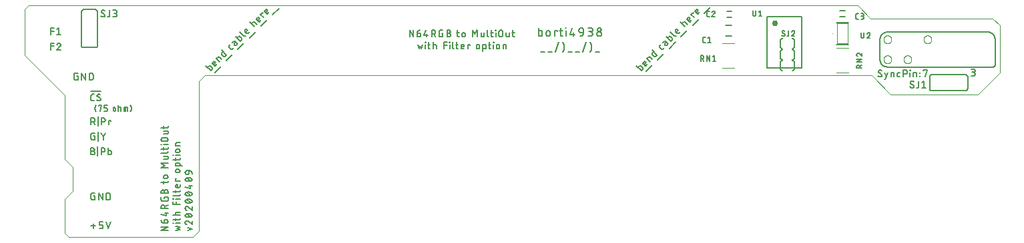
<source format=gto>
G04 EAGLE Gerber X2 export*
%TF.Part,Single*%
%TF.FileFunction,Other,silk top*%
%TF.FilePolarity,Positive*%
%TF.GenerationSoftware,Autodesk,EAGLE,9.5.2*%
%TF.CreationDate,2020-04-08T10:13:28Z*%
G75*
%MOMM*%
%FSLAX34Y34*%
%LPD*%
%INsilk top*%
%AMOC8*
5,1,8,0,0,1.08239X$1,22.5*%
G01*
%ADD10C,0.000000*%
%ADD11C,0.152400*%
%ADD12C,0.127000*%
%ADD13C,0.203200*%
%ADD14C,0.750000*%
%ADD15C,0.101600*%
%ADD16C,0.010000*%
%ADD17C,0.075000*%


D10*
X0Y232410D02*
X50800Y181610D01*
X50800Y100330D01*
X60960Y90170D01*
X60960Y59690D01*
X50800Y49530D01*
X50800Y6350D01*
X55880Y1270D01*
X213360Y1270D01*
X1236980Y210820D02*
X1236980Y270510D01*
D11*
X869950Y293370D02*
X862296Y285716D01*
X855225Y278645D02*
X847571Y270991D01*
X840500Y263920D02*
X832846Y256266D01*
X825774Y249194D02*
X818120Y241540D01*
X811049Y234469D02*
X803395Y226815D01*
X796324Y219744D02*
X788670Y212090D01*
X782320Y213168D02*
X776213Y219274D01*
X782320Y213168D02*
X784016Y214864D01*
X784067Y214919D01*
X784116Y214976D01*
X784162Y215036D01*
X784205Y215098D01*
X784244Y215162D01*
X784280Y215229D01*
X784313Y215297D01*
X784341Y215366D01*
X784367Y215437D01*
X784388Y215510D01*
X784406Y215583D01*
X784419Y215657D01*
X784429Y215732D01*
X784435Y215807D01*
X784437Y215882D01*
X784435Y215957D01*
X784429Y216032D01*
X784419Y216107D01*
X784406Y216181D01*
X784388Y216254D01*
X784367Y216327D01*
X784341Y216398D01*
X784313Y216467D01*
X784280Y216535D01*
X784244Y216601D01*
X784205Y216666D01*
X784162Y216728D01*
X784116Y216788D01*
X784067Y216845D01*
X784016Y216899D01*
X781981Y218935D01*
X781928Y218985D01*
X781872Y219032D01*
X781815Y219077D01*
X781755Y219119D01*
X781693Y219157D01*
X781629Y219192D01*
X781564Y219225D01*
X781497Y219253D01*
X781428Y219279D01*
X781359Y219300D01*
X781288Y219319D01*
X781217Y219333D01*
X781145Y219344D01*
X781072Y219352D01*
X780999Y219356D01*
X780927Y219356D01*
X780854Y219352D01*
X780781Y219344D01*
X780709Y219333D01*
X780638Y219319D01*
X780567Y219300D01*
X780498Y219279D01*
X780429Y219253D01*
X780362Y219225D01*
X780297Y219192D01*
X780233Y219157D01*
X780171Y219119D01*
X780111Y219077D01*
X780054Y219032D01*
X779998Y218985D01*
X779945Y218935D01*
X778249Y217239D01*
X788893Y219741D02*
X790590Y221437D01*
X788894Y219741D02*
X788839Y219690D01*
X788782Y219641D01*
X788722Y219595D01*
X788660Y219552D01*
X788596Y219513D01*
X788529Y219477D01*
X788461Y219444D01*
X788392Y219416D01*
X788321Y219390D01*
X788248Y219369D01*
X788175Y219351D01*
X788101Y219338D01*
X788026Y219328D01*
X787951Y219322D01*
X787876Y219320D01*
X787801Y219322D01*
X787726Y219328D01*
X787651Y219338D01*
X787577Y219351D01*
X787504Y219369D01*
X787431Y219390D01*
X787360Y219416D01*
X787291Y219444D01*
X787223Y219477D01*
X787157Y219513D01*
X787092Y219552D01*
X787030Y219595D01*
X786970Y219641D01*
X786913Y219690D01*
X786858Y219741D01*
X785162Y221437D01*
X785103Y221499D01*
X785046Y221564D01*
X784992Y221631D01*
X784942Y221701D01*
X784894Y221773D01*
X784850Y221847D01*
X784809Y221923D01*
X784772Y222000D01*
X784738Y222080D01*
X784708Y222160D01*
X784681Y222242D01*
X784658Y222325D01*
X784639Y222409D01*
X784624Y222494D01*
X784612Y222579D01*
X784604Y222665D01*
X784600Y222751D01*
X784600Y222837D01*
X784604Y222923D01*
X784612Y223009D01*
X784624Y223094D01*
X784639Y223179D01*
X784658Y223263D01*
X784681Y223346D01*
X784708Y223428D01*
X784738Y223508D01*
X784772Y223588D01*
X784809Y223665D01*
X784850Y223741D01*
X784894Y223815D01*
X784942Y223887D01*
X784992Y223957D01*
X785046Y224024D01*
X785103Y224089D01*
X785162Y224151D01*
X785224Y224210D01*
X785289Y224267D01*
X785356Y224321D01*
X785426Y224371D01*
X785498Y224419D01*
X785572Y224463D01*
X785648Y224504D01*
X785725Y224541D01*
X785805Y224575D01*
X785885Y224605D01*
X785967Y224632D01*
X786050Y224655D01*
X786134Y224674D01*
X786219Y224689D01*
X786304Y224701D01*
X786390Y224709D01*
X786476Y224713D01*
X786562Y224713D01*
X786648Y224709D01*
X786734Y224701D01*
X786819Y224689D01*
X786904Y224674D01*
X786988Y224655D01*
X787071Y224632D01*
X787153Y224605D01*
X787233Y224575D01*
X787313Y224541D01*
X787390Y224504D01*
X787466Y224463D01*
X787540Y224419D01*
X787612Y224371D01*
X787682Y224321D01*
X787749Y224267D01*
X787814Y224210D01*
X787876Y224151D01*
X788554Y223473D01*
X785840Y220759D01*
X793695Y224543D02*
X789624Y228614D01*
X791320Y230310D01*
X791375Y230361D01*
X791432Y230410D01*
X791492Y230456D01*
X791554Y230499D01*
X791618Y230538D01*
X791685Y230574D01*
X791753Y230607D01*
X791822Y230635D01*
X791893Y230661D01*
X791966Y230682D01*
X792039Y230700D01*
X792113Y230713D01*
X792188Y230723D01*
X792263Y230729D01*
X792338Y230731D01*
X792413Y230729D01*
X792488Y230723D01*
X792563Y230713D01*
X792637Y230700D01*
X792710Y230682D01*
X792783Y230661D01*
X792854Y230635D01*
X792923Y230607D01*
X792991Y230574D01*
X793057Y230538D01*
X793122Y230499D01*
X793184Y230456D01*
X793244Y230410D01*
X793301Y230361D01*
X793355Y230310D01*
X793356Y230310D02*
X796409Y227257D01*
X802180Y233028D02*
X796074Y239134D01*
X802180Y233028D02*
X800484Y231332D01*
X800484Y231331D02*
X800429Y231280D01*
X800372Y231231D01*
X800312Y231185D01*
X800250Y231142D01*
X800186Y231103D01*
X800119Y231067D01*
X800051Y231034D01*
X799982Y231006D01*
X799911Y230980D01*
X799838Y230959D01*
X799765Y230941D01*
X799691Y230928D01*
X799616Y230918D01*
X799541Y230912D01*
X799466Y230910D01*
X799391Y230912D01*
X799316Y230918D01*
X799241Y230928D01*
X799167Y230941D01*
X799094Y230959D01*
X799021Y230980D01*
X798950Y231006D01*
X798881Y231034D01*
X798813Y231067D01*
X798747Y231103D01*
X798682Y231142D01*
X798620Y231185D01*
X798560Y231231D01*
X798503Y231280D01*
X798448Y231331D01*
X798448Y231332D02*
X796413Y233367D01*
X796362Y233422D01*
X796313Y233479D01*
X796267Y233539D01*
X796224Y233601D01*
X796185Y233666D01*
X796149Y233732D01*
X796116Y233800D01*
X796088Y233869D01*
X796062Y233940D01*
X796041Y234013D01*
X796023Y234086D01*
X796010Y234160D01*
X796000Y234235D01*
X795994Y234310D01*
X795992Y234385D01*
X795994Y234460D01*
X796000Y234535D01*
X796010Y234610D01*
X796023Y234684D01*
X796041Y234757D01*
X796062Y234830D01*
X796088Y234901D01*
X796116Y234970D01*
X796149Y235038D01*
X796185Y235105D01*
X796224Y235169D01*
X796267Y235231D01*
X796313Y235291D01*
X796362Y235348D01*
X796413Y235403D01*
X798109Y237099D01*
X809810Y240658D02*
X811167Y242015D01*
X809810Y240657D02*
X809755Y240606D01*
X809698Y240557D01*
X809638Y240511D01*
X809576Y240468D01*
X809512Y240429D01*
X809445Y240393D01*
X809377Y240360D01*
X809308Y240332D01*
X809237Y240306D01*
X809164Y240285D01*
X809091Y240267D01*
X809017Y240254D01*
X808942Y240244D01*
X808867Y240238D01*
X808792Y240236D01*
X808717Y240238D01*
X808642Y240244D01*
X808567Y240254D01*
X808493Y240267D01*
X808420Y240285D01*
X808347Y240306D01*
X808276Y240332D01*
X808207Y240360D01*
X808139Y240393D01*
X808073Y240429D01*
X808008Y240468D01*
X807946Y240511D01*
X807886Y240557D01*
X807829Y240606D01*
X807774Y240657D01*
X807775Y240658D02*
X805739Y242693D01*
X805688Y242748D01*
X805639Y242805D01*
X805593Y242865D01*
X805550Y242927D01*
X805511Y242992D01*
X805475Y243058D01*
X805442Y243126D01*
X805414Y243195D01*
X805388Y243266D01*
X805367Y243339D01*
X805349Y243412D01*
X805336Y243486D01*
X805326Y243561D01*
X805320Y243636D01*
X805318Y243711D01*
X805320Y243786D01*
X805326Y243861D01*
X805336Y243936D01*
X805349Y244010D01*
X805367Y244083D01*
X805388Y244156D01*
X805414Y244227D01*
X805442Y244296D01*
X805475Y244364D01*
X805511Y244431D01*
X805550Y244495D01*
X805593Y244557D01*
X805639Y244617D01*
X805688Y244674D01*
X805739Y244729D01*
X807096Y246086D01*
X812503Y248100D02*
X814030Y249627D01*
X812504Y248100D02*
X812448Y248042D01*
X812395Y247980D01*
X812345Y247916D01*
X812298Y247850D01*
X812254Y247782D01*
X812214Y247711D01*
X812177Y247639D01*
X812144Y247565D01*
X812114Y247489D01*
X812088Y247413D01*
X812066Y247334D01*
X812047Y247255D01*
X812033Y247176D01*
X812022Y247095D01*
X812015Y247014D01*
X812012Y246933D01*
X812013Y246852D01*
X812018Y246771D01*
X812027Y246691D01*
X812040Y246610D01*
X812056Y246531D01*
X812076Y246452D01*
X812101Y246375D01*
X812128Y246299D01*
X812160Y246224D01*
X812195Y246151D01*
X812234Y246079D01*
X812276Y246010D01*
X812321Y245943D01*
X812369Y245878D01*
X812421Y245815D01*
X812475Y245755D01*
X812533Y245697D01*
X812593Y245643D01*
X812656Y245591D01*
X812721Y245543D01*
X812788Y245498D01*
X812857Y245456D01*
X812929Y245417D01*
X813002Y245382D01*
X813077Y245350D01*
X813153Y245323D01*
X813230Y245298D01*
X813309Y245278D01*
X813388Y245262D01*
X813469Y245249D01*
X813549Y245240D01*
X813630Y245235D01*
X813711Y245234D01*
X813792Y245237D01*
X813873Y245244D01*
X813954Y245255D01*
X814033Y245269D01*
X814112Y245288D01*
X814191Y245310D01*
X814267Y245336D01*
X814343Y245366D01*
X814417Y245399D01*
X814489Y245436D01*
X814560Y245476D01*
X814628Y245520D01*
X814694Y245567D01*
X814758Y245617D01*
X814820Y245670D01*
X814878Y245726D01*
X816405Y247252D01*
X813351Y250306D01*
X813352Y250306D02*
X813299Y250356D01*
X813243Y250403D01*
X813186Y250448D01*
X813126Y250490D01*
X813064Y250528D01*
X813000Y250563D01*
X812935Y250596D01*
X812868Y250624D01*
X812799Y250650D01*
X812730Y250671D01*
X812659Y250690D01*
X812588Y250704D01*
X812516Y250715D01*
X812443Y250723D01*
X812370Y250727D01*
X812298Y250727D01*
X812225Y250723D01*
X812152Y250715D01*
X812080Y250704D01*
X812009Y250690D01*
X811938Y250671D01*
X811869Y250650D01*
X811800Y250624D01*
X811733Y250596D01*
X811668Y250563D01*
X811604Y250528D01*
X811542Y250490D01*
X811482Y250448D01*
X811425Y250403D01*
X811369Y250356D01*
X811316Y250305D01*
X811316Y250306D02*
X809959Y248949D01*
X813714Y256775D02*
X819821Y250669D01*
X821517Y252365D01*
X821518Y252365D02*
X821569Y252420D01*
X821618Y252477D01*
X821664Y252537D01*
X821707Y252599D01*
X821746Y252663D01*
X821782Y252730D01*
X821815Y252798D01*
X821843Y252867D01*
X821869Y252938D01*
X821890Y253011D01*
X821908Y253084D01*
X821921Y253158D01*
X821931Y253233D01*
X821937Y253308D01*
X821939Y253383D01*
X821937Y253458D01*
X821931Y253533D01*
X821921Y253608D01*
X821908Y253682D01*
X821890Y253755D01*
X821869Y253828D01*
X821843Y253899D01*
X821815Y253968D01*
X821782Y254036D01*
X821746Y254102D01*
X821707Y254167D01*
X821664Y254229D01*
X821618Y254289D01*
X821569Y254346D01*
X821518Y254400D01*
X821517Y254400D02*
X819482Y256436D01*
X819429Y256486D01*
X819373Y256533D01*
X819316Y256578D01*
X819256Y256620D01*
X819194Y256658D01*
X819130Y256693D01*
X819065Y256726D01*
X818998Y256754D01*
X818929Y256780D01*
X818860Y256801D01*
X818789Y256820D01*
X818718Y256834D01*
X818646Y256845D01*
X818573Y256853D01*
X818500Y256857D01*
X818428Y256857D01*
X818355Y256853D01*
X818282Y256845D01*
X818210Y256834D01*
X818139Y256820D01*
X818068Y256801D01*
X817999Y256780D01*
X817930Y256754D01*
X817863Y256726D01*
X817798Y256693D01*
X817734Y256658D01*
X817672Y256620D01*
X817612Y256578D01*
X817555Y256533D01*
X817499Y256486D01*
X817446Y256436D01*
X815750Y254740D01*
X819298Y262358D02*
X824386Y257269D01*
X824439Y257219D01*
X824495Y257172D01*
X824552Y257127D01*
X824612Y257085D01*
X824674Y257047D01*
X824738Y257012D01*
X824803Y256979D01*
X824870Y256951D01*
X824939Y256925D01*
X825008Y256904D01*
X825079Y256885D01*
X825150Y256871D01*
X825222Y256860D01*
X825295Y256852D01*
X825368Y256848D01*
X825440Y256848D01*
X825513Y256852D01*
X825586Y256860D01*
X825658Y256871D01*
X825729Y256885D01*
X825800Y256904D01*
X825869Y256925D01*
X825938Y256951D01*
X826005Y256979D01*
X826070Y257012D01*
X826134Y257047D01*
X826196Y257085D01*
X826256Y257127D01*
X826313Y257172D01*
X826369Y257219D01*
X826422Y257269D01*
X829843Y260691D02*
X831539Y262387D01*
X829843Y260690D02*
X829788Y260639D01*
X829731Y260590D01*
X829671Y260544D01*
X829609Y260501D01*
X829545Y260462D01*
X829478Y260426D01*
X829410Y260393D01*
X829341Y260365D01*
X829270Y260339D01*
X829197Y260318D01*
X829124Y260300D01*
X829050Y260287D01*
X828975Y260277D01*
X828900Y260271D01*
X828825Y260269D01*
X828750Y260271D01*
X828675Y260277D01*
X828600Y260287D01*
X828526Y260300D01*
X828453Y260318D01*
X828380Y260339D01*
X828309Y260365D01*
X828240Y260393D01*
X828172Y260426D01*
X828106Y260462D01*
X828041Y260501D01*
X827979Y260544D01*
X827919Y260590D01*
X827862Y260639D01*
X827807Y260690D01*
X827807Y260691D02*
X826111Y262387D01*
X826052Y262449D01*
X825995Y262514D01*
X825941Y262581D01*
X825891Y262651D01*
X825843Y262723D01*
X825799Y262797D01*
X825758Y262873D01*
X825721Y262950D01*
X825687Y263030D01*
X825657Y263110D01*
X825630Y263192D01*
X825607Y263275D01*
X825588Y263359D01*
X825573Y263444D01*
X825561Y263529D01*
X825553Y263615D01*
X825549Y263701D01*
X825549Y263787D01*
X825553Y263873D01*
X825561Y263959D01*
X825573Y264044D01*
X825588Y264129D01*
X825607Y264213D01*
X825630Y264296D01*
X825657Y264378D01*
X825687Y264458D01*
X825721Y264538D01*
X825758Y264615D01*
X825799Y264691D01*
X825843Y264765D01*
X825891Y264837D01*
X825941Y264907D01*
X825995Y264974D01*
X826052Y265039D01*
X826111Y265101D01*
X826173Y265160D01*
X826238Y265217D01*
X826305Y265271D01*
X826375Y265321D01*
X826447Y265369D01*
X826521Y265413D01*
X826597Y265454D01*
X826674Y265491D01*
X826754Y265525D01*
X826834Y265555D01*
X826916Y265582D01*
X826999Y265605D01*
X827083Y265624D01*
X827168Y265639D01*
X827253Y265651D01*
X827339Y265659D01*
X827425Y265663D01*
X827511Y265663D01*
X827597Y265659D01*
X827683Y265651D01*
X827768Y265639D01*
X827853Y265624D01*
X827937Y265605D01*
X828020Y265582D01*
X828102Y265555D01*
X828182Y265525D01*
X828262Y265491D01*
X828339Y265454D01*
X828415Y265413D01*
X828489Y265369D01*
X828561Y265321D01*
X828631Y265271D01*
X828698Y265217D01*
X828763Y265160D01*
X828825Y265101D01*
X829504Y264422D01*
X826790Y261708D01*
X838093Y268940D02*
X831986Y275047D01*
X834022Y273011D02*
X835718Y274708D01*
X835773Y274759D01*
X835830Y274808D01*
X835890Y274854D01*
X835952Y274897D01*
X836016Y274936D01*
X836083Y274972D01*
X836151Y275005D01*
X836220Y275033D01*
X836291Y275059D01*
X836364Y275080D01*
X836437Y275098D01*
X836511Y275111D01*
X836586Y275121D01*
X836661Y275127D01*
X836736Y275129D01*
X836811Y275127D01*
X836886Y275121D01*
X836961Y275111D01*
X837035Y275098D01*
X837108Y275080D01*
X837181Y275059D01*
X837252Y275033D01*
X837321Y275005D01*
X837389Y274972D01*
X837455Y274936D01*
X837520Y274897D01*
X837582Y274854D01*
X837642Y274808D01*
X837699Y274759D01*
X837753Y274708D01*
X840807Y271654D01*
X844930Y275777D02*
X846626Y277473D01*
X844930Y275777D02*
X844875Y275726D01*
X844818Y275677D01*
X844758Y275631D01*
X844696Y275588D01*
X844632Y275549D01*
X844565Y275513D01*
X844497Y275480D01*
X844428Y275452D01*
X844357Y275426D01*
X844284Y275405D01*
X844211Y275387D01*
X844137Y275374D01*
X844062Y275364D01*
X843987Y275358D01*
X843912Y275356D01*
X843837Y275358D01*
X843762Y275364D01*
X843687Y275374D01*
X843613Y275387D01*
X843540Y275405D01*
X843467Y275426D01*
X843396Y275452D01*
X843327Y275480D01*
X843259Y275513D01*
X843193Y275549D01*
X843128Y275588D01*
X843066Y275631D01*
X843006Y275677D01*
X842949Y275726D01*
X842894Y275777D01*
X841198Y277473D01*
X841139Y277535D01*
X841082Y277600D01*
X841028Y277667D01*
X840978Y277737D01*
X840930Y277809D01*
X840886Y277883D01*
X840845Y277959D01*
X840808Y278036D01*
X840774Y278116D01*
X840744Y278196D01*
X840717Y278278D01*
X840694Y278361D01*
X840675Y278445D01*
X840660Y278530D01*
X840648Y278615D01*
X840640Y278701D01*
X840636Y278787D01*
X840636Y278873D01*
X840640Y278959D01*
X840648Y279045D01*
X840660Y279130D01*
X840675Y279215D01*
X840694Y279299D01*
X840717Y279382D01*
X840744Y279464D01*
X840774Y279544D01*
X840808Y279624D01*
X840845Y279701D01*
X840886Y279777D01*
X840930Y279851D01*
X840978Y279923D01*
X841028Y279993D01*
X841082Y280060D01*
X841139Y280125D01*
X841198Y280187D01*
X841260Y280246D01*
X841325Y280303D01*
X841392Y280357D01*
X841462Y280407D01*
X841534Y280455D01*
X841608Y280499D01*
X841684Y280540D01*
X841761Y280577D01*
X841841Y280611D01*
X841921Y280641D01*
X842003Y280668D01*
X842086Y280691D01*
X842170Y280710D01*
X842255Y280725D01*
X842340Y280737D01*
X842426Y280745D01*
X842512Y280749D01*
X842598Y280749D01*
X842684Y280745D01*
X842770Y280737D01*
X842855Y280725D01*
X842940Y280710D01*
X843024Y280691D01*
X843107Y280668D01*
X843189Y280641D01*
X843269Y280611D01*
X843349Y280577D01*
X843426Y280540D01*
X843502Y280499D01*
X843576Y280455D01*
X843648Y280407D01*
X843718Y280357D01*
X843785Y280303D01*
X843850Y280246D01*
X843912Y280187D01*
X844590Y279509D01*
X841876Y276795D01*
X849785Y280633D02*
X845714Y284704D01*
X847749Y286739D01*
X848428Y286061D01*
X855059Y285907D02*
X856755Y287603D01*
X855059Y285907D02*
X855004Y285856D01*
X854947Y285807D01*
X854887Y285761D01*
X854825Y285718D01*
X854761Y285679D01*
X854694Y285643D01*
X854626Y285610D01*
X854557Y285582D01*
X854486Y285556D01*
X854413Y285535D01*
X854340Y285517D01*
X854266Y285504D01*
X854191Y285494D01*
X854116Y285488D01*
X854041Y285486D01*
X853966Y285488D01*
X853891Y285494D01*
X853816Y285504D01*
X853742Y285517D01*
X853669Y285535D01*
X853596Y285556D01*
X853525Y285582D01*
X853456Y285610D01*
X853388Y285643D01*
X853322Y285679D01*
X853257Y285718D01*
X853195Y285761D01*
X853135Y285807D01*
X853078Y285856D01*
X853023Y285907D01*
X853024Y285907D02*
X851327Y287603D01*
X851268Y287665D01*
X851211Y287730D01*
X851157Y287797D01*
X851107Y287867D01*
X851059Y287939D01*
X851015Y288013D01*
X850974Y288089D01*
X850937Y288166D01*
X850903Y288246D01*
X850873Y288326D01*
X850846Y288408D01*
X850823Y288491D01*
X850804Y288575D01*
X850789Y288660D01*
X850777Y288745D01*
X850769Y288831D01*
X850765Y288917D01*
X850765Y289003D01*
X850769Y289089D01*
X850777Y289175D01*
X850789Y289260D01*
X850804Y289345D01*
X850823Y289429D01*
X850846Y289512D01*
X850873Y289594D01*
X850903Y289674D01*
X850937Y289754D01*
X850974Y289831D01*
X851015Y289907D01*
X851059Y289981D01*
X851107Y290053D01*
X851157Y290123D01*
X851211Y290190D01*
X851268Y290255D01*
X851327Y290317D01*
X851389Y290376D01*
X851454Y290433D01*
X851521Y290487D01*
X851591Y290537D01*
X851663Y290585D01*
X851737Y290629D01*
X851813Y290670D01*
X851890Y290707D01*
X851970Y290741D01*
X852050Y290771D01*
X852132Y290798D01*
X852215Y290821D01*
X852299Y290840D01*
X852384Y290855D01*
X852469Y290867D01*
X852555Y290875D01*
X852641Y290879D01*
X852727Y290879D01*
X852813Y290875D01*
X852899Y290867D01*
X852984Y290855D01*
X853069Y290840D01*
X853153Y290821D01*
X853236Y290798D01*
X853318Y290771D01*
X853398Y290741D01*
X853478Y290707D01*
X853555Y290670D01*
X853631Y290629D01*
X853705Y290585D01*
X853777Y290537D01*
X853847Y290487D01*
X853914Y290433D01*
X853979Y290376D01*
X854041Y290317D01*
X854720Y289639D01*
X852006Y286925D01*
X1139952Y213868D02*
X1139952Y212908D01*
X1139952Y213868D02*
X1144750Y213868D01*
X1142351Y205232D01*
X67790Y206220D02*
X66350Y206220D01*
X67790Y206220D02*
X67790Y201422D01*
X64911Y201422D01*
X64825Y201424D01*
X64739Y201430D01*
X64653Y201439D01*
X64568Y201453D01*
X64484Y201470D01*
X64400Y201491D01*
X64318Y201516D01*
X64237Y201544D01*
X64157Y201576D01*
X64078Y201612D01*
X64002Y201651D01*
X63927Y201694D01*
X63854Y201739D01*
X63783Y201788D01*
X63715Y201841D01*
X63648Y201896D01*
X63585Y201954D01*
X63524Y202015D01*
X63466Y202078D01*
X63411Y202145D01*
X63358Y202213D01*
X63309Y202284D01*
X63264Y202357D01*
X63221Y202432D01*
X63182Y202508D01*
X63146Y202587D01*
X63114Y202667D01*
X63086Y202748D01*
X63061Y202830D01*
X63040Y202914D01*
X63023Y202998D01*
X63009Y203083D01*
X63000Y203169D01*
X62994Y203255D01*
X62992Y203341D01*
X62992Y208139D01*
X62994Y208225D01*
X63000Y208311D01*
X63009Y208397D01*
X63023Y208482D01*
X63040Y208566D01*
X63061Y208650D01*
X63086Y208732D01*
X63114Y208813D01*
X63146Y208893D01*
X63182Y208972D01*
X63221Y209048D01*
X63264Y209123D01*
X63309Y209196D01*
X63358Y209267D01*
X63411Y209335D01*
X63466Y209402D01*
X63524Y209465D01*
X63585Y209526D01*
X63648Y209584D01*
X63715Y209639D01*
X63783Y209691D01*
X63854Y209741D01*
X63927Y209786D01*
X64002Y209829D01*
X64078Y209868D01*
X64157Y209904D01*
X64237Y209936D01*
X64318Y209964D01*
X64400Y209989D01*
X64484Y210010D01*
X64568Y210027D01*
X64653Y210041D01*
X64739Y210050D01*
X64825Y210056D01*
X64911Y210058D01*
X67790Y210058D01*
X72746Y210058D02*
X72746Y201422D01*
X77543Y201422D02*
X72746Y210058D01*
X77543Y210058D02*
X77543Y201422D01*
X82499Y201422D02*
X82499Y210058D01*
X84898Y210058D01*
X84995Y210056D01*
X85091Y210050D01*
X85187Y210041D01*
X85283Y210027D01*
X85378Y210010D01*
X85472Y209988D01*
X85565Y209963D01*
X85658Y209935D01*
X85749Y209902D01*
X85838Y209866D01*
X85926Y209826D01*
X86013Y209783D01*
X86098Y209737D01*
X86180Y209687D01*
X86261Y209633D01*
X86339Y209577D01*
X86415Y209517D01*
X86489Y209455D01*
X86560Y209389D01*
X86628Y209321D01*
X86694Y209250D01*
X86756Y209176D01*
X86816Y209100D01*
X86872Y209022D01*
X86926Y208941D01*
X86976Y208859D01*
X87022Y208774D01*
X87065Y208687D01*
X87105Y208599D01*
X87141Y208510D01*
X87174Y208419D01*
X87202Y208326D01*
X87227Y208233D01*
X87249Y208139D01*
X87266Y208044D01*
X87280Y207948D01*
X87289Y207852D01*
X87295Y207756D01*
X87297Y207659D01*
X87297Y203821D01*
X87295Y203724D01*
X87289Y203628D01*
X87280Y203532D01*
X87266Y203436D01*
X87249Y203341D01*
X87227Y203247D01*
X87202Y203154D01*
X87174Y203061D01*
X87141Y202970D01*
X87105Y202881D01*
X87065Y202793D01*
X87022Y202706D01*
X86976Y202622D01*
X86926Y202539D01*
X86872Y202458D01*
X86816Y202380D01*
X86756Y202304D01*
X86694Y202230D01*
X86628Y202159D01*
X86560Y202091D01*
X86489Y202025D01*
X86415Y201963D01*
X86339Y201903D01*
X86261Y201847D01*
X86180Y201793D01*
X86098Y201743D01*
X86013Y201697D01*
X85926Y201654D01*
X85838Y201614D01*
X85749Y201578D01*
X85658Y201545D01*
X85565Y201517D01*
X85472Y201492D01*
X85378Y201470D01*
X85283Y201453D01*
X85187Y201439D01*
X85091Y201430D01*
X84995Y201424D01*
X84898Y201422D01*
X82499Y201422D01*
X87940Y53820D02*
X89380Y53820D01*
X89380Y49022D01*
X86501Y49022D01*
X86415Y49024D01*
X86329Y49030D01*
X86243Y49039D01*
X86158Y49053D01*
X86074Y49070D01*
X85990Y49091D01*
X85908Y49116D01*
X85827Y49144D01*
X85747Y49176D01*
X85668Y49212D01*
X85592Y49251D01*
X85517Y49294D01*
X85444Y49339D01*
X85373Y49388D01*
X85305Y49441D01*
X85238Y49496D01*
X85175Y49554D01*
X85114Y49615D01*
X85056Y49678D01*
X85001Y49745D01*
X84948Y49813D01*
X84899Y49884D01*
X84854Y49957D01*
X84811Y50032D01*
X84772Y50108D01*
X84736Y50187D01*
X84704Y50267D01*
X84676Y50348D01*
X84651Y50430D01*
X84630Y50514D01*
X84613Y50598D01*
X84599Y50683D01*
X84590Y50769D01*
X84584Y50855D01*
X84582Y50941D01*
X84582Y55739D01*
X84584Y55825D01*
X84590Y55911D01*
X84599Y55997D01*
X84613Y56082D01*
X84630Y56166D01*
X84651Y56250D01*
X84676Y56332D01*
X84704Y56413D01*
X84736Y56493D01*
X84772Y56572D01*
X84811Y56648D01*
X84854Y56723D01*
X84899Y56796D01*
X84948Y56867D01*
X85001Y56935D01*
X85056Y57002D01*
X85114Y57065D01*
X85175Y57126D01*
X85238Y57184D01*
X85305Y57239D01*
X85373Y57291D01*
X85444Y57341D01*
X85517Y57386D01*
X85592Y57429D01*
X85668Y57468D01*
X85747Y57504D01*
X85827Y57536D01*
X85908Y57564D01*
X85990Y57589D01*
X86074Y57610D01*
X86158Y57627D01*
X86243Y57641D01*
X86329Y57650D01*
X86415Y57656D01*
X86501Y57658D01*
X89380Y57658D01*
X94336Y57658D02*
X94336Y49022D01*
X99133Y49022D02*
X94336Y57658D01*
X99133Y57658D02*
X99133Y49022D01*
X104089Y49022D02*
X104089Y57658D01*
X106488Y57658D01*
X106585Y57656D01*
X106681Y57650D01*
X106777Y57641D01*
X106873Y57627D01*
X106968Y57610D01*
X107062Y57588D01*
X107155Y57563D01*
X107248Y57535D01*
X107339Y57502D01*
X107428Y57466D01*
X107516Y57426D01*
X107603Y57383D01*
X107688Y57337D01*
X107770Y57287D01*
X107851Y57233D01*
X107929Y57177D01*
X108005Y57117D01*
X108079Y57055D01*
X108150Y56989D01*
X108218Y56921D01*
X108284Y56850D01*
X108346Y56776D01*
X108406Y56700D01*
X108462Y56622D01*
X108516Y56541D01*
X108566Y56459D01*
X108612Y56374D01*
X108655Y56287D01*
X108695Y56199D01*
X108731Y56110D01*
X108764Y56019D01*
X108792Y55926D01*
X108817Y55833D01*
X108839Y55739D01*
X108856Y55644D01*
X108870Y55548D01*
X108879Y55452D01*
X108885Y55356D01*
X108887Y55259D01*
X108887Y51421D01*
X108885Y51324D01*
X108879Y51228D01*
X108870Y51132D01*
X108856Y51036D01*
X108839Y50941D01*
X108817Y50847D01*
X108792Y50754D01*
X108764Y50661D01*
X108731Y50570D01*
X108695Y50481D01*
X108655Y50393D01*
X108612Y50306D01*
X108566Y50221D01*
X108516Y50139D01*
X108462Y50058D01*
X108406Y49980D01*
X108346Y49904D01*
X108284Y49830D01*
X108218Y49759D01*
X108150Y49691D01*
X108079Y49625D01*
X108005Y49563D01*
X107929Y49503D01*
X107851Y49447D01*
X107770Y49393D01*
X107688Y49343D01*
X107603Y49297D01*
X107516Y49254D01*
X107428Y49214D01*
X107339Y49178D01*
X107248Y49145D01*
X107155Y49117D01*
X107062Y49092D01*
X106968Y49070D01*
X106873Y49053D01*
X106777Y49039D01*
X106681Y49030D01*
X106585Y49024D01*
X106488Y49022D01*
X104089Y49022D01*
X90339Y15550D02*
X84582Y15550D01*
X87461Y12672D02*
X87461Y18429D01*
X94815Y12192D02*
X97694Y12192D01*
X97780Y12194D01*
X97866Y12200D01*
X97952Y12209D01*
X98037Y12223D01*
X98121Y12240D01*
X98205Y12261D01*
X98287Y12286D01*
X98368Y12314D01*
X98448Y12346D01*
X98527Y12382D01*
X98603Y12421D01*
X98678Y12464D01*
X98751Y12509D01*
X98822Y12559D01*
X98890Y12611D01*
X98957Y12666D01*
X99020Y12724D01*
X99081Y12785D01*
X99139Y12848D01*
X99194Y12915D01*
X99247Y12983D01*
X99296Y13054D01*
X99341Y13127D01*
X99384Y13202D01*
X99423Y13278D01*
X99459Y13357D01*
X99491Y13437D01*
X99519Y13518D01*
X99544Y13601D01*
X99565Y13684D01*
X99582Y13768D01*
X99596Y13853D01*
X99605Y13939D01*
X99611Y14025D01*
X99613Y14111D01*
X99613Y15071D01*
X99611Y15157D01*
X99605Y15243D01*
X99596Y15329D01*
X99582Y15414D01*
X99565Y15498D01*
X99544Y15582D01*
X99519Y15664D01*
X99491Y15745D01*
X99459Y15825D01*
X99423Y15904D01*
X99384Y15980D01*
X99341Y16055D01*
X99296Y16128D01*
X99247Y16199D01*
X99194Y16267D01*
X99139Y16334D01*
X99081Y16397D01*
X99020Y16458D01*
X98957Y16516D01*
X98890Y16571D01*
X98822Y16624D01*
X98751Y16673D01*
X98678Y16718D01*
X98603Y16761D01*
X98527Y16800D01*
X98448Y16836D01*
X98368Y16868D01*
X98287Y16896D01*
X98205Y16921D01*
X98121Y16942D01*
X98037Y16959D01*
X97952Y16973D01*
X97866Y16982D01*
X97780Y16988D01*
X97694Y16990D01*
X94815Y16990D01*
X94815Y20828D01*
X99613Y20828D01*
X103480Y20828D02*
X106358Y12192D01*
X109237Y20828D01*
X86981Y110970D02*
X84582Y110970D01*
X86981Y110970D02*
X87078Y110968D01*
X87174Y110962D01*
X87270Y110953D01*
X87366Y110939D01*
X87461Y110922D01*
X87555Y110900D01*
X87648Y110875D01*
X87741Y110847D01*
X87832Y110814D01*
X87921Y110778D01*
X88009Y110738D01*
X88096Y110695D01*
X88181Y110649D01*
X88263Y110599D01*
X88344Y110545D01*
X88422Y110489D01*
X88498Y110429D01*
X88572Y110367D01*
X88643Y110301D01*
X88711Y110233D01*
X88777Y110162D01*
X88839Y110088D01*
X88899Y110012D01*
X88955Y109934D01*
X89009Y109853D01*
X89059Y109770D01*
X89105Y109686D01*
X89148Y109599D01*
X89188Y109511D01*
X89224Y109422D01*
X89257Y109331D01*
X89285Y109238D01*
X89310Y109145D01*
X89332Y109051D01*
X89349Y108956D01*
X89363Y108860D01*
X89372Y108764D01*
X89378Y108668D01*
X89380Y108571D01*
X89378Y108474D01*
X89372Y108378D01*
X89363Y108282D01*
X89349Y108186D01*
X89332Y108091D01*
X89310Y107997D01*
X89285Y107904D01*
X89257Y107811D01*
X89224Y107720D01*
X89188Y107631D01*
X89148Y107543D01*
X89105Y107456D01*
X89059Y107371D01*
X89009Y107289D01*
X88955Y107208D01*
X88899Y107130D01*
X88839Y107054D01*
X88777Y106980D01*
X88711Y106909D01*
X88643Y106841D01*
X88572Y106775D01*
X88498Y106713D01*
X88422Y106653D01*
X88344Y106597D01*
X88263Y106543D01*
X88181Y106493D01*
X88096Y106447D01*
X88009Y106404D01*
X87921Y106364D01*
X87832Y106328D01*
X87741Y106295D01*
X87648Y106267D01*
X87555Y106242D01*
X87461Y106220D01*
X87366Y106203D01*
X87270Y106189D01*
X87174Y106180D01*
X87078Y106174D01*
X86981Y106172D01*
X84582Y106172D01*
X84582Y114808D01*
X86981Y114808D01*
X87067Y114806D01*
X87153Y114800D01*
X87239Y114791D01*
X87324Y114777D01*
X87408Y114760D01*
X87492Y114739D01*
X87574Y114714D01*
X87655Y114686D01*
X87735Y114654D01*
X87814Y114618D01*
X87890Y114579D01*
X87965Y114536D01*
X88038Y114491D01*
X88109Y114442D01*
X88177Y114389D01*
X88244Y114334D01*
X88307Y114276D01*
X88368Y114215D01*
X88426Y114152D01*
X88481Y114085D01*
X88534Y114017D01*
X88583Y113946D01*
X88628Y113873D01*
X88671Y113798D01*
X88710Y113722D01*
X88746Y113643D01*
X88778Y113563D01*
X88806Y113482D01*
X88831Y113400D01*
X88852Y113316D01*
X88869Y113232D01*
X88883Y113147D01*
X88892Y113061D01*
X88898Y112975D01*
X88900Y112889D01*
X88898Y112803D01*
X88892Y112717D01*
X88883Y112631D01*
X88869Y112546D01*
X88852Y112462D01*
X88831Y112378D01*
X88806Y112296D01*
X88778Y112215D01*
X88746Y112135D01*
X88710Y112056D01*
X88671Y111980D01*
X88628Y111905D01*
X88583Y111832D01*
X88534Y111761D01*
X88481Y111693D01*
X88426Y111626D01*
X88368Y111563D01*
X88307Y111502D01*
X88244Y111444D01*
X88177Y111389D01*
X88109Y111336D01*
X88038Y111287D01*
X87965Y111242D01*
X87890Y111199D01*
X87814Y111160D01*
X87735Y111124D01*
X87655Y111092D01*
X87574Y111064D01*
X87492Y111039D01*
X87408Y111018D01*
X87324Y111001D01*
X87239Y110987D01*
X87153Y110978D01*
X87067Y110972D01*
X86981Y110970D01*
X92882Y116247D02*
X92882Y104733D01*
X97384Y106172D02*
X97384Y114808D01*
X99782Y114808D01*
X99879Y114806D01*
X99975Y114800D01*
X100071Y114791D01*
X100167Y114777D01*
X100262Y114760D01*
X100356Y114738D01*
X100449Y114713D01*
X100542Y114685D01*
X100633Y114652D01*
X100722Y114616D01*
X100810Y114576D01*
X100897Y114533D01*
X100982Y114487D01*
X101064Y114437D01*
X101145Y114383D01*
X101223Y114327D01*
X101299Y114267D01*
X101373Y114205D01*
X101444Y114139D01*
X101512Y114071D01*
X101578Y114000D01*
X101640Y113926D01*
X101700Y113850D01*
X101756Y113772D01*
X101810Y113691D01*
X101860Y113608D01*
X101906Y113524D01*
X101949Y113437D01*
X101989Y113349D01*
X102025Y113260D01*
X102058Y113169D01*
X102086Y113076D01*
X102111Y112983D01*
X102133Y112889D01*
X102150Y112794D01*
X102164Y112698D01*
X102173Y112602D01*
X102179Y112506D01*
X102181Y112409D01*
X102179Y112312D01*
X102173Y112216D01*
X102164Y112120D01*
X102150Y112024D01*
X102133Y111929D01*
X102111Y111835D01*
X102086Y111742D01*
X102058Y111649D01*
X102025Y111558D01*
X101989Y111469D01*
X101949Y111381D01*
X101906Y111294D01*
X101860Y111209D01*
X101810Y111127D01*
X101756Y111046D01*
X101700Y110968D01*
X101640Y110892D01*
X101578Y110818D01*
X101512Y110747D01*
X101444Y110679D01*
X101373Y110613D01*
X101299Y110551D01*
X101223Y110491D01*
X101145Y110435D01*
X101064Y110381D01*
X100982Y110331D01*
X100897Y110285D01*
X100810Y110242D01*
X100722Y110202D01*
X100633Y110166D01*
X100542Y110133D01*
X100449Y110105D01*
X100356Y110080D01*
X100262Y110058D01*
X100167Y110041D01*
X100071Y110027D01*
X99975Y110018D01*
X99879Y110012D01*
X99782Y110010D01*
X97384Y110010D01*
X106271Y106172D02*
X106271Y114808D01*
X106271Y106172D02*
X108670Y106172D01*
X108745Y106174D01*
X108820Y106180D01*
X108895Y106190D01*
X108969Y106203D01*
X109042Y106221D01*
X109115Y106242D01*
X109186Y106268D01*
X109255Y106296D01*
X109323Y106329D01*
X109389Y106365D01*
X109454Y106404D01*
X109516Y106447D01*
X109576Y106493D01*
X109633Y106542D01*
X109688Y106593D01*
X109739Y106648D01*
X109788Y106705D01*
X109834Y106765D01*
X109877Y106827D01*
X109916Y106891D01*
X109952Y106958D01*
X109985Y107026D01*
X110013Y107095D01*
X110039Y107166D01*
X110060Y107239D01*
X110078Y107312D01*
X110091Y107386D01*
X110101Y107461D01*
X110107Y107536D01*
X110109Y107611D01*
X110109Y110490D01*
X110107Y110565D01*
X110101Y110640D01*
X110091Y110715D01*
X110078Y110789D01*
X110060Y110862D01*
X110039Y110935D01*
X110013Y111006D01*
X109985Y111075D01*
X109952Y111143D01*
X109916Y111210D01*
X109877Y111274D01*
X109834Y111336D01*
X109788Y111396D01*
X109739Y111453D01*
X109688Y111508D01*
X109633Y111559D01*
X109576Y111608D01*
X109516Y111654D01*
X109454Y111697D01*
X109390Y111736D01*
X109323Y111772D01*
X109255Y111805D01*
X109186Y111833D01*
X109115Y111859D01*
X109042Y111880D01*
X108969Y111898D01*
X108895Y111911D01*
X108820Y111921D01*
X108745Y111927D01*
X108670Y111929D01*
X106271Y111929D01*
X89380Y130020D02*
X87940Y130020D01*
X89380Y130020D02*
X89380Y125222D01*
X86501Y125222D01*
X86415Y125224D01*
X86329Y125230D01*
X86243Y125239D01*
X86158Y125253D01*
X86074Y125270D01*
X85990Y125291D01*
X85908Y125316D01*
X85827Y125344D01*
X85747Y125376D01*
X85668Y125412D01*
X85592Y125451D01*
X85517Y125494D01*
X85444Y125539D01*
X85373Y125588D01*
X85305Y125641D01*
X85238Y125696D01*
X85175Y125754D01*
X85114Y125815D01*
X85056Y125878D01*
X85001Y125945D01*
X84948Y126013D01*
X84899Y126084D01*
X84854Y126157D01*
X84811Y126232D01*
X84772Y126308D01*
X84736Y126387D01*
X84704Y126467D01*
X84676Y126548D01*
X84651Y126630D01*
X84630Y126714D01*
X84613Y126798D01*
X84599Y126883D01*
X84590Y126969D01*
X84584Y127055D01*
X84582Y127141D01*
X84582Y131939D01*
X84584Y132025D01*
X84590Y132111D01*
X84599Y132197D01*
X84613Y132282D01*
X84630Y132366D01*
X84651Y132450D01*
X84676Y132532D01*
X84704Y132613D01*
X84736Y132693D01*
X84772Y132772D01*
X84811Y132848D01*
X84854Y132923D01*
X84899Y132996D01*
X84948Y133067D01*
X85001Y133135D01*
X85056Y133202D01*
X85114Y133265D01*
X85175Y133326D01*
X85238Y133384D01*
X85305Y133439D01*
X85373Y133491D01*
X85444Y133541D01*
X85517Y133586D01*
X85592Y133629D01*
X85668Y133668D01*
X85747Y133704D01*
X85827Y133736D01*
X85908Y133764D01*
X85990Y133789D01*
X86074Y133810D01*
X86158Y133827D01*
X86243Y133841D01*
X86329Y133850D01*
X86415Y133856D01*
X86501Y133858D01*
X89380Y133858D01*
X93686Y135297D02*
X93686Y123783D01*
X100087Y129780D02*
X97209Y133858D01*
X100087Y129780D02*
X102966Y133858D01*
X100087Y129780D02*
X100087Y125222D01*
X84582Y144272D02*
X84582Y152908D01*
X86981Y152908D01*
X87078Y152906D01*
X87174Y152900D01*
X87270Y152891D01*
X87366Y152877D01*
X87461Y152860D01*
X87555Y152838D01*
X87648Y152813D01*
X87741Y152785D01*
X87832Y152752D01*
X87921Y152716D01*
X88009Y152676D01*
X88096Y152633D01*
X88181Y152587D01*
X88263Y152537D01*
X88344Y152483D01*
X88422Y152427D01*
X88498Y152367D01*
X88572Y152305D01*
X88643Y152239D01*
X88711Y152171D01*
X88777Y152100D01*
X88839Y152026D01*
X88899Y151950D01*
X88955Y151872D01*
X89009Y151791D01*
X89059Y151708D01*
X89105Y151624D01*
X89148Y151537D01*
X89188Y151449D01*
X89224Y151360D01*
X89257Y151269D01*
X89285Y151176D01*
X89310Y151083D01*
X89332Y150989D01*
X89349Y150894D01*
X89363Y150798D01*
X89372Y150702D01*
X89378Y150606D01*
X89380Y150509D01*
X89378Y150412D01*
X89372Y150316D01*
X89363Y150220D01*
X89349Y150124D01*
X89332Y150029D01*
X89310Y149935D01*
X89285Y149842D01*
X89257Y149749D01*
X89224Y149658D01*
X89188Y149569D01*
X89148Y149481D01*
X89105Y149394D01*
X89059Y149310D01*
X89009Y149227D01*
X88955Y149146D01*
X88899Y149068D01*
X88839Y148992D01*
X88777Y148918D01*
X88711Y148847D01*
X88643Y148779D01*
X88572Y148713D01*
X88498Y148651D01*
X88422Y148591D01*
X88344Y148535D01*
X88263Y148481D01*
X88181Y148431D01*
X88096Y148385D01*
X88009Y148342D01*
X87921Y148302D01*
X87832Y148266D01*
X87741Y148233D01*
X87648Y148205D01*
X87555Y148180D01*
X87461Y148158D01*
X87366Y148141D01*
X87270Y148127D01*
X87174Y148118D01*
X87078Y148112D01*
X86981Y148110D01*
X84582Y148110D01*
X87461Y148110D02*
X89380Y144272D01*
X93297Y142833D02*
X93297Y154347D01*
X97798Y152908D02*
X97798Y144272D01*
X97798Y152908D02*
X100197Y152908D01*
X100294Y152906D01*
X100390Y152900D01*
X100486Y152891D01*
X100582Y152877D01*
X100677Y152860D01*
X100771Y152838D01*
X100864Y152813D01*
X100957Y152785D01*
X101048Y152752D01*
X101137Y152716D01*
X101225Y152676D01*
X101312Y152633D01*
X101397Y152587D01*
X101479Y152537D01*
X101560Y152483D01*
X101638Y152427D01*
X101714Y152367D01*
X101788Y152305D01*
X101859Y152239D01*
X101927Y152171D01*
X101993Y152100D01*
X102055Y152026D01*
X102115Y151950D01*
X102171Y151872D01*
X102225Y151791D01*
X102275Y151708D01*
X102321Y151624D01*
X102364Y151537D01*
X102404Y151449D01*
X102440Y151360D01*
X102473Y151269D01*
X102501Y151176D01*
X102526Y151083D01*
X102548Y150989D01*
X102565Y150894D01*
X102579Y150798D01*
X102588Y150702D01*
X102594Y150606D01*
X102596Y150509D01*
X102594Y150412D01*
X102588Y150316D01*
X102579Y150220D01*
X102565Y150124D01*
X102548Y150029D01*
X102526Y149935D01*
X102501Y149842D01*
X102473Y149749D01*
X102440Y149658D01*
X102404Y149569D01*
X102364Y149481D01*
X102321Y149394D01*
X102275Y149310D01*
X102225Y149227D01*
X102171Y149146D01*
X102115Y149068D01*
X102055Y148992D01*
X101993Y148918D01*
X101927Y148847D01*
X101859Y148779D01*
X101788Y148713D01*
X101714Y148651D01*
X101638Y148591D01*
X101560Y148535D01*
X101479Y148481D01*
X101397Y148431D01*
X101312Y148385D01*
X101225Y148342D01*
X101137Y148302D01*
X101048Y148266D01*
X100957Y148233D01*
X100864Y148205D01*
X100771Y148180D01*
X100677Y148158D01*
X100582Y148141D01*
X100486Y148127D01*
X100390Y148118D01*
X100294Y148112D01*
X100197Y148110D01*
X97798Y148110D01*
X106694Y150029D02*
X106694Y144272D01*
X106694Y150029D02*
X109573Y150029D01*
X109573Y149070D01*
X88420Y174752D02*
X86501Y174752D01*
X86415Y174754D01*
X86329Y174760D01*
X86243Y174769D01*
X86158Y174783D01*
X86074Y174800D01*
X85990Y174821D01*
X85908Y174846D01*
X85827Y174874D01*
X85747Y174906D01*
X85668Y174942D01*
X85592Y174981D01*
X85517Y175024D01*
X85444Y175069D01*
X85373Y175118D01*
X85305Y175171D01*
X85238Y175226D01*
X85175Y175284D01*
X85114Y175345D01*
X85056Y175408D01*
X85001Y175475D01*
X84948Y175543D01*
X84899Y175614D01*
X84854Y175687D01*
X84811Y175762D01*
X84772Y175838D01*
X84736Y175917D01*
X84704Y175997D01*
X84676Y176078D01*
X84651Y176160D01*
X84630Y176244D01*
X84613Y176328D01*
X84599Y176413D01*
X84590Y176499D01*
X84584Y176585D01*
X84582Y176671D01*
X84582Y181469D01*
X84584Y181555D01*
X84590Y181641D01*
X84599Y181727D01*
X84613Y181812D01*
X84630Y181896D01*
X84651Y181980D01*
X84676Y182062D01*
X84704Y182143D01*
X84736Y182223D01*
X84772Y182302D01*
X84811Y182378D01*
X84854Y182453D01*
X84899Y182526D01*
X84948Y182597D01*
X85001Y182665D01*
X85056Y182732D01*
X85114Y182795D01*
X85175Y182856D01*
X85238Y182914D01*
X85305Y182969D01*
X85373Y183021D01*
X85444Y183071D01*
X85517Y183116D01*
X85592Y183159D01*
X85668Y183198D01*
X85747Y183234D01*
X85827Y183266D01*
X85908Y183294D01*
X85990Y183319D01*
X86074Y183340D01*
X86158Y183357D01*
X86243Y183371D01*
X86329Y183380D01*
X86415Y183386D01*
X86501Y183388D01*
X88420Y183388D01*
X96733Y176671D02*
X96731Y176585D01*
X96725Y176499D01*
X96716Y176413D01*
X96702Y176328D01*
X96685Y176244D01*
X96664Y176160D01*
X96639Y176078D01*
X96611Y175997D01*
X96579Y175917D01*
X96543Y175838D01*
X96504Y175762D01*
X96461Y175687D01*
X96416Y175614D01*
X96367Y175543D01*
X96314Y175475D01*
X96259Y175408D01*
X96201Y175345D01*
X96140Y175284D01*
X96077Y175226D01*
X96010Y175171D01*
X95942Y175119D01*
X95871Y175069D01*
X95798Y175024D01*
X95723Y174981D01*
X95647Y174942D01*
X95568Y174906D01*
X95488Y174874D01*
X95407Y174846D01*
X95325Y174821D01*
X95241Y174800D01*
X95157Y174783D01*
X95072Y174769D01*
X94986Y174760D01*
X94900Y174754D01*
X94814Y174752D01*
X94691Y174754D01*
X94568Y174759D01*
X94445Y174769D01*
X94323Y174782D01*
X94201Y174799D01*
X94079Y174819D01*
X93959Y174843D01*
X93839Y174871D01*
X93720Y174902D01*
X93602Y174937D01*
X93485Y174976D01*
X93369Y175018D01*
X93255Y175064D01*
X93142Y175113D01*
X93031Y175165D01*
X92921Y175221D01*
X92813Y175280D01*
X92707Y175343D01*
X92602Y175408D01*
X92500Y175477D01*
X92400Y175549D01*
X92303Y175624D01*
X92207Y175701D01*
X92114Y175782D01*
X92023Y175865D01*
X91935Y175951D01*
X92175Y181469D02*
X92177Y181555D01*
X92183Y181641D01*
X92192Y181727D01*
X92206Y181812D01*
X92223Y181896D01*
X92244Y181980D01*
X92269Y182062D01*
X92297Y182143D01*
X92329Y182223D01*
X92365Y182302D01*
X92404Y182378D01*
X92447Y182453D01*
X92492Y182526D01*
X92541Y182597D01*
X92594Y182665D01*
X92649Y182732D01*
X92707Y182795D01*
X92768Y182856D01*
X92831Y182914D01*
X92898Y182969D01*
X92966Y183022D01*
X93037Y183071D01*
X93110Y183116D01*
X93185Y183159D01*
X93261Y183198D01*
X93340Y183234D01*
X93420Y183266D01*
X93501Y183294D01*
X93583Y183319D01*
X93667Y183340D01*
X93751Y183357D01*
X93836Y183371D01*
X93922Y183380D01*
X94008Y183386D01*
X94094Y183388D01*
X94210Y183386D01*
X94325Y183381D01*
X94441Y183371D01*
X94556Y183358D01*
X94670Y183342D01*
X94784Y183321D01*
X94898Y183297D01*
X95010Y183269D01*
X95121Y183238D01*
X95232Y183203D01*
X95341Y183165D01*
X95449Y183123D01*
X95555Y183078D01*
X95661Y183029D01*
X95764Y182977D01*
X95866Y182922D01*
X95965Y182863D01*
X96063Y182801D01*
X96159Y182736D01*
X96253Y182668D01*
X93134Y179790D02*
X93060Y179836D01*
X92987Y179886D01*
X92917Y179939D01*
X92849Y179995D01*
X92784Y180054D01*
X92721Y180116D01*
X92662Y180181D01*
X92605Y180248D01*
X92551Y180318D01*
X92501Y180390D01*
X92454Y180464D01*
X92410Y180540D01*
X92370Y180619D01*
X92334Y180699D01*
X92301Y180780D01*
X92272Y180863D01*
X92246Y180948D01*
X92224Y181033D01*
X92207Y181119D01*
X92193Y181206D01*
X92183Y181293D01*
X92177Y181381D01*
X92175Y181469D01*
X95774Y178350D02*
X95848Y178304D01*
X95921Y178254D01*
X95991Y178201D01*
X96059Y178145D01*
X96124Y178086D01*
X96187Y178024D01*
X96246Y177959D01*
X96303Y177892D01*
X96357Y177822D01*
X96407Y177750D01*
X96454Y177676D01*
X96498Y177600D01*
X96538Y177521D01*
X96574Y177441D01*
X96607Y177360D01*
X96636Y177277D01*
X96662Y177192D01*
X96684Y177107D01*
X96701Y177021D01*
X96715Y176934D01*
X96725Y176847D01*
X96731Y176759D01*
X96733Y176671D01*
X95774Y178350D02*
X93135Y179790D01*
D12*
X91059Y169545D02*
X90960Y169424D01*
X90863Y169300D01*
X90770Y169174D01*
X90680Y169045D01*
X90592Y168915D01*
X90508Y168782D01*
X90427Y168648D01*
X90350Y168512D01*
X90276Y168373D01*
X90205Y168233D01*
X90137Y168092D01*
X90073Y167948D01*
X90012Y167804D01*
X89955Y167657D01*
X89901Y167510D01*
X89851Y167361D01*
X89805Y167211D01*
X89762Y167060D01*
X89723Y166908D01*
X89687Y166756D01*
X89655Y166602D01*
X89627Y166447D01*
X89603Y166292D01*
X89582Y166137D01*
X89565Y165981D01*
X89552Y165824D01*
X89543Y165668D01*
X89537Y165511D01*
X89535Y165354D01*
X89537Y165197D01*
X89543Y165040D01*
X89552Y164884D01*
X89565Y164727D01*
X89582Y164571D01*
X89603Y164416D01*
X89627Y164261D01*
X89655Y164106D01*
X89687Y163952D01*
X89723Y163800D01*
X89762Y163648D01*
X89805Y163497D01*
X89851Y163347D01*
X89901Y163198D01*
X89955Y163051D01*
X90012Y162904D01*
X90073Y162760D01*
X90137Y162616D01*
X90205Y162475D01*
X90276Y162335D01*
X90350Y162196D01*
X90427Y162060D01*
X90508Y161926D01*
X90592Y161793D01*
X90680Y161663D01*
X90770Y161534D01*
X90863Y161408D01*
X90960Y161284D01*
X91059Y161163D01*
X94216Y168021D02*
X94216Y168783D01*
X98026Y168783D01*
X96121Y161925D01*
X101532Y161925D02*
X103818Y161925D01*
X103895Y161927D01*
X103972Y161933D01*
X104049Y161943D01*
X104125Y161956D01*
X104200Y161974D01*
X104274Y161995D01*
X104347Y162020D01*
X104419Y162049D01*
X104489Y162081D01*
X104558Y162116D01*
X104624Y162156D01*
X104689Y162198D01*
X104751Y162244D01*
X104811Y162293D01*
X104868Y162344D01*
X104923Y162399D01*
X104974Y162456D01*
X105023Y162516D01*
X105069Y162578D01*
X105111Y162643D01*
X105151Y162709D01*
X105186Y162778D01*
X105218Y162848D01*
X105247Y162920D01*
X105272Y162993D01*
X105293Y163067D01*
X105311Y163142D01*
X105324Y163218D01*
X105334Y163295D01*
X105340Y163372D01*
X105342Y163449D01*
X105342Y164211D01*
X105340Y164288D01*
X105334Y164365D01*
X105324Y164442D01*
X105311Y164518D01*
X105293Y164593D01*
X105272Y164667D01*
X105247Y164740D01*
X105218Y164812D01*
X105186Y164882D01*
X105151Y164951D01*
X105111Y165017D01*
X105069Y165082D01*
X105023Y165144D01*
X104974Y165204D01*
X104923Y165261D01*
X104868Y165316D01*
X104811Y165367D01*
X104751Y165416D01*
X104689Y165462D01*
X104624Y165504D01*
X104558Y165544D01*
X104489Y165579D01*
X104419Y165611D01*
X104347Y165640D01*
X104274Y165665D01*
X104200Y165686D01*
X104125Y165704D01*
X104049Y165717D01*
X103972Y165727D01*
X103895Y165733D01*
X103818Y165735D01*
X101532Y165735D01*
X101532Y168783D01*
X105342Y168783D01*
X112641Y164973D02*
X112641Y163449D01*
X112641Y164973D02*
X112643Y165050D01*
X112649Y165127D01*
X112659Y165204D01*
X112672Y165280D01*
X112690Y165355D01*
X112711Y165429D01*
X112736Y165502D01*
X112765Y165574D01*
X112797Y165644D01*
X112832Y165713D01*
X112872Y165779D01*
X112914Y165844D01*
X112960Y165906D01*
X113009Y165966D01*
X113060Y166023D01*
X113115Y166078D01*
X113172Y166129D01*
X113232Y166178D01*
X113294Y166224D01*
X113359Y166266D01*
X113425Y166306D01*
X113494Y166341D01*
X113564Y166373D01*
X113636Y166402D01*
X113709Y166427D01*
X113783Y166448D01*
X113858Y166466D01*
X113934Y166479D01*
X114011Y166489D01*
X114088Y166495D01*
X114165Y166497D01*
X114242Y166495D01*
X114319Y166489D01*
X114396Y166479D01*
X114472Y166466D01*
X114547Y166448D01*
X114621Y166427D01*
X114694Y166402D01*
X114766Y166373D01*
X114836Y166341D01*
X114905Y166306D01*
X114971Y166266D01*
X115036Y166224D01*
X115098Y166178D01*
X115158Y166129D01*
X115215Y166078D01*
X115270Y166023D01*
X115321Y165966D01*
X115370Y165906D01*
X115416Y165844D01*
X115458Y165779D01*
X115498Y165713D01*
X115533Y165644D01*
X115565Y165574D01*
X115594Y165502D01*
X115619Y165429D01*
X115640Y165355D01*
X115658Y165280D01*
X115671Y165204D01*
X115681Y165127D01*
X115687Y165050D01*
X115689Y164973D01*
X115689Y163449D01*
X115687Y163372D01*
X115681Y163295D01*
X115671Y163218D01*
X115658Y163142D01*
X115640Y163067D01*
X115619Y162993D01*
X115594Y162920D01*
X115565Y162848D01*
X115533Y162778D01*
X115498Y162709D01*
X115458Y162643D01*
X115416Y162578D01*
X115370Y162516D01*
X115321Y162456D01*
X115270Y162399D01*
X115215Y162344D01*
X115158Y162293D01*
X115098Y162244D01*
X115036Y162198D01*
X114971Y162156D01*
X114905Y162116D01*
X114836Y162081D01*
X114766Y162049D01*
X114694Y162020D01*
X114621Y161995D01*
X114547Y161974D01*
X114472Y161956D01*
X114396Y161943D01*
X114319Y161933D01*
X114242Y161927D01*
X114165Y161925D01*
X114088Y161927D01*
X114011Y161933D01*
X113934Y161943D01*
X113858Y161956D01*
X113783Y161974D01*
X113709Y161995D01*
X113636Y162020D01*
X113564Y162049D01*
X113494Y162081D01*
X113425Y162116D01*
X113359Y162156D01*
X113294Y162198D01*
X113232Y162244D01*
X113172Y162293D01*
X113115Y162344D01*
X113060Y162399D01*
X113009Y162456D01*
X112960Y162516D01*
X112914Y162578D01*
X112872Y162643D01*
X112832Y162709D01*
X112797Y162778D01*
X112765Y162848D01*
X112736Y162920D01*
X112711Y162993D01*
X112690Y163067D01*
X112672Y163142D01*
X112659Y163218D01*
X112649Y163295D01*
X112643Y163372D01*
X112641Y163449D01*
X119225Y161925D02*
X119225Y168783D01*
X119225Y166497D02*
X121130Y166497D01*
X121196Y166495D01*
X121263Y166489D01*
X121328Y166480D01*
X121394Y166466D01*
X121458Y166449D01*
X121521Y166428D01*
X121583Y166404D01*
X121643Y166375D01*
X121702Y166344D01*
X121758Y166309D01*
X121813Y166271D01*
X121865Y166230D01*
X121914Y166185D01*
X121961Y166138D01*
X122006Y166089D01*
X122047Y166037D01*
X122085Y165982D01*
X122120Y165926D01*
X122151Y165867D01*
X122180Y165807D01*
X122204Y165745D01*
X122225Y165682D01*
X122242Y165618D01*
X122256Y165552D01*
X122265Y165487D01*
X122271Y165420D01*
X122273Y165354D01*
X122273Y161925D01*
X126266Y161925D02*
X126266Y166497D01*
X129695Y166497D01*
X129761Y166495D01*
X129828Y166489D01*
X129893Y166480D01*
X129959Y166466D01*
X130023Y166449D01*
X130086Y166428D01*
X130148Y166404D01*
X130208Y166375D01*
X130267Y166344D01*
X130323Y166309D01*
X130378Y166271D01*
X130430Y166230D01*
X130479Y166185D01*
X130526Y166138D01*
X130571Y166089D01*
X130612Y166037D01*
X130650Y165982D01*
X130685Y165926D01*
X130716Y165867D01*
X130745Y165807D01*
X130769Y165745D01*
X130790Y165682D01*
X130807Y165618D01*
X130821Y165552D01*
X130830Y165487D01*
X130836Y165420D01*
X130838Y165354D01*
X130838Y161925D01*
X128552Y161925D02*
X128552Y166497D01*
X135870Y165354D02*
X135868Y165197D01*
X135862Y165040D01*
X135853Y164884D01*
X135840Y164727D01*
X135823Y164571D01*
X135802Y164416D01*
X135778Y164261D01*
X135750Y164106D01*
X135718Y163952D01*
X135682Y163800D01*
X135643Y163648D01*
X135600Y163497D01*
X135554Y163347D01*
X135504Y163198D01*
X135450Y163051D01*
X135393Y162904D01*
X135332Y162760D01*
X135268Y162616D01*
X135200Y162475D01*
X135129Y162335D01*
X135055Y162196D01*
X134978Y162060D01*
X134897Y161926D01*
X134813Y161793D01*
X134725Y161663D01*
X134635Y161534D01*
X134542Y161408D01*
X134445Y161284D01*
X134346Y161163D01*
X135870Y165354D02*
X135868Y165511D01*
X135862Y165668D01*
X135853Y165824D01*
X135840Y165981D01*
X135823Y166137D01*
X135802Y166292D01*
X135778Y166447D01*
X135750Y166602D01*
X135718Y166756D01*
X135682Y166908D01*
X135643Y167060D01*
X135600Y167211D01*
X135554Y167361D01*
X135504Y167510D01*
X135450Y167657D01*
X135393Y167804D01*
X135332Y167948D01*
X135268Y168092D01*
X135200Y168233D01*
X135129Y168373D01*
X135055Y168512D01*
X134978Y168648D01*
X134897Y168782D01*
X134813Y168915D01*
X134725Y169045D01*
X134635Y169174D01*
X134542Y169300D01*
X134445Y169424D01*
X134346Y169545D01*
D11*
X96520Y186690D02*
X83820Y186690D01*
X488507Y256032D02*
X488507Y264668D01*
X493304Y256032D01*
X493304Y264668D01*
X497955Y260830D02*
X500834Y260830D01*
X500920Y260828D01*
X501006Y260822D01*
X501092Y260813D01*
X501177Y260799D01*
X501261Y260782D01*
X501345Y260761D01*
X501427Y260736D01*
X501508Y260708D01*
X501588Y260676D01*
X501667Y260640D01*
X501743Y260601D01*
X501818Y260558D01*
X501891Y260513D01*
X501962Y260464D01*
X502030Y260411D01*
X502097Y260356D01*
X502160Y260298D01*
X502221Y260237D01*
X502279Y260174D01*
X502334Y260107D01*
X502387Y260039D01*
X502436Y259968D01*
X502481Y259895D01*
X502524Y259820D01*
X502563Y259744D01*
X502599Y259665D01*
X502631Y259585D01*
X502659Y259504D01*
X502684Y259422D01*
X502705Y259338D01*
X502722Y259254D01*
X502736Y259169D01*
X502745Y259083D01*
X502751Y258997D01*
X502753Y258911D01*
X502753Y258431D01*
X502751Y258334D01*
X502745Y258238D01*
X502736Y258142D01*
X502722Y258046D01*
X502705Y257951D01*
X502683Y257857D01*
X502658Y257764D01*
X502630Y257671D01*
X502597Y257580D01*
X502561Y257491D01*
X502521Y257403D01*
X502478Y257316D01*
X502432Y257231D01*
X502382Y257149D01*
X502328Y257068D01*
X502272Y256990D01*
X502212Y256914D01*
X502150Y256840D01*
X502084Y256769D01*
X502016Y256701D01*
X501945Y256635D01*
X501871Y256573D01*
X501795Y256513D01*
X501717Y256457D01*
X501636Y256403D01*
X501554Y256353D01*
X501469Y256307D01*
X501382Y256264D01*
X501294Y256224D01*
X501205Y256188D01*
X501114Y256155D01*
X501021Y256127D01*
X500928Y256102D01*
X500834Y256080D01*
X500739Y256063D01*
X500643Y256049D01*
X500547Y256040D01*
X500451Y256034D01*
X500354Y256032D01*
X500257Y256034D01*
X500161Y256040D01*
X500065Y256049D01*
X499969Y256063D01*
X499874Y256080D01*
X499780Y256102D01*
X499687Y256127D01*
X499594Y256155D01*
X499503Y256188D01*
X499414Y256224D01*
X499326Y256264D01*
X499239Y256307D01*
X499155Y256353D01*
X499072Y256403D01*
X498991Y256457D01*
X498913Y256513D01*
X498837Y256573D01*
X498763Y256635D01*
X498692Y256701D01*
X498624Y256769D01*
X498558Y256840D01*
X498496Y256914D01*
X498436Y256990D01*
X498380Y257068D01*
X498326Y257149D01*
X498276Y257232D01*
X498230Y257316D01*
X498187Y257403D01*
X498147Y257491D01*
X498111Y257580D01*
X498078Y257671D01*
X498050Y257764D01*
X498025Y257857D01*
X498003Y257951D01*
X497986Y258046D01*
X497972Y258142D01*
X497963Y258238D01*
X497957Y258334D01*
X497955Y258431D01*
X497955Y260830D01*
X497956Y260830D02*
X497958Y260953D01*
X497964Y261076D01*
X497974Y261199D01*
X497988Y261321D01*
X498005Y261443D01*
X498027Y261564D01*
X498052Y261684D01*
X498082Y261804D01*
X498115Y261922D01*
X498152Y262039D01*
X498192Y262156D01*
X498236Y262270D01*
X498284Y262384D01*
X498336Y262495D01*
X498391Y262605D01*
X498450Y262713D01*
X498512Y262820D01*
X498577Y262924D01*
X498646Y263026D01*
X498718Y263126D01*
X498793Y263223D01*
X498872Y263318D01*
X498953Y263410D01*
X499037Y263500D01*
X499124Y263587D01*
X499214Y263671D01*
X499306Y263752D01*
X499401Y263831D01*
X499498Y263906D01*
X499598Y263978D01*
X499700Y264047D01*
X499804Y264112D01*
X499911Y264174D01*
X500019Y264233D01*
X500129Y264288D01*
X500240Y264340D01*
X500354Y264387D01*
X500468Y264432D01*
X500585Y264472D01*
X500702Y264509D01*
X500820Y264542D01*
X500940Y264572D01*
X501060Y264597D01*
X501181Y264619D01*
X501303Y264636D01*
X501425Y264650D01*
X501548Y264660D01*
X501671Y264666D01*
X501794Y264668D01*
X509019Y264668D02*
X507099Y257951D01*
X511897Y257951D01*
X510458Y259870D02*
X510458Y256032D01*
X516633Y256032D02*
X516633Y264668D01*
X519032Y264668D01*
X519129Y264666D01*
X519225Y264660D01*
X519321Y264651D01*
X519417Y264637D01*
X519512Y264620D01*
X519606Y264598D01*
X519699Y264573D01*
X519792Y264545D01*
X519883Y264512D01*
X519972Y264476D01*
X520060Y264436D01*
X520147Y264393D01*
X520232Y264347D01*
X520314Y264297D01*
X520395Y264243D01*
X520473Y264187D01*
X520549Y264127D01*
X520623Y264065D01*
X520694Y263999D01*
X520762Y263931D01*
X520828Y263860D01*
X520890Y263786D01*
X520950Y263710D01*
X521006Y263632D01*
X521060Y263551D01*
X521110Y263469D01*
X521156Y263384D01*
X521199Y263297D01*
X521239Y263209D01*
X521275Y263120D01*
X521308Y263029D01*
X521336Y262936D01*
X521361Y262843D01*
X521383Y262749D01*
X521400Y262654D01*
X521414Y262558D01*
X521423Y262462D01*
X521429Y262366D01*
X521431Y262269D01*
X521429Y262172D01*
X521423Y262076D01*
X521414Y261980D01*
X521400Y261884D01*
X521383Y261789D01*
X521361Y261695D01*
X521336Y261602D01*
X521308Y261509D01*
X521275Y261418D01*
X521239Y261329D01*
X521199Y261241D01*
X521156Y261154D01*
X521110Y261070D01*
X521060Y260987D01*
X521006Y260906D01*
X520950Y260828D01*
X520890Y260752D01*
X520828Y260678D01*
X520762Y260607D01*
X520694Y260539D01*
X520623Y260473D01*
X520549Y260411D01*
X520473Y260351D01*
X520395Y260295D01*
X520314Y260241D01*
X520232Y260191D01*
X520147Y260145D01*
X520060Y260102D01*
X519972Y260062D01*
X519883Y260026D01*
X519792Y259993D01*
X519699Y259965D01*
X519606Y259940D01*
X519512Y259918D01*
X519417Y259901D01*
X519321Y259887D01*
X519225Y259878D01*
X519129Y259872D01*
X519032Y259870D01*
X516633Y259870D01*
X519512Y259870D02*
X521431Y256032D01*
X529355Y260830D02*
X530795Y260830D01*
X530795Y256032D01*
X527916Y256032D01*
X527830Y256034D01*
X527744Y256040D01*
X527658Y256049D01*
X527573Y256063D01*
X527489Y256080D01*
X527405Y256101D01*
X527323Y256126D01*
X527242Y256154D01*
X527162Y256186D01*
X527083Y256222D01*
X527007Y256261D01*
X526932Y256304D01*
X526859Y256349D01*
X526788Y256398D01*
X526720Y256451D01*
X526653Y256506D01*
X526590Y256564D01*
X526529Y256625D01*
X526471Y256688D01*
X526416Y256755D01*
X526363Y256823D01*
X526314Y256894D01*
X526269Y256967D01*
X526226Y257042D01*
X526187Y257118D01*
X526151Y257197D01*
X526119Y257277D01*
X526091Y257358D01*
X526066Y257440D01*
X526045Y257524D01*
X526028Y257608D01*
X526014Y257693D01*
X526005Y257779D01*
X525999Y257865D01*
X525997Y257951D01*
X525997Y262749D01*
X525999Y262835D01*
X526005Y262921D01*
X526014Y263007D01*
X526028Y263092D01*
X526045Y263176D01*
X526066Y263260D01*
X526091Y263342D01*
X526119Y263423D01*
X526151Y263503D01*
X526187Y263582D01*
X526226Y263658D01*
X526269Y263733D01*
X526314Y263806D01*
X526363Y263877D01*
X526416Y263945D01*
X526471Y264012D01*
X526529Y264075D01*
X526590Y264136D01*
X526653Y264194D01*
X526720Y264249D01*
X526788Y264301D01*
X526859Y264351D01*
X526932Y264396D01*
X527007Y264439D01*
X527083Y264478D01*
X527162Y264514D01*
X527242Y264546D01*
X527323Y264574D01*
X527405Y264599D01*
X527489Y264620D01*
X527573Y264637D01*
X527658Y264651D01*
X527744Y264660D01*
X527830Y264666D01*
X527916Y264668D01*
X530795Y264668D01*
X535945Y260830D02*
X538344Y260830D01*
X538441Y260828D01*
X538537Y260822D01*
X538633Y260813D01*
X538729Y260799D01*
X538824Y260782D01*
X538918Y260760D01*
X539011Y260735D01*
X539104Y260707D01*
X539195Y260674D01*
X539284Y260638D01*
X539372Y260598D01*
X539459Y260555D01*
X539544Y260509D01*
X539626Y260459D01*
X539707Y260405D01*
X539785Y260349D01*
X539861Y260289D01*
X539935Y260227D01*
X540006Y260161D01*
X540074Y260093D01*
X540140Y260022D01*
X540202Y259948D01*
X540262Y259872D01*
X540318Y259794D01*
X540372Y259713D01*
X540422Y259630D01*
X540468Y259546D01*
X540511Y259459D01*
X540551Y259371D01*
X540587Y259282D01*
X540620Y259191D01*
X540648Y259098D01*
X540673Y259005D01*
X540695Y258911D01*
X540712Y258816D01*
X540726Y258720D01*
X540735Y258624D01*
X540741Y258528D01*
X540743Y258431D01*
X540741Y258334D01*
X540735Y258238D01*
X540726Y258142D01*
X540712Y258046D01*
X540695Y257951D01*
X540673Y257857D01*
X540648Y257764D01*
X540620Y257671D01*
X540587Y257580D01*
X540551Y257491D01*
X540511Y257403D01*
X540468Y257316D01*
X540422Y257232D01*
X540372Y257149D01*
X540318Y257068D01*
X540262Y256990D01*
X540202Y256914D01*
X540140Y256840D01*
X540074Y256769D01*
X540006Y256701D01*
X539935Y256635D01*
X539861Y256573D01*
X539785Y256513D01*
X539707Y256457D01*
X539626Y256403D01*
X539544Y256353D01*
X539459Y256307D01*
X539372Y256264D01*
X539284Y256224D01*
X539195Y256188D01*
X539104Y256155D01*
X539011Y256127D01*
X538918Y256102D01*
X538824Y256080D01*
X538729Y256063D01*
X538633Y256049D01*
X538537Y256040D01*
X538441Y256034D01*
X538344Y256032D01*
X535945Y256032D01*
X535945Y264668D01*
X538344Y264668D01*
X538430Y264666D01*
X538516Y264660D01*
X538602Y264651D01*
X538687Y264637D01*
X538771Y264620D01*
X538855Y264599D01*
X538937Y264574D01*
X539018Y264546D01*
X539098Y264514D01*
X539177Y264478D01*
X539253Y264439D01*
X539328Y264396D01*
X539401Y264351D01*
X539472Y264302D01*
X539540Y264249D01*
X539607Y264194D01*
X539670Y264136D01*
X539731Y264075D01*
X539789Y264012D01*
X539844Y263945D01*
X539897Y263877D01*
X539946Y263806D01*
X539991Y263733D01*
X540034Y263658D01*
X540073Y263582D01*
X540109Y263503D01*
X540141Y263423D01*
X540169Y263342D01*
X540194Y263260D01*
X540215Y263176D01*
X540232Y263092D01*
X540246Y263007D01*
X540255Y262921D01*
X540261Y262835D01*
X540263Y262749D01*
X540261Y262663D01*
X540255Y262577D01*
X540246Y262491D01*
X540232Y262406D01*
X540215Y262322D01*
X540194Y262238D01*
X540169Y262156D01*
X540141Y262075D01*
X540109Y261995D01*
X540073Y261916D01*
X540034Y261840D01*
X539991Y261765D01*
X539946Y261692D01*
X539897Y261621D01*
X539844Y261553D01*
X539789Y261486D01*
X539731Y261423D01*
X539670Y261362D01*
X539607Y261304D01*
X539540Y261249D01*
X539472Y261196D01*
X539401Y261147D01*
X539328Y261102D01*
X539253Y261059D01*
X539177Y261020D01*
X539098Y260984D01*
X539018Y260952D01*
X538937Y260924D01*
X538855Y260899D01*
X538771Y260878D01*
X538687Y260861D01*
X538602Y260847D01*
X538516Y260838D01*
X538430Y260832D01*
X538344Y260830D01*
X548491Y261789D02*
X551370Y261789D01*
X549451Y264668D02*
X549451Y257471D01*
X549453Y257398D01*
X549458Y257325D01*
X549468Y257253D01*
X549480Y257181D01*
X549497Y257110D01*
X549517Y257040D01*
X549541Y256971D01*
X549568Y256904D01*
X549598Y256837D01*
X549632Y256773D01*
X549669Y256710D01*
X549709Y256649D01*
X549752Y256590D01*
X549798Y256534D01*
X549847Y256480D01*
X549899Y256428D01*
X549953Y256379D01*
X550009Y256333D01*
X550068Y256290D01*
X550129Y256250D01*
X550192Y256213D01*
X550256Y256179D01*
X550323Y256149D01*
X550390Y256122D01*
X550459Y256098D01*
X550529Y256078D01*
X550600Y256061D01*
X550672Y256049D01*
X550744Y256039D01*
X550817Y256034D01*
X550890Y256032D01*
X551370Y256032D01*
X555128Y257951D02*
X555128Y259870D01*
X555130Y259956D01*
X555136Y260042D01*
X555145Y260128D01*
X555159Y260213D01*
X555176Y260297D01*
X555197Y260381D01*
X555222Y260463D01*
X555250Y260544D01*
X555282Y260624D01*
X555318Y260703D01*
X555357Y260779D01*
X555400Y260854D01*
X555445Y260927D01*
X555494Y260998D01*
X555547Y261066D01*
X555602Y261133D01*
X555660Y261196D01*
X555721Y261257D01*
X555784Y261315D01*
X555851Y261370D01*
X555919Y261423D01*
X555990Y261472D01*
X556063Y261517D01*
X556138Y261560D01*
X556214Y261599D01*
X556293Y261635D01*
X556373Y261667D01*
X556454Y261695D01*
X556536Y261720D01*
X556620Y261741D01*
X556704Y261758D01*
X556789Y261772D01*
X556875Y261781D01*
X556961Y261787D01*
X557047Y261789D01*
X557133Y261787D01*
X557219Y261781D01*
X557305Y261772D01*
X557390Y261758D01*
X557474Y261741D01*
X557558Y261720D01*
X557640Y261695D01*
X557721Y261667D01*
X557801Y261635D01*
X557880Y261599D01*
X557956Y261560D01*
X558031Y261517D01*
X558104Y261472D01*
X558175Y261423D01*
X558243Y261370D01*
X558310Y261315D01*
X558373Y261257D01*
X558434Y261196D01*
X558492Y261133D01*
X558547Y261066D01*
X558600Y260998D01*
X558649Y260927D01*
X558694Y260854D01*
X558737Y260779D01*
X558776Y260703D01*
X558812Y260624D01*
X558844Y260544D01*
X558872Y260463D01*
X558897Y260381D01*
X558918Y260297D01*
X558935Y260213D01*
X558949Y260128D01*
X558958Y260042D01*
X558964Y259956D01*
X558966Y259870D01*
X558966Y257951D01*
X558964Y257865D01*
X558958Y257779D01*
X558949Y257693D01*
X558935Y257608D01*
X558918Y257524D01*
X558897Y257440D01*
X558872Y257358D01*
X558844Y257277D01*
X558812Y257197D01*
X558776Y257118D01*
X558737Y257042D01*
X558694Y256967D01*
X558649Y256894D01*
X558600Y256823D01*
X558547Y256755D01*
X558492Y256688D01*
X558434Y256625D01*
X558373Y256564D01*
X558310Y256506D01*
X558243Y256451D01*
X558175Y256398D01*
X558104Y256349D01*
X558031Y256304D01*
X557956Y256261D01*
X557880Y256222D01*
X557801Y256186D01*
X557721Y256154D01*
X557640Y256126D01*
X557558Y256101D01*
X557474Y256080D01*
X557390Y256063D01*
X557305Y256049D01*
X557219Y256040D01*
X557133Y256034D01*
X557047Y256032D01*
X556961Y256034D01*
X556875Y256040D01*
X556789Y256049D01*
X556704Y256063D01*
X556620Y256080D01*
X556536Y256101D01*
X556454Y256126D01*
X556373Y256154D01*
X556293Y256186D01*
X556214Y256222D01*
X556138Y256261D01*
X556063Y256304D01*
X555990Y256349D01*
X555919Y256398D01*
X555851Y256451D01*
X555784Y256506D01*
X555721Y256564D01*
X555660Y256625D01*
X555602Y256688D01*
X555547Y256755D01*
X555494Y256823D01*
X555445Y256894D01*
X555400Y256967D01*
X555357Y257042D01*
X555318Y257118D01*
X555282Y257197D01*
X555250Y257277D01*
X555222Y257358D01*
X555197Y257440D01*
X555176Y257524D01*
X555159Y257608D01*
X555145Y257693D01*
X555136Y257779D01*
X555130Y257865D01*
X555128Y257951D01*
X568494Y256032D02*
X568494Y264668D01*
X571373Y259870D01*
X574251Y264668D01*
X574251Y256032D01*
X579207Y257471D02*
X579207Y261789D01*
X579207Y257471D02*
X579209Y257396D01*
X579215Y257321D01*
X579225Y257246D01*
X579238Y257172D01*
X579256Y257099D01*
X579277Y257026D01*
X579303Y256955D01*
X579331Y256886D01*
X579364Y256818D01*
X579400Y256752D01*
X579439Y256687D01*
X579482Y256625D01*
X579528Y256565D01*
X579577Y256508D01*
X579628Y256453D01*
X579683Y256402D01*
X579740Y256353D01*
X579800Y256307D01*
X579862Y256264D01*
X579927Y256225D01*
X579993Y256189D01*
X580061Y256156D01*
X580130Y256128D01*
X580201Y256102D01*
X580274Y256081D01*
X580347Y256063D01*
X580421Y256050D01*
X580496Y256040D01*
X580571Y256034D01*
X580646Y256032D01*
X583045Y256032D01*
X583045Y261789D01*
X587475Y264668D02*
X587475Y257471D01*
X587477Y257396D01*
X587483Y257321D01*
X587493Y257246D01*
X587506Y257172D01*
X587524Y257099D01*
X587545Y257026D01*
X587571Y256955D01*
X587599Y256886D01*
X587632Y256818D01*
X587668Y256752D01*
X587707Y256687D01*
X587750Y256625D01*
X587796Y256565D01*
X587845Y256508D01*
X587896Y256453D01*
X587951Y256402D01*
X588008Y256353D01*
X588068Y256307D01*
X588130Y256264D01*
X588195Y256225D01*
X588261Y256189D01*
X588329Y256156D01*
X588398Y256128D01*
X588469Y256102D01*
X588542Y256081D01*
X588615Y256063D01*
X588689Y256050D01*
X588764Y256040D01*
X588839Y256034D01*
X588914Y256032D01*
X591468Y261789D02*
X594346Y261789D01*
X592427Y264668D02*
X592427Y257471D01*
X592429Y257398D01*
X592434Y257325D01*
X592444Y257253D01*
X592456Y257181D01*
X592473Y257110D01*
X592493Y257040D01*
X592517Y256971D01*
X592544Y256904D01*
X592574Y256837D01*
X592608Y256773D01*
X592645Y256710D01*
X592685Y256649D01*
X592728Y256590D01*
X592774Y256534D01*
X592823Y256480D01*
X592875Y256428D01*
X592929Y256379D01*
X592985Y256333D01*
X593044Y256290D01*
X593105Y256250D01*
X593168Y256213D01*
X593232Y256179D01*
X593299Y256149D01*
X593366Y256122D01*
X593435Y256098D01*
X593505Y256078D01*
X593576Y256061D01*
X593648Y256049D01*
X593720Y256039D01*
X593793Y256034D01*
X593866Y256032D01*
X594346Y256032D01*
X597890Y256032D02*
X597890Y261789D01*
X597650Y264188D02*
X597650Y264668D01*
X598130Y264668D01*
X598130Y264188D01*
X597650Y264188D01*
X601892Y262269D02*
X601892Y258431D01*
X601892Y262269D02*
X601894Y262366D01*
X601900Y262462D01*
X601909Y262558D01*
X601923Y262654D01*
X601940Y262749D01*
X601962Y262843D01*
X601987Y262936D01*
X602015Y263029D01*
X602048Y263120D01*
X602084Y263209D01*
X602124Y263297D01*
X602167Y263384D01*
X602213Y263469D01*
X602263Y263551D01*
X602317Y263632D01*
X602373Y263710D01*
X602433Y263786D01*
X602495Y263860D01*
X602561Y263931D01*
X602629Y263999D01*
X602700Y264065D01*
X602774Y264127D01*
X602850Y264187D01*
X602928Y264243D01*
X603009Y264297D01*
X603092Y264347D01*
X603176Y264393D01*
X603263Y264436D01*
X603351Y264476D01*
X603440Y264512D01*
X603531Y264545D01*
X603624Y264573D01*
X603717Y264598D01*
X603811Y264620D01*
X603906Y264637D01*
X604002Y264651D01*
X604098Y264660D01*
X604194Y264666D01*
X604291Y264668D01*
X604388Y264666D01*
X604484Y264660D01*
X604580Y264651D01*
X604676Y264637D01*
X604771Y264620D01*
X604865Y264598D01*
X604958Y264573D01*
X605051Y264545D01*
X605142Y264512D01*
X605231Y264476D01*
X605319Y264436D01*
X605406Y264393D01*
X605491Y264347D01*
X605573Y264297D01*
X605654Y264243D01*
X605732Y264187D01*
X605808Y264127D01*
X605882Y264065D01*
X605953Y263999D01*
X606021Y263931D01*
X606087Y263860D01*
X606149Y263786D01*
X606209Y263710D01*
X606265Y263632D01*
X606319Y263551D01*
X606369Y263469D01*
X606415Y263384D01*
X606458Y263297D01*
X606498Y263209D01*
X606534Y263120D01*
X606567Y263029D01*
X606595Y262936D01*
X606620Y262843D01*
X606642Y262749D01*
X606659Y262654D01*
X606673Y262558D01*
X606682Y262462D01*
X606688Y262366D01*
X606690Y262269D01*
X606690Y258431D01*
X606688Y258334D01*
X606682Y258238D01*
X606673Y258142D01*
X606659Y258046D01*
X606642Y257951D01*
X606620Y257857D01*
X606595Y257764D01*
X606567Y257671D01*
X606534Y257580D01*
X606498Y257491D01*
X606458Y257403D01*
X606415Y257316D01*
X606369Y257231D01*
X606319Y257149D01*
X606265Y257068D01*
X606209Y256990D01*
X606149Y256914D01*
X606087Y256840D01*
X606021Y256769D01*
X605953Y256701D01*
X605882Y256635D01*
X605808Y256573D01*
X605732Y256513D01*
X605654Y256457D01*
X605573Y256403D01*
X605491Y256353D01*
X605406Y256307D01*
X605319Y256264D01*
X605231Y256224D01*
X605142Y256188D01*
X605051Y256155D01*
X604958Y256127D01*
X604865Y256102D01*
X604771Y256080D01*
X604676Y256063D01*
X604580Y256049D01*
X604484Y256040D01*
X604388Y256034D01*
X604291Y256032D01*
X604194Y256034D01*
X604098Y256040D01*
X604002Y256049D01*
X603906Y256063D01*
X603811Y256080D01*
X603717Y256102D01*
X603624Y256127D01*
X603531Y256155D01*
X603440Y256188D01*
X603351Y256224D01*
X603263Y256264D01*
X603176Y256307D01*
X603092Y256353D01*
X603009Y256403D01*
X602928Y256457D01*
X602850Y256513D01*
X602774Y256573D01*
X602700Y256635D01*
X602629Y256701D01*
X602561Y256769D01*
X602495Y256840D01*
X602433Y256914D01*
X602373Y256990D01*
X602317Y257068D01*
X602263Y257149D01*
X602213Y257232D01*
X602167Y257316D01*
X602124Y257403D01*
X602084Y257491D01*
X602048Y257580D01*
X602015Y257671D01*
X601987Y257764D01*
X601962Y257857D01*
X601940Y257951D01*
X601923Y258046D01*
X601909Y258142D01*
X601900Y258238D01*
X601894Y258334D01*
X601892Y258431D01*
X611211Y257471D02*
X611211Y261789D01*
X611211Y257471D02*
X611213Y257396D01*
X611219Y257321D01*
X611229Y257246D01*
X611242Y257172D01*
X611260Y257099D01*
X611281Y257026D01*
X611307Y256955D01*
X611335Y256886D01*
X611368Y256818D01*
X611404Y256752D01*
X611443Y256687D01*
X611486Y256625D01*
X611532Y256565D01*
X611581Y256508D01*
X611632Y256453D01*
X611687Y256402D01*
X611744Y256353D01*
X611804Y256307D01*
X611866Y256264D01*
X611931Y256225D01*
X611997Y256189D01*
X612065Y256156D01*
X612134Y256128D01*
X612205Y256102D01*
X612278Y256081D01*
X612351Y256063D01*
X612425Y256050D01*
X612500Y256040D01*
X612575Y256034D01*
X612650Y256032D01*
X615049Y256032D01*
X615049Y261789D01*
X618595Y261789D02*
X621473Y261789D01*
X619554Y264668D02*
X619554Y257471D01*
X619555Y257471D02*
X619557Y257398D01*
X619562Y257325D01*
X619572Y257253D01*
X619584Y257181D01*
X619601Y257110D01*
X619621Y257040D01*
X619645Y256971D01*
X619672Y256904D01*
X619702Y256837D01*
X619736Y256773D01*
X619773Y256710D01*
X619813Y256649D01*
X619856Y256590D01*
X619902Y256534D01*
X619951Y256480D01*
X620003Y256428D01*
X620057Y256379D01*
X620113Y256333D01*
X620172Y256290D01*
X620233Y256250D01*
X620296Y256213D01*
X620360Y256179D01*
X620427Y256149D01*
X620494Y256122D01*
X620563Y256098D01*
X620633Y256078D01*
X620704Y256061D01*
X620776Y256049D01*
X620848Y256039D01*
X620921Y256034D01*
X620994Y256032D01*
X621473Y256032D01*
X500538Y240792D02*
X499099Y246549D01*
X501978Y244630D02*
X500538Y240792D01*
X503417Y240792D02*
X501978Y244630D01*
X504856Y246549D02*
X503417Y240792D01*
X508683Y240792D02*
X508683Y246549D01*
X508443Y248948D02*
X508443Y249428D01*
X508923Y249428D01*
X508923Y248948D01*
X508443Y248948D01*
X511710Y246549D02*
X514588Y246549D01*
X512669Y249428D02*
X512669Y242231D01*
X512670Y242231D02*
X512672Y242158D01*
X512677Y242085D01*
X512687Y242013D01*
X512699Y241941D01*
X512716Y241870D01*
X512736Y241800D01*
X512760Y241731D01*
X512787Y241664D01*
X512817Y241597D01*
X512851Y241533D01*
X512888Y241470D01*
X512928Y241409D01*
X512971Y241350D01*
X513017Y241294D01*
X513066Y241240D01*
X513118Y241188D01*
X513172Y241139D01*
X513228Y241093D01*
X513287Y241050D01*
X513348Y241010D01*
X513411Y240973D01*
X513475Y240939D01*
X513542Y240909D01*
X513609Y240882D01*
X513678Y240858D01*
X513748Y240838D01*
X513819Y240821D01*
X513891Y240809D01*
X513963Y240799D01*
X514036Y240794D01*
X514109Y240792D01*
X514588Y240792D01*
X518651Y240792D02*
X518651Y249428D01*
X518651Y246549D02*
X521050Y246549D01*
X521125Y246547D01*
X521200Y246541D01*
X521275Y246531D01*
X521349Y246518D01*
X521422Y246500D01*
X521495Y246479D01*
X521566Y246453D01*
X521635Y246425D01*
X521703Y246392D01*
X521769Y246356D01*
X521834Y246317D01*
X521896Y246274D01*
X521956Y246228D01*
X522013Y246179D01*
X522068Y246128D01*
X522119Y246073D01*
X522168Y246016D01*
X522214Y245956D01*
X522257Y245894D01*
X522296Y245830D01*
X522332Y245763D01*
X522365Y245695D01*
X522393Y245626D01*
X522419Y245555D01*
X522440Y245482D01*
X522458Y245409D01*
X522471Y245335D01*
X522481Y245260D01*
X522487Y245185D01*
X522489Y245110D01*
X522489Y240792D01*
X532218Y240792D02*
X532218Y249428D01*
X536056Y249428D01*
X536056Y245590D02*
X532218Y245590D01*
X539468Y246549D02*
X539468Y240792D01*
X539228Y248948D02*
X539228Y249428D01*
X539708Y249428D01*
X539708Y248948D01*
X539228Y248948D01*
X543379Y249428D02*
X543379Y242231D01*
X543381Y242156D01*
X543387Y242081D01*
X543397Y242006D01*
X543410Y241932D01*
X543428Y241859D01*
X543449Y241786D01*
X543475Y241715D01*
X543503Y241646D01*
X543536Y241578D01*
X543572Y241512D01*
X543611Y241447D01*
X543654Y241385D01*
X543700Y241325D01*
X543749Y241268D01*
X543800Y241213D01*
X543855Y241162D01*
X543912Y241113D01*
X543972Y241067D01*
X544034Y241024D01*
X544099Y240985D01*
X544165Y240949D01*
X544233Y240916D01*
X544302Y240888D01*
X544373Y240862D01*
X544446Y240841D01*
X544519Y240823D01*
X544593Y240810D01*
X544668Y240800D01*
X544743Y240794D01*
X544818Y240792D01*
X547371Y246549D02*
X550250Y246549D01*
X548331Y249428D02*
X548331Y242231D01*
X548333Y242158D01*
X548338Y242085D01*
X548348Y242013D01*
X548360Y241941D01*
X548377Y241870D01*
X548397Y241800D01*
X548421Y241731D01*
X548448Y241664D01*
X548478Y241597D01*
X548512Y241533D01*
X548549Y241470D01*
X548589Y241409D01*
X548632Y241350D01*
X548678Y241294D01*
X548727Y241240D01*
X548779Y241188D01*
X548833Y241139D01*
X548889Y241093D01*
X548948Y241050D01*
X549009Y241010D01*
X549072Y240973D01*
X549136Y240939D01*
X549203Y240909D01*
X549270Y240882D01*
X549339Y240858D01*
X549409Y240838D01*
X549480Y240821D01*
X549552Y240809D01*
X549624Y240799D01*
X549697Y240794D01*
X549770Y240792D01*
X550250Y240792D01*
X555447Y240792D02*
X557846Y240792D01*
X555447Y240792D02*
X555372Y240794D01*
X555297Y240800D01*
X555222Y240810D01*
X555148Y240823D01*
X555075Y240841D01*
X555002Y240862D01*
X554931Y240888D01*
X554862Y240916D01*
X554794Y240949D01*
X554728Y240985D01*
X554663Y241024D01*
X554601Y241067D01*
X554541Y241113D01*
X554484Y241162D01*
X554429Y241213D01*
X554378Y241268D01*
X554329Y241325D01*
X554283Y241385D01*
X554240Y241447D01*
X554201Y241512D01*
X554165Y241578D01*
X554132Y241646D01*
X554104Y241715D01*
X554078Y241786D01*
X554057Y241859D01*
X554039Y241932D01*
X554026Y242006D01*
X554016Y242081D01*
X554010Y242156D01*
X554008Y242231D01*
X554008Y244630D01*
X554010Y244716D01*
X554016Y244802D01*
X554025Y244888D01*
X554039Y244973D01*
X554056Y245057D01*
X554077Y245141D01*
X554102Y245223D01*
X554130Y245304D01*
X554162Y245384D01*
X554198Y245463D01*
X554237Y245539D01*
X554280Y245614D01*
X554325Y245687D01*
X554374Y245758D01*
X554427Y245826D01*
X554482Y245893D01*
X554540Y245956D01*
X554601Y246017D01*
X554664Y246075D01*
X554731Y246130D01*
X554799Y246183D01*
X554870Y246232D01*
X554943Y246277D01*
X555018Y246320D01*
X555094Y246359D01*
X555173Y246395D01*
X555253Y246427D01*
X555334Y246455D01*
X555416Y246480D01*
X555500Y246501D01*
X555584Y246518D01*
X555669Y246532D01*
X555755Y246541D01*
X555841Y246547D01*
X555927Y246549D01*
X556013Y246547D01*
X556099Y246541D01*
X556185Y246532D01*
X556270Y246518D01*
X556354Y246501D01*
X556438Y246480D01*
X556520Y246455D01*
X556601Y246427D01*
X556681Y246395D01*
X556760Y246359D01*
X556836Y246320D01*
X556911Y246277D01*
X556984Y246232D01*
X557055Y246183D01*
X557123Y246130D01*
X557190Y246075D01*
X557253Y246017D01*
X557314Y245956D01*
X557372Y245893D01*
X557427Y245826D01*
X557480Y245758D01*
X557529Y245687D01*
X557574Y245614D01*
X557617Y245539D01*
X557656Y245463D01*
X557692Y245384D01*
X557724Y245304D01*
X557752Y245223D01*
X557777Y245141D01*
X557798Y245057D01*
X557815Y244973D01*
X557829Y244888D01*
X557838Y244802D01*
X557844Y244716D01*
X557846Y244630D01*
X557846Y243671D01*
X554008Y243671D01*
X562314Y240792D02*
X562314Y246549D01*
X565192Y246549D01*
X565192Y245590D01*
X573210Y244630D02*
X573210Y242711D01*
X573210Y244630D02*
X573212Y244716D01*
X573218Y244802D01*
X573227Y244888D01*
X573241Y244973D01*
X573258Y245057D01*
X573279Y245141D01*
X573304Y245223D01*
X573332Y245304D01*
X573364Y245384D01*
X573400Y245463D01*
X573439Y245539D01*
X573482Y245614D01*
X573527Y245687D01*
X573576Y245758D01*
X573629Y245826D01*
X573684Y245893D01*
X573742Y245956D01*
X573803Y246017D01*
X573866Y246075D01*
X573933Y246130D01*
X574001Y246183D01*
X574072Y246232D01*
X574145Y246277D01*
X574220Y246320D01*
X574296Y246359D01*
X574375Y246395D01*
X574455Y246427D01*
X574536Y246455D01*
X574618Y246480D01*
X574702Y246501D01*
X574786Y246518D01*
X574871Y246532D01*
X574957Y246541D01*
X575043Y246547D01*
X575129Y246549D01*
X575215Y246547D01*
X575301Y246541D01*
X575387Y246532D01*
X575472Y246518D01*
X575556Y246501D01*
X575640Y246480D01*
X575722Y246455D01*
X575803Y246427D01*
X575883Y246395D01*
X575962Y246359D01*
X576038Y246320D01*
X576113Y246277D01*
X576186Y246232D01*
X576257Y246183D01*
X576325Y246130D01*
X576392Y246075D01*
X576455Y246017D01*
X576516Y245956D01*
X576574Y245893D01*
X576629Y245826D01*
X576682Y245758D01*
X576731Y245687D01*
X576776Y245614D01*
X576819Y245539D01*
X576858Y245463D01*
X576894Y245384D01*
X576926Y245304D01*
X576954Y245223D01*
X576979Y245141D01*
X577000Y245057D01*
X577017Y244973D01*
X577031Y244888D01*
X577040Y244802D01*
X577046Y244716D01*
X577048Y244630D01*
X577048Y242711D01*
X577046Y242625D01*
X577040Y242539D01*
X577031Y242453D01*
X577017Y242368D01*
X577000Y242284D01*
X576979Y242200D01*
X576954Y242118D01*
X576926Y242037D01*
X576894Y241957D01*
X576858Y241878D01*
X576819Y241802D01*
X576776Y241727D01*
X576731Y241654D01*
X576682Y241583D01*
X576629Y241515D01*
X576574Y241448D01*
X576516Y241385D01*
X576455Y241324D01*
X576392Y241266D01*
X576325Y241211D01*
X576257Y241158D01*
X576186Y241109D01*
X576113Y241064D01*
X576038Y241021D01*
X575962Y240982D01*
X575883Y240946D01*
X575803Y240914D01*
X575722Y240886D01*
X575640Y240861D01*
X575556Y240840D01*
X575472Y240823D01*
X575387Y240809D01*
X575301Y240800D01*
X575215Y240794D01*
X575129Y240792D01*
X575043Y240794D01*
X574957Y240800D01*
X574871Y240809D01*
X574786Y240823D01*
X574702Y240840D01*
X574618Y240861D01*
X574536Y240886D01*
X574455Y240914D01*
X574375Y240946D01*
X574296Y240982D01*
X574220Y241021D01*
X574145Y241064D01*
X574072Y241109D01*
X574001Y241158D01*
X573933Y241211D01*
X573866Y241266D01*
X573803Y241324D01*
X573742Y241385D01*
X573684Y241448D01*
X573629Y241515D01*
X573576Y241583D01*
X573527Y241654D01*
X573482Y241727D01*
X573439Y241802D01*
X573400Y241878D01*
X573364Y241957D01*
X573332Y242037D01*
X573304Y242118D01*
X573279Y242200D01*
X573258Y242284D01*
X573241Y242368D01*
X573227Y242453D01*
X573218Y242539D01*
X573212Y242625D01*
X573210Y242711D01*
X581507Y246549D02*
X581507Y237913D01*
X581507Y246549D02*
X583906Y246549D01*
X583981Y246547D01*
X584056Y246541D01*
X584131Y246531D01*
X584205Y246518D01*
X584278Y246500D01*
X584351Y246479D01*
X584422Y246453D01*
X584491Y246425D01*
X584559Y246392D01*
X584625Y246356D01*
X584690Y246317D01*
X584752Y246274D01*
X584812Y246228D01*
X584869Y246179D01*
X584924Y246128D01*
X584975Y246073D01*
X585024Y246016D01*
X585070Y245956D01*
X585113Y245894D01*
X585152Y245830D01*
X585188Y245763D01*
X585221Y245695D01*
X585249Y245626D01*
X585275Y245555D01*
X585296Y245482D01*
X585314Y245409D01*
X585327Y245335D01*
X585337Y245260D01*
X585343Y245185D01*
X585345Y245110D01*
X585346Y245110D02*
X585346Y242231D01*
X585345Y242231D02*
X585343Y242156D01*
X585337Y242081D01*
X585327Y242006D01*
X585314Y241932D01*
X585296Y241859D01*
X585275Y241786D01*
X585249Y241715D01*
X585221Y241646D01*
X585188Y241578D01*
X585152Y241512D01*
X585113Y241447D01*
X585070Y241385D01*
X585024Y241325D01*
X584975Y241268D01*
X584924Y241213D01*
X584869Y241162D01*
X584812Y241113D01*
X584752Y241067D01*
X584690Y241024D01*
X584626Y240985D01*
X584559Y240949D01*
X584491Y240916D01*
X584422Y240888D01*
X584351Y240862D01*
X584278Y240841D01*
X584205Y240823D01*
X584131Y240810D01*
X584056Y240800D01*
X583981Y240794D01*
X583906Y240792D01*
X581507Y240792D01*
X588519Y246549D02*
X591397Y246549D01*
X589478Y249428D02*
X589478Y242231D01*
X589479Y242231D02*
X589481Y242158D01*
X589486Y242085D01*
X589496Y242013D01*
X589508Y241941D01*
X589525Y241870D01*
X589545Y241800D01*
X589569Y241731D01*
X589596Y241664D01*
X589626Y241597D01*
X589660Y241533D01*
X589697Y241470D01*
X589737Y241409D01*
X589780Y241350D01*
X589826Y241294D01*
X589875Y241240D01*
X589927Y241188D01*
X589981Y241139D01*
X590037Y241093D01*
X590096Y241050D01*
X590157Y241010D01*
X590220Y240973D01*
X590284Y240939D01*
X590351Y240909D01*
X590418Y240882D01*
X590487Y240858D01*
X590557Y240838D01*
X590628Y240821D01*
X590700Y240809D01*
X590772Y240799D01*
X590845Y240794D01*
X590918Y240792D01*
X591397Y240792D01*
X594941Y240792D02*
X594941Y246549D01*
X594701Y248948D02*
X594701Y249428D01*
X595181Y249428D01*
X595181Y248948D01*
X594701Y248948D01*
X598813Y244630D02*
X598813Y242711D01*
X598813Y244630D02*
X598815Y244716D01*
X598821Y244802D01*
X598830Y244888D01*
X598844Y244973D01*
X598861Y245057D01*
X598882Y245141D01*
X598907Y245223D01*
X598935Y245304D01*
X598967Y245384D01*
X599003Y245463D01*
X599042Y245539D01*
X599085Y245614D01*
X599130Y245687D01*
X599179Y245758D01*
X599232Y245826D01*
X599287Y245893D01*
X599345Y245956D01*
X599406Y246017D01*
X599469Y246075D01*
X599536Y246130D01*
X599604Y246183D01*
X599675Y246232D01*
X599748Y246277D01*
X599823Y246320D01*
X599899Y246359D01*
X599978Y246395D01*
X600058Y246427D01*
X600139Y246455D01*
X600221Y246480D01*
X600305Y246501D01*
X600389Y246518D01*
X600474Y246532D01*
X600560Y246541D01*
X600646Y246547D01*
X600732Y246549D01*
X600818Y246547D01*
X600904Y246541D01*
X600990Y246532D01*
X601075Y246518D01*
X601159Y246501D01*
X601243Y246480D01*
X601325Y246455D01*
X601406Y246427D01*
X601486Y246395D01*
X601565Y246359D01*
X601641Y246320D01*
X601716Y246277D01*
X601789Y246232D01*
X601860Y246183D01*
X601928Y246130D01*
X601995Y246075D01*
X602058Y246017D01*
X602119Y245956D01*
X602177Y245893D01*
X602232Y245826D01*
X602285Y245758D01*
X602334Y245687D01*
X602379Y245614D01*
X602422Y245539D01*
X602461Y245463D01*
X602497Y245384D01*
X602529Y245304D01*
X602557Y245223D01*
X602582Y245141D01*
X602603Y245057D01*
X602620Y244973D01*
X602634Y244888D01*
X602643Y244802D01*
X602649Y244716D01*
X602651Y244630D01*
X602651Y242711D01*
X602649Y242625D01*
X602643Y242539D01*
X602634Y242453D01*
X602620Y242368D01*
X602603Y242284D01*
X602582Y242200D01*
X602557Y242118D01*
X602529Y242037D01*
X602497Y241957D01*
X602461Y241878D01*
X602422Y241802D01*
X602379Y241727D01*
X602334Y241654D01*
X602285Y241583D01*
X602232Y241515D01*
X602177Y241448D01*
X602119Y241385D01*
X602058Y241324D01*
X601995Y241266D01*
X601928Y241211D01*
X601860Y241158D01*
X601789Y241109D01*
X601716Y241064D01*
X601641Y241021D01*
X601565Y240982D01*
X601486Y240946D01*
X601406Y240914D01*
X601325Y240886D01*
X601243Y240861D01*
X601159Y240840D01*
X601075Y240823D01*
X600990Y240809D01*
X600904Y240800D01*
X600818Y240794D01*
X600732Y240792D01*
X600646Y240794D01*
X600560Y240800D01*
X600474Y240809D01*
X600389Y240823D01*
X600305Y240840D01*
X600221Y240861D01*
X600139Y240886D01*
X600058Y240914D01*
X599978Y240946D01*
X599899Y240982D01*
X599823Y241021D01*
X599748Y241064D01*
X599675Y241109D01*
X599604Y241158D01*
X599536Y241211D01*
X599469Y241266D01*
X599406Y241324D01*
X599345Y241385D01*
X599287Y241448D01*
X599232Y241515D01*
X599179Y241583D01*
X599130Y241654D01*
X599085Y241727D01*
X599042Y241802D01*
X599003Y241878D01*
X598967Y241957D01*
X598935Y242037D01*
X598907Y242118D01*
X598882Y242200D01*
X598861Y242284D01*
X598844Y242368D01*
X598830Y242453D01*
X598821Y242539D01*
X598815Y242625D01*
X598813Y242711D01*
X607043Y240792D02*
X607043Y246549D01*
X609442Y246549D01*
X609517Y246547D01*
X609592Y246541D01*
X609667Y246531D01*
X609741Y246518D01*
X609814Y246500D01*
X609887Y246479D01*
X609958Y246453D01*
X610027Y246425D01*
X610095Y246392D01*
X610161Y246356D01*
X610226Y246317D01*
X610288Y246274D01*
X610348Y246228D01*
X610405Y246179D01*
X610460Y246128D01*
X610511Y246073D01*
X610560Y246016D01*
X610606Y245956D01*
X610649Y245894D01*
X610688Y245830D01*
X610724Y245763D01*
X610757Y245695D01*
X610785Y245626D01*
X610811Y245555D01*
X610832Y245482D01*
X610850Y245409D01*
X610863Y245335D01*
X610873Y245260D01*
X610879Y245185D01*
X610881Y245110D01*
X610881Y240792D01*
D13*
X652189Y256921D02*
X652189Y267589D01*
X652189Y256921D02*
X655153Y256921D01*
X655235Y256923D01*
X655317Y256929D01*
X655399Y256938D01*
X655480Y256951D01*
X655560Y256968D01*
X655640Y256989D01*
X655718Y257013D01*
X655795Y257041D01*
X655871Y257072D01*
X655946Y257107D01*
X656018Y257146D01*
X656089Y257187D01*
X656158Y257232D01*
X656224Y257280D01*
X656289Y257331D01*
X656351Y257385D01*
X656410Y257442D01*
X656467Y257501D01*
X656521Y257563D01*
X656572Y257628D01*
X656620Y257694D01*
X656665Y257763D01*
X656706Y257834D01*
X656745Y257906D01*
X656780Y257981D01*
X656811Y258057D01*
X656839Y258134D01*
X656863Y258212D01*
X656884Y258292D01*
X656901Y258372D01*
X656914Y258453D01*
X656923Y258535D01*
X656929Y258617D01*
X656931Y258699D01*
X656931Y262255D01*
X656929Y262337D01*
X656923Y262419D01*
X656914Y262501D01*
X656901Y262582D01*
X656884Y262662D01*
X656863Y262742D01*
X656839Y262820D01*
X656811Y262897D01*
X656780Y262973D01*
X656745Y263048D01*
X656706Y263120D01*
X656665Y263191D01*
X656620Y263260D01*
X656572Y263326D01*
X656521Y263391D01*
X656467Y263453D01*
X656410Y263512D01*
X656351Y263569D01*
X656289Y263623D01*
X656224Y263674D01*
X656158Y263722D01*
X656089Y263767D01*
X656018Y263808D01*
X655946Y263847D01*
X655871Y263882D01*
X655795Y263913D01*
X655718Y263941D01*
X655640Y263965D01*
X655560Y263986D01*
X655480Y264003D01*
X655399Y264016D01*
X655317Y264025D01*
X655235Y264031D01*
X655153Y264033D01*
X652189Y264033D01*
X662007Y261662D02*
X662007Y259292D01*
X662007Y261662D02*
X662009Y261759D01*
X662015Y261855D01*
X662025Y261951D01*
X662039Y262047D01*
X662056Y262142D01*
X662078Y262237D01*
X662103Y262330D01*
X662132Y262422D01*
X662165Y262513D01*
X662202Y262603D01*
X662242Y262691D01*
X662286Y262777D01*
X662333Y262861D01*
X662383Y262944D01*
X662437Y263024D01*
X662495Y263102D01*
X662555Y263178D01*
X662618Y263251D01*
X662684Y263321D01*
X662754Y263389D01*
X662825Y263454D01*
X662900Y263516D01*
X662977Y263574D01*
X663056Y263630D01*
X663137Y263682D01*
X663221Y263731D01*
X663306Y263777D01*
X663393Y263819D01*
X663482Y263857D01*
X663572Y263892D01*
X663664Y263923D01*
X663757Y263950D01*
X663850Y263974D01*
X663945Y263993D01*
X664041Y264009D01*
X664137Y264021D01*
X664233Y264029D01*
X664330Y264033D01*
X664426Y264033D01*
X664523Y264029D01*
X664619Y264021D01*
X664715Y264009D01*
X664811Y263993D01*
X664906Y263974D01*
X664999Y263950D01*
X665092Y263923D01*
X665184Y263892D01*
X665274Y263857D01*
X665363Y263819D01*
X665450Y263777D01*
X665535Y263731D01*
X665619Y263682D01*
X665700Y263630D01*
X665779Y263574D01*
X665856Y263516D01*
X665931Y263454D01*
X666002Y263389D01*
X666072Y263321D01*
X666138Y263251D01*
X666201Y263178D01*
X666261Y263102D01*
X666319Y263024D01*
X666373Y262944D01*
X666423Y262861D01*
X666470Y262777D01*
X666514Y262691D01*
X666554Y262603D01*
X666591Y262513D01*
X666624Y262422D01*
X666653Y262330D01*
X666678Y262237D01*
X666700Y262142D01*
X666717Y262047D01*
X666731Y261951D01*
X666741Y261855D01*
X666747Y261759D01*
X666749Y261662D01*
X666748Y261662D02*
X666748Y259292D01*
X666749Y259292D02*
X666747Y259195D01*
X666741Y259099D01*
X666731Y259003D01*
X666717Y258907D01*
X666700Y258812D01*
X666678Y258717D01*
X666653Y258624D01*
X666624Y258532D01*
X666591Y258441D01*
X666554Y258351D01*
X666514Y258263D01*
X666470Y258177D01*
X666423Y258093D01*
X666373Y258010D01*
X666319Y257930D01*
X666261Y257852D01*
X666201Y257776D01*
X666138Y257703D01*
X666072Y257633D01*
X666002Y257565D01*
X665931Y257500D01*
X665856Y257438D01*
X665779Y257380D01*
X665700Y257324D01*
X665619Y257272D01*
X665535Y257223D01*
X665450Y257177D01*
X665363Y257135D01*
X665274Y257097D01*
X665184Y257062D01*
X665092Y257031D01*
X664999Y257004D01*
X664906Y256980D01*
X664811Y256961D01*
X664715Y256945D01*
X664619Y256933D01*
X664523Y256925D01*
X664426Y256921D01*
X664330Y256921D01*
X664233Y256925D01*
X664137Y256933D01*
X664041Y256945D01*
X663945Y256961D01*
X663850Y256980D01*
X663757Y257004D01*
X663664Y257031D01*
X663572Y257062D01*
X663482Y257097D01*
X663393Y257135D01*
X663306Y257177D01*
X663221Y257223D01*
X663137Y257272D01*
X663056Y257324D01*
X662977Y257380D01*
X662900Y257438D01*
X662825Y257500D01*
X662754Y257565D01*
X662684Y257633D01*
X662618Y257703D01*
X662555Y257776D01*
X662495Y257852D01*
X662437Y257930D01*
X662383Y258010D01*
X662333Y258093D01*
X662286Y258177D01*
X662242Y258263D01*
X662202Y258351D01*
X662165Y258441D01*
X662132Y258532D01*
X662103Y258624D01*
X662078Y258717D01*
X662056Y258812D01*
X662039Y258907D01*
X662025Y259003D01*
X662015Y259099D01*
X662009Y259195D01*
X662007Y259292D01*
X672394Y256921D02*
X672394Y264033D01*
X675950Y264033D01*
X675950Y262848D01*
X678844Y264033D02*
X682400Y264033D01*
X680029Y267589D02*
X680029Y258699D01*
X680031Y258617D01*
X680037Y258535D01*
X680046Y258453D01*
X680059Y258372D01*
X680076Y258292D01*
X680097Y258212D01*
X680121Y258134D01*
X680149Y258057D01*
X680180Y257981D01*
X680215Y257906D01*
X680254Y257834D01*
X680295Y257763D01*
X680340Y257694D01*
X680388Y257628D01*
X680439Y257563D01*
X680493Y257501D01*
X680550Y257442D01*
X680609Y257385D01*
X680671Y257331D01*
X680736Y257280D01*
X680802Y257232D01*
X680871Y257187D01*
X680942Y257146D01*
X681014Y257107D01*
X681089Y257072D01*
X681165Y257041D01*
X681242Y257013D01*
X681320Y256989D01*
X681400Y256968D01*
X681480Y256951D01*
X681561Y256938D01*
X681643Y256929D01*
X681725Y256923D01*
X681807Y256921D01*
X682400Y256921D01*
X686857Y256921D02*
X686857Y264033D01*
X686560Y266996D02*
X686560Y267589D01*
X687153Y267589D01*
X687153Y266996D01*
X686560Y266996D01*
X694265Y267589D02*
X691894Y259292D01*
X697821Y259292D01*
X696043Y261662D02*
X696043Y256921D01*
X705695Y261662D02*
X709251Y261662D01*
X705695Y261662D02*
X705600Y261664D01*
X705504Y261670D01*
X705409Y261679D01*
X705315Y261693D01*
X705221Y261710D01*
X705128Y261731D01*
X705035Y261756D01*
X704944Y261784D01*
X704854Y261816D01*
X704766Y261852D01*
X704679Y261891D01*
X704593Y261934D01*
X704510Y261980D01*
X704428Y262029D01*
X704348Y262082D01*
X704271Y262138D01*
X704195Y262196D01*
X704123Y262258D01*
X704053Y262323D01*
X703985Y262391D01*
X703920Y262461D01*
X703858Y262533D01*
X703800Y262609D01*
X703744Y262686D01*
X703691Y262766D01*
X703642Y262848D01*
X703596Y262931D01*
X703553Y263017D01*
X703514Y263104D01*
X703478Y263192D01*
X703446Y263282D01*
X703418Y263373D01*
X703393Y263466D01*
X703372Y263559D01*
X703355Y263653D01*
X703341Y263747D01*
X703332Y263842D01*
X703326Y263938D01*
X703324Y264033D01*
X703324Y264626D01*
X703326Y264733D01*
X703332Y264840D01*
X703341Y264946D01*
X703355Y265052D01*
X703372Y265158D01*
X703393Y265263D01*
X703418Y265367D01*
X703447Y265470D01*
X703479Y265572D01*
X703515Y265673D01*
X703555Y265772D01*
X703598Y265870D01*
X703645Y265966D01*
X703695Y266061D01*
X703748Y266154D01*
X703805Y266244D01*
X703865Y266333D01*
X703928Y266419D01*
X703994Y266503D01*
X704064Y266585D01*
X704136Y266664D01*
X704211Y266740D01*
X704289Y266814D01*
X704369Y266884D01*
X704452Y266952D01*
X704537Y267017D01*
X704624Y267078D01*
X704714Y267137D01*
X704806Y267192D01*
X704899Y267244D01*
X704995Y267292D01*
X705092Y267337D01*
X705190Y267379D01*
X705290Y267416D01*
X705392Y267451D01*
X705494Y267481D01*
X705598Y267508D01*
X705702Y267531D01*
X705808Y267550D01*
X705914Y267565D01*
X706020Y267577D01*
X706127Y267585D01*
X706234Y267589D01*
X706340Y267589D01*
X706447Y267585D01*
X706554Y267577D01*
X706660Y267565D01*
X706766Y267550D01*
X706872Y267531D01*
X706976Y267508D01*
X707080Y267481D01*
X707182Y267451D01*
X707284Y267416D01*
X707384Y267379D01*
X707482Y267337D01*
X707579Y267292D01*
X707675Y267244D01*
X707769Y267192D01*
X707860Y267137D01*
X707950Y267078D01*
X708037Y267017D01*
X708122Y266952D01*
X708205Y266884D01*
X708285Y266814D01*
X708363Y266740D01*
X708438Y266664D01*
X708510Y266585D01*
X708580Y266503D01*
X708646Y266419D01*
X708709Y266333D01*
X708769Y266244D01*
X708826Y266154D01*
X708879Y266061D01*
X708929Y265966D01*
X708976Y265870D01*
X709019Y265772D01*
X709059Y265673D01*
X709095Y265572D01*
X709127Y265470D01*
X709156Y265367D01*
X709181Y265263D01*
X709202Y265158D01*
X709219Y265052D01*
X709233Y264946D01*
X709242Y264840D01*
X709248Y264733D01*
X709250Y264626D01*
X709251Y264626D02*
X709251Y261662D01*
X709250Y261662D02*
X709248Y261527D01*
X709242Y261391D01*
X709233Y261256D01*
X709219Y261122D01*
X709202Y260987D01*
X709181Y260854D01*
X709156Y260720D01*
X709127Y260588D01*
X709094Y260457D01*
X709058Y260326D01*
X709018Y260197D01*
X708974Y260069D01*
X708927Y259942D01*
X708876Y259816D01*
X708822Y259693D01*
X708764Y259570D01*
X708702Y259450D01*
X708637Y259331D01*
X708569Y259214D01*
X708497Y259099D01*
X708423Y258986D01*
X708345Y258875D01*
X708263Y258767D01*
X708179Y258661D01*
X708092Y258557D01*
X708002Y258456D01*
X707909Y258358D01*
X707813Y258262D01*
X707715Y258169D01*
X707614Y258079D01*
X707510Y257992D01*
X707404Y257908D01*
X707296Y257826D01*
X707185Y257748D01*
X707072Y257674D01*
X706957Y257602D01*
X706840Y257534D01*
X706721Y257469D01*
X706601Y257407D01*
X706478Y257349D01*
X706355Y257295D01*
X706229Y257244D01*
X706102Y257197D01*
X705974Y257153D01*
X705845Y257113D01*
X705714Y257077D01*
X705583Y257044D01*
X705451Y257015D01*
X705317Y256990D01*
X705184Y256969D01*
X705049Y256952D01*
X704915Y256938D01*
X704780Y256929D01*
X704644Y256923D01*
X704509Y256921D01*
X714754Y256921D02*
X717717Y256921D01*
X717824Y256923D01*
X717931Y256929D01*
X718037Y256938D01*
X718143Y256952D01*
X718249Y256969D01*
X718354Y256990D01*
X718458Y257015D01*
X718561Y257044D01*
X718663Y257076D01*
X718764Y257112D01*
X718863Y257152D01*
X718961Y257195D01*
X719057Y257242D01*
X719152Y257292D01*
X719245Y257345D01*
X719335Y257402D01*
X719424Y257462D01*
X719510Y257525D01*
X719594Y257591D01*
X719676Y257661D01*
X719755Y257733D01*
X719831Y257808D01*
X719905Y257886D01*
X719975Y257966D01*
X720043Y258049D01*
X720108Y258134D01*
X720169Y258221D01*
X720228Y258311D01*
X720283Y258403D01*
X720335Y258496D01*
X720383Y258592D01*
X720428Y258689D01*
X720470Y258787D01*
X720507Y258887D01*
X720542Y258989D01*
X720572Y259091D01*
X720599Y259195D01*
X720622Y259299D01*
X720641Y259405D01*
X720656Y259511D01*
X720668Y259617D01*
X720676Y259724D01*
X720680Y259831D01*
X720680Y259937D01*
X720676Y260044D01*
X720668Y260151D01*
X720656Y260257D01*
X720641Y260363D01*
X720622Y260469D01*
X720599Y260573D01*
X720572Y260677D01*
X720542Y260779D01*
X720507Y260881D01*
X720470Y260981D01*
X720428Y261079D01*
X720383Y261176D01*
X720335Y261272D01*
X720283Y261365D01*
X720228Y261457D01*
X720169Y261547D01*
X720108Y261634D01*
X720043Y261719D01*
X719975Y261802D01*
X719905Y261882D01*
X719831Y261960D01*
X719755Y262035D01*
X719676Y262107D01*
X719594Y262177D01*
X719510Y262243D01*
X719424Y262306D01*
X719335Y262366D01*
X719245Y262423D01*
X719152Y262476D01*
X719057Y262526D01*
X718961Y262573D01*
X718863Y262616D01*
X718764Y262656D01*
X718663Y262692D01*
X718561Y262724D01*
X718458Y262753D01*
X718354Y262778D01*
X718249Y262799D01*
X718143Y262816D01*
X718037Y262830D01*
X717931Y262839D01*
X717824Y262845D01*
X717717Y262847D01*
X718310Y267589D02*
X714754Y267589D01*
X718310Y267589D02*
X718407Y267587D01*
X718503Y267581D01*
X718599Y267571D01*
X718695Y267557D01*
X718790Y267540D01*
X718885Y267518D01*
X718978Y267493D01*
X719070Y267464D01*
X719161Y267431D01*
X719251Y267394D01*
X719339Y267354D01*
X719425Y267310D01*
X719509Y267263D01*
X719592Y267213D01*
X719672Y267159D01*
X719750Y267101D01*
X719826Y267041D01*
X719899Y266978D01*
X719969Y266912D01*
X720037Y266842D01*
X720102Y266771D01*
X720164Y266696D01*
X720222Y266619D01*
X720278Y266540D01*
X720330Y266459D01*
X720379Y266375D01*
X720425Y266290D01*
X720467Y266203D01*
X720505Y266114D01*
X720540Y266024D01*
X720571Y265932D01*
X720598Y265839D01*
X720622Y265746D01*
X720641Y265651D01*
X720657Y265555D01*
X720669Y265459D01*
X720677Y265363D01*
X720681Y265266D01*
X720681Y265170D01*
X720677Y265073D01*
X720669Y264977D01*
X720657Y264881D01*
X720641Y264785D01*
X720622Y264690D01*
X720598Y264597D01*
X720571Y264504D01*
X720540Y264412D01*
X720505Y264322D01*
X720467Y264233D01*
X720425Y264146D01*
X720379Y264061D01*
X720330Y263977D01*
X720278Y263896D01*
X720222Y263817D01*
X720164Y263740D01*
X720102Y263665D01*
X720037Y263594D01*
X719969Y263524D01*
X719899Y263458D01*
X719826Y263395D01*
X719750Y263335D01*
X719672Y263277D01*
X719592Y263223D01*
X719509Y263173D01*
X719425Y263126D01*
X719339Y263082D01*
X719251Y263042D01*
X719161Y263005D01*
X719070Y262972D01*
X718978Y262943D01*
X718885Y262918D01*
X718790Y262896D01*
X718695Y262879D01*
X718599Y262865D01*
X718503Y262855D01*
X718407Y262849D01*
X718310Y262847D01*
X718310Y262848D02*
X715939Y262848D01*
X726184Y259884D02*
X726186Y259991D01*
X726192Y260098D01*
X726201Y260204D01*
X726215Y260310D01*
X726232Y260416D01*
X726253Y260521D01*
X726278Y260625D01*
X726307Y260728D01*
X726339Y260830D01*
X726375Y260931D01*
X726415Y261030D01*
X726458Y261128D01*
X726505Y261224D01*
X726555Y261319D01*
X726608Y261412D01*
X726665Y261502D01*
X726725Y261591D01*
X726788Y261677D01*
X726854Y261761D01*
X726924Y261843D01*
X726996Y261922D01*
X727071Y261998D01*
X727149Y262072D01*
X727229Y262142D01*
X727312Y262210D01*
X727397Y262275D01*
X727484Y262336D01*
X727574Y262395D01*
X727666Y262450D01*
X727759Y262502D01*
X727855Y262550D01*
X727952Y262595D01*
X728050Y262637D01*
X728150Y262674D01*
X728252Y262709D01*
X728354Y262739D01*
X728458Y262766D01*
X728562Y262789D01*
X728668Y262808D01*
X728774Y262823D01*
X728880Y262835D01*
X728987Y262843D01*
X729094Y262847D01*
X729200Y262847D01*
X729307Y262843D01*
X729414Y262835D01*
X729520Y262823D01*
X729626Y262808D01*
X729732Y262789D01*
X729836Y262766D01*
X729940Y262739D01*
X730042Y262709D01*
X730144Y262674D01*
X730244Y262637D01*
X730342Y262595D01*
X730439Y262550D01*
X730535Y262502D01*
X730629Y262450D01*
X730720Y262395D01*
X730810Y262336D01*
X730897Y262275D01*
X730982Y262210D01*
X731065Y262142D01*
X731145Y262072D01*
X731223Y261998D01*
X731298Y261922D01*
X731370Y261843D01*
X731440Y261761D01*
X731506Y261677D01*
X731569Y261591D01*
X731629Y261502D01*
X731686Y261412D01*
X731739Y261319D01*
X731789Y261224D01*
X731836Y261128D01*
X731879Y261030D01*
X731919Y260931D01*
X731955Y260830D01*
X731987Y260728D01*
X732016Y260625D01*
X732041Y260521D01*
X732062Y260416D01*
X732079Y260310D01*
X732093Y260204D01*
X732102Y260098D01*
X732108Y259991D01*
X732110Y259884D01*
X732108Y259777D01*
X732102Y259670D01*
X732093Y259564D01*
X732079Y259458D01*
X732062Y259352D01*
X732041Y259247D01*
X732016Y259143D01*
X731987Y259040D01*
X731955Y258938D01*
X731919Y258837D01*
X731879Y258738D01*
X731836Y258640D01*
X731789Y258544D01*
X731739Y258449D01*
X731686Y258356D01*
X731629Y258266D01*
X731569Y258177D01*
X731506Y258091D01*
X731440Y258007D01*
X731370Y257925D01*
X731298Y257846D01*
X731223Y257770D01*
X731145Y257696D01*
X731065Y257626D01*
X730982Y257558D01*
X730897Y257493D01*
X730810Y257432D01*
X730720Y257373D01*
X730629Y257318D01*
X730535Y257266D01*
X730439Y257218D01*
X730342Y257173D01*
X730244Y257131D01*
X730144Y257094D01*
X730042Y257059D01*
X729940Y257029D01*
X729836Y257002D01*
X729732Y256979D01*
X729626Y256960D01*
X729520Y256945D01*
X729414Y256933D01*
X729307Y256925D01*
X729200Y256921D01*
X729094Y256921D01*
X728987Y256925D01*
X728880Y256933D01*
X728774Y256945D01*
X728668Y256960D01*
X728562Y256979D01*
X728458Y257002D01*
X728354Y257029D01*
X728252Y257059D01*
X728150Y257094D01*
X728050Y257131D01*
X727952Y257173D01*
X727855Y257218D01*
X727759Y257266D01*
X727666Y257318D01*
X727574Y257373D01*
X727484Y257432D01*
X727397Y257493D01*
X727312Y257558D01*
X727229Y257626D01*
X727149Y257696D01*
X727071Y257770D01*
X726996Y257846D01*
X726924Y257925D01*
X726854Y258007D01*
X726788Y258091D01*
X726725Y258177D01*
X726665Y258266D01*
X726608Y258356D01*
X726555Y258449D01*
X726505Y258544D01*
X726458Y258640D01*
X726415Y258738D01*
X726375Y258837D01*
X726339Y258938D01*
X726307Y259040D01*
X726278Y259143D01*
X726253Y259247D01*
X726232Y259352D01*
X726215Y259458D01*
X726201Y259564D01*
X726192Y259670D01*
X726186Y259777D01*
X726184Y259884D01*
X726776Y265218D02*
X726778Y265315D01*
X726784Y265411D01*
X726794Y265507D01*
X726808Y265603D01*
X726825Y265698D01*
X726847Y265793D01*
X726872Y265886D01*
X726901Y265978D01*
X726934Y266069D01*
X726971Y266159D01*
X727011Y266247D01*
X727055Y266333D01*
X727102Y266417D01*
X727152Y266500D01*
X727206Y266580D01*
X727264Y266658D01*
X727324Y266734D01*
X727387Y266807D01*
X727453Y266877D01*
X727523Y266945D01*
X727594Y267010D01*
X727669Y267072D01*
X727746Y267130D01*
X727825Y267186D01*
X727906Y267238D01*
X727990Y267287D01*
X728075Y267333D01*
X728162Y267375D01*
X728251Y267413D01*
X728341Y267448D01*
X728433Y267479D01*
X728526Y267506D01*
X728619Y267530D01*
X728714Y267549D01*
X728810Y267565D01*
X728906Y267577D01*
X729002Y267585D01*
X729099Y267589D01*
X729195Y267589D01*
X729292Y267585D01*
X729388Y267577D01*
X729484Y267565D01*
X729580Y267549D01*
X729675Y267530D01*
X729768Y267506D01*
X729861Y267479D01*
X729953Y267448D01*
X730043Y267413D01*
X730132Y267375D01*
X730219Y267333D01*
X730304Y267287D01*
X730388Y267238D01*
X730469Y267186D01*
X730548Y267130D01*
X730625Y267072D01*
X730700Y267010D01*
X730771Y266945D01*
X730841Y266877D01*
X730907Y266807D01*
X730970Y266734D01*
X731030Y266658D01*
X731088Y266580D01*
X731142Y266500D01*
X731192Y266417D01*
X731239Y266333D01*
X731283Y266247D01*
X731323Y266159D01*
X731360Y266069D01*
X731393Y265978D01*
X731422Y265886D01*
X731447Y265793D01*
X731469Y265698D01*
X731486Y265603D01*
X731500Y265507D01*
X731510Y265411D01*
X731516Y265315D01*
X731518Y265218D01*
X731516Y265121D01*
X731510Y265025D01*
X731500Y264929D01*
X731486Y264833D01*
X731469Y264738D01*
X731447Y264643D01*
X731422Y264550D01*
X731393Y264458D01*
X731360Y264367D01*
X731323Y264277D01*
X731283Y264189D01*
X731239Y264103D01*
X731192Y264019D01*
X731142Y263936D01*
X731088Y263856D01*
X731030Y263778D01*
X730970Y263702D01*
X730907Y263629D01*
X730841Y263559D01*
X730771Y263491D01*
X730700Y263426D01*
X730625Y263364D01*
X730548Y263306D01*
X730469Y263250D01*
X730388Y263198D01*
X730304Y263149D01*
X730219Y263103D01*
X730132Y263061D01*
X730043Y263023D01*
X729953Y262988D01*
X729861Y262957D01*
X729768Y262930D01*
X729675Y262906D01*
X729580Y262887D01*
X729484Y262871D01*
X729388Y262859D01*
X729292Y262851D01*
X729195Y262847D01*
X729099Y262847D01*
X729002Y262851D01*
X728906Y262859D01*
X728810Y262871D01*
X728714Y262887D01*
X728619Y262906D01*
X728526Y262930D01*
X728433Y262957D01*
X728341Y262988D01*
X728251Y263023D01*
X728162Y263061D01*
X728075Y263103D01*
X727990Y263149D01*
X727906Y263198D01*
X727825Y263250D01*
X727746Y263306D01*
X727669Y263364D01*
X727594Y263426D01*
X727523Y263491D01*
X727453Y263559D01*
X727387Y263629D01*
X727324Y263702D01*
X727264Y263778D01*
X727206Y263856D01*
X727152Y263936D01*
X727102Y264019D01*
X727055Y264103D01*
X727011Y264189D01*
X726971Y264277D01*
X726934Y264367D01*
X726901Y264458D01*
X726872Y264550D01*
X726847Y264643D01*
X726825Y264738D01*
X726808Y264833D01*
X726794Y264929D01*
X726784Y265025D01*
X726778Y265121D01*
X726776Y265218D01*
X659850Y236686D02*
X655108Y236686D01*
X664252Y236686D02*
X668994Y236686D01*
X673396Y236686D02*
X678138Y249724D01*
X684909Y243205D02*
X684906Y242961D01*
X684897Y242717D01*
X684883Y242473D01*
X684862Y242230D01*
X684836Y241987D01*
X684803Y241745D01*
X684765Y241504D01*
X684722Y241264D01*
X684672Y241025D01*
X684617Y240787D01*
X684556Y240551D01*
X684489Y240316D01*
X684417Y240083D01*
X684339Y239852D01*
X684256Y239622D01*
X684167Y239395D01*
X684072Y239170D01*
X683973Y238947D01*
X683867Y238727D01*
X683757Y238509D01*
X683642Y238294D01*
X683521Y238082D01*
X683395Y237872D01*
X683264Y237666D01*
X683129Y237463D01*
X682988Y237264D01*
X682843Y237068D01*
X682693Y236875D01*
X682538Y236686D01*
X684909Y243205D02*
X684906Y243449D01*
X684897Y243693D01*
X684883Y243937D01*
X684862Y244180D01*
X684836Y244423D01*
X684803Y244665D01*
X684765Y244906D01*
X684722Y245146D01*
X684672Y245385D01*
X684617Y245623D01*
X684556Y245859D01*
X684489Y246094D01*
X684417Y246327D01*
X684339Y246558D01*
X684256Y246788D01*
X684167Y247015D01*
X684072Y247240D01*
X683973Y247463D01*
X683867Y247683D01*
X683757Y247901D01*
X683642Y248116D01*
X683521Y248328D01*
X683395Y248538D01*
X683264Y248744D01*
X683129Y248947D01*
X682988Y249146D01*
X682843Y249342D01*
X682693Y249535D01*
X682538Y249724D01*
X689779Y236686D02*
X694521Y236686D01*
X698923Y236686D02*
X703665Y236686D01*
X708067Y236686D02*
X712809Y249724D01*
X719580Y243205D02*
X719577Y242961D01*
X719568Y242717D01*
X719554Y242473D01*
X719533Y242230D01*
X719507Y241987D01*
X719474Y241745D01*
X719436Y241504D01*
X719393Y241264D01*
X719343Y241025D01*
X719288Y240787D01*
X719227Y240551D01*
X719160Y240316D01*
X719088Y240083D01*
X719010Y239852D01*
X718927Y239622D01*
X718838Y239395D01*
X718743Y239170D01*
X718644Y238947D01*
X718538Y238727D01*
X718428Y238509D01*
X718313Y238294D01*
X718192Y238082D01*
X718066Y237872D01*
X717935Y237666D01*
X717800Y237463D01*
X717659Y237264D01*
X717514Y237068D01*
X717364Y236875D01*
X717209Y236686D01*
X719580Y243205D02*
X719577Y243449D01*
X719568Y243693D01*
X719554Y243937D01*
X719533Y244180D01*
X719507Y244423D01*
X719474Y244665D01*
X719436Y244906D01*
X719393Y245146D01*
X719343Y245385D01*
X719288Y245623D01*
X719227Y245859D01*
X719160Y246094D01*
X719088Y246327D01*
X719010Y246558D01*
X718927Y246788D01*
X718838Y247015D01*
X718743Y247240D01*
X718644Y247463D01*
X718538Y247683D01*
X718428Y247901D01*
X718313Y248116D01*
X718192Y248328D01*
X718066Y248538D01*
X717935Y248744D01*
X717800Y248947D01*
X717659Y249146D01*
X717514Y249342D01*
X717364Y249535D01*
X717209Y249724D01*
X724450Y236686D02*
X729192Y236686D01*
D10*
X0Y232410D02*
X0Y290830D01*
X5080Y295910D01*
X220980Y8890D02*
X213360Y1270D01*
X220980Y8890D02*
X220980Y199390D01*
X228600Y207010D01*
X1074420Y207010D01*
X1056640Y295910D02*
X5080Y295910D01*
X1074420Y207010D02*
X1098550Y182880D01*
X1209040Y182880D01*
X1236980Y210820D01*
D11*
X248954Y218474D02*
X241300Y210820D01*
X256025Y225545D02*
X263679Y233199D01*
X270750Y240270D02*
X278404Y247924D01*
X285476Y254996D02*
X293130Y262650D01*
X300201Y269721D02*
X307855Y277375D01*
X314926Y284446D02*
X322580Y292100D01*
X236220Y213168D02*
X230113Y219274D01*
X236220Y213168D02*
X237916Y214864D01*
X237967Y214919D01*
X238016Y214976D01*
X238062Y215036D01*
X238105Y215098D01*
X238144Y215162D01*
X238180Y215229D01*
X238213Y215297D01*
X238241Y215366D01*
X238267Y215437D01*
X238288Y215510D01*
X238306Y215583D01*
X238319Y215657D01*
X238329Y215732D01*
X238335Y215807D01*
X238337Y215882D01*
X238335Y215957D01*
X238329Y216032D01*
X238319Y216107D01*
X238306Y216181D01*
X238288Y216254D01*
X238267Y216327D01*
X238241Y216398D01*
X238213Y216467D01*
X238180Y216535D01*
X238144Y216601D01*
X238105Y216666D01*
X238062Y216728D01*
X238016Y216788D01*
X237967Y216845D01*
X237916Y216899D01*
X235881Y218935D01*
X235828Y218985D01*
X235772Y219032D01*
X235715Y219077D01*
X235655Y219119D01*
X235593Y219157D01*
X235529Y219192D01*
X235464Y219225D01*
X235397Y219253D01*
X235328Y219279D01*
X235259Y219300D01*
X235188Y219319D01*
X235117Y219333D01*
X235045Y219344D01*
X234972Y219352D01*
X234899Y219356D01*
X234827Y219356D01*
X234754Y219352D01*
X234681Y219344D01*
X234609Y219333D01*
X234538Y219319D01*
X234467Y219300D01*
X234398Y219279D01*
X234329Y219253D01*
X234262Y219225D01*
X234197Y219192D01*
X234133Y219157D01*
X234071Y219119D01*
X234011Y219077D01*
X233954Y219032D01*
X233898Y218985D01*
X233845Y218935D01*
X232149Y217239D01*
X242793Y219741D02*
X244490Y221437D01*
X242794Y219741D02*
X242739Y219690D01*
X242682Y219641D01*
X242622Y219595D01*
X242560Y219552D01*
X242496Y219513D01*
X242429Y219477D01*
X242361Y219444D01*
X242292Y219416D01*
X242221Y219390D01*
X242148Y219369D01*
X242075Y219351D01*
X242001Y219338D01*
X241926Y219328D01*
X241851Y219322D01*
X241776Y219320D01*
X241701Y219322D01*
X241626Y219328D01*
X241551Y219338D01*
X241477Y219351D01*
X241404Y219369D01*
X241331Y219390D01*
X241260Y219416D01*
X241191Y219444D01*
X241123Y219477D01*
X241057Y219513D01*
X240992Y219552D01*
X240930Y219595D01*
X240870Y219641D01*
X240813Y219690D01*
X240758Y219741D01*
X239062Y221437D01*
X239003Y221499D01*
X238946Y221564D01*
X238892Y221631D01*
X238842Y221701D01*
X238794Y221773D01*
X238750Y221847D01*
X238709Y221923D01*
X238672Y222000D01*
X238638Y222080D01*
X238608Y222160D01*
X238581Y222242D01*
X238558Y222325D01*
X238539Y222409D01*
X238524Y222494D01*
X238512Y222579D01*
X238504Y222665D01*
X238500Y222751D01*
X238500Y222837D01*
X238504Y222923D01*
X238512Y223009D01*
X238524Y223094D01*
X238539Y223179D01*
X238558Y223263D01*
X238581Y223346D01*
X238608Y223428D01*
X238638Y223508D01*
X238672Y223588D01*
X238709Y223665D01*
X238750Y223741D01*
X238794Y223815D01*
X238842Y223887D01*
X238892Y223957D01*
X238946Y224024D01*
X239003Y224089D01*
X239062Y224151D01*
X239124Y224210D01*
X239189Y224267D01*
X239256Y224321D01*
X239326Y224371D01*
X239398Y224419D01*
X239472Y224463D01*
X239548Y224504D01*
X239625Y224541D01*
X239705Y224575D01*
X239785Y224605D01*
X239867Y224632D01*
X239950Y224655D01*
X240034Y224674D01*
X240119Y224689D01*
X240204Y224701D01*
X240290Y224709D01*
X240376Y224713D01*
X240462Y224713D01*
X240548Y224709D01*
X240634Y224701D01*
X240719Y224689D01*
X240804Y224674D01*
X240888Y224655D01*
X240971Y224632D01*
X241053Y224605D01*
X241133Y224575D01*
X241213Y224541D01*
X241290Y224504D01*
X241366Y224463D01*
X241440Y224419D01*
X241512Y224371D01*
X241582Y224321D01*
X241649Y224267D01*
X241714Y224210D01*
X241776Y224151D01*
X242454Y223473D01*
X239740Y220759D01*
X247595Y224543D02*
X243524Y228614D01*
X245220Y230310D01*
X245275Y230361D01*
X245332Y230410D01*
X245392Y230456D01*
X245454Y230499D01*
X245518Y230538D01*
X245585Y230574D01*
X245653Y230607D01*
X245722Y230635D01*
X245793Y230661D01*
X245866Y230682D01*
X245939Y230700D01*
X246013Y230713D01*
X246088Y230723D01*
X246163Y230729D01*
X246238Y230731D01*
X246313Y230729D01*
X246388Y230723D01*
X246463Y230713D01*
X246537Y230700D01*
X246610Y230682D01*
X246683Y230661D01*
X246754Y230635D01*
X246823Y230607D01*
X246891Y230574D01*
X246957Y230538D01*
X247022Y230499D01*
X247084Y230456D01*
X247144Y230410D01*
X247201Y230361D01*
X247255Y230310D01*
X247256Y230310D02*
X250309Y227257D01*
X256080Y233028D02*
X249974Y239134D01*
X256080Y233028D02*
X254384Y231332D01*
X254384Y231331D02*
X254329Y231280D01*
X254272Y231231D01*
X254212Y231185D01*
X254150Y231142D01*
X254086Y231103D01*
X254019Y231067D01*
X253951Y231034D01*
X253882Y231006D01*
X253811Y230980D01*
X253738Y230959D01*
X253665Y230941D01*
X253591Y230928D01*
X253516Y230918D01*
X253441Y230912D01*
X253366Y230910D01*
X253291Y230912D01*
X253216Y230918D01*
X253141Y230928D01*
X253067Y230941D01*
X252994Y230959D01*
X252921Y230980D01*
X252850Y231006D01*
X252781Y231034D01*
X252713Y231067D01*
X252647Y231103D01*
X252582Y231142D01*
X252520Y231185D01*
X252460Y231231D01*
X252403Y231280D01*
X252348Y231331D01*
X252348Y231332D02*
X250313Y233367D01*
X250262Y233422D01*
X250213Y233479D01*
X250167Y233539D01*
X250124Y233601D01*
X250085Y233666D01*
X250049Y233732D01*
X250016Y233800D01*
X249988Y233869D01*
X249962Y233940D01*
X249941Y234013D01*
X249923Y234086D01*
X249910Y234160D01*
X249900Y234235D01*
X249894Y234310D01*
X249892Y234385D01*
X249894Y234460D01*
X249900Y234535D01*
X249910Y234610D01*
X249923Y234684D01*
X249941Y234757D01*
X249962Y234830D01*
X249988Y234901D01*
X250016Y234970D01*
X250049Y235038D01*
X250085Y235105D01*
X250124Y235169D01*
X250167Y235231D01*
X250213Y235291D01*
X250262Y235348D01*
X250313Y235403D01*
X252009Y237099D01*
X263710Y240658D02*
X265067Y242015D01*
X263710Y240657D02*
X263655Y240606D01*
X263598Y240557D01*
X263538Y240511D01*
X263476Y240468D01*
X263412Y240429D01*
X263345Y240393D01*
X263277Y240360D01*
X263208Y240332D01*
X263137Y240306D01*
X263064Y240285D01*
X262991Y240267D01*
X262917Y240254D01*
X262842Y240244D01*
X262767Y240238D01*
X262692Y240236D01*
X262617Y240238D01*
X262542Y240244D01*
X262467Y240254D01*
X262393Y240267D01*
X262320Y240285D01*
X262247Y240306D01*
X262176Y240332D01*
X262107Y240360D01*
X262039Y240393D01*
X261973Y240429D01*
X261908Y240468D01*
X261846Y240511D01*
X261786Y240557D01*
X261729Y240606D01*
X261674Y240657D01*
X261675Y240658D02*
X259639Y242693D01*
X259588Y242748D01*
X259539Y242805D01*
X259493Y242865D01*
X259450Y242927D01*
X259411Y242992D01*
X259375Y243058D01*
X259342Y243126D01*
X259314Y243195D01*
X259288Y243266D01*
X259267Y243339D01*
X259249Y243412D01*
X259236Y243486D01*
X259226Y243561D01*
X259220Y243636D01*
X259218Y243711D01*
X259220Y243786D01*
X259226Y243861D01*
X259236Y243936D01*
X259249Y244010D01*
X259267Y244083D01*
X259288Y244156D01*
X259314Y244227D01*
X259342Y244296D01*
X259375Y244364D01*
X259411Y244431D01*
X259450Y244495D01*
X259493Y244557D01*
X259539Y244617D01*
X259588Y244674D01*
X259639Y244729D01*
X260996Y246086D01*
X266403Y248100D02*
X267930Y249627D01*
X266404Y248100D02*
X266348Y248042D01*
X266295Y247980D01*
X266245Y247916D01*
X266198Y247850D01*
X266154Y247782D01*
X266114Y247711D01*
X266077Y247639D01*
X266044Y247565D01*
X266014Y247489D01*
X265988Y247413D01*
X265966Y247334D01*
X265947Y247255D01*
X265933Y247176D01*
X265922Y247095D01*
X265915Y247014D01*
X265912Y246933D01*
X265913Y246852D01*
X265918Y246771D01*
X265927Y246691D01*
X265940Y246610D01*
X265956Y246531D01*
X265976Y246452D01*
X266001Y246375D01*
X266028Y246299D01*
X266060Y246224D01*
X266095Y246151D01*
X266134Y246079D01*
X266176Y246010D01*
X266221Y245943D01*
X266269Y245878D01*
X266321Y245815D01*
X266375Y245755D01*
X266433Y245697D01*
X266493Y245643D01*
X266556Y245591D01*
X266621Y245543D01*
X266688Y245498D01*
X266757Y245456D01*
X266829Y245417D01*
X266902Y245382D01*
X266977Y245350D01*
X267053Y245323D01*
X267130Y245298D01*
X267209Y245278D01*
X267288Y245262D01*
X267369Y245249D01*
X267449Y245240D01*
X267530Y245235D01*
X267611Y245234D01*
X267692Y245237D01*
X267773Y245244D01*
X267854Y245255D01*
X267933Y245269D01*
X268012Y245288D01*
X268091Y245310D01*
X268167Y245336D01*
X268243Y245366D01*
X268317Y245399D01*
X268389Y245436D01*
X268460Y245476D01*
X268528Y245520D01*
X268594Y245567D01*
X268658Y245617D01*
X268720Y245670D01*
X268778Y245726D01*
X270305Y247252D01*
X267251Y250306D01*
X267252Y250306D02*
X267199Y250356D01*
X267143Y250403D01*
X267086Y250448D01*
X267026Y250490D01*
X266964Y250528D01*
X266900Y250563D01*
X266835Y250596D01*
X266768Y250624D01*
X266699Y250650D01*
X266630Y250671D01*
X266559Y250690D01*
X266488Y250704D01*
X266416Y250715D01*
X266343Y250723D01*
X266270Y250727D01*
X266198Y250727D01*
X266125Y250723D01*
X266052Y250715D01*
X265980Y250704D01*
X265909Y250690D01*
X265838Y250671D01*
X265769Y250650D01*
X265700Y250624D01*
X265633Y250596D01*
X265568Y250563D01*
X265504Y250528D01*
X265442Y250490D01*
X265382Y250448D01*
X265325Y250403D01*
X265269Y250356D01*
X265216Y250305D01*
X265216Y250306D02*
X263859Y248949D01*
X267614Y256775D02*
X273721Y250669D01*
X275417Y252365D01*
X275418Y252365D02*
X275469Y252420D01*
X275518Y252477D01*
X275564Y252537D01*
X275607Y252599D01*
X275646Y252663D01*
X275682Y252730D01*
X275715Y252798D01*
X275743Y252867D01*
X275769Y252938D01*
X275790Y253011D01*
X275808Y253084D01*
X275821Y253158D01*
X275831Y253233D01*
X275837Y253308D01*
X275839Y253383D01*
X275837Y253458D01*
X275831Y253533D01*
X275821Y253608D01*
X275808Y253682D01*
X275790Y253755D01*
X275769Y253828D01*
X275743Y253899D01*
X275715Y253968D01*
X275682Y254036D01*
X275646Y254102D01*
X275607Y254167D01*
X275564Y254229D01*
X275518Y254289D01*
X275469Y254346D01*
X275418Y254400D01*
X275417Y254400D02*
X273382Y256436D01*
X273329Y256486D01*
X273273Y256533D01*
X273216Y256578D01*
X273156Y256620D01*
X273094Y256658D01*
X273030Y256693D01*
X272965Y256726D01*
X272898Y256754D01*
X272829Y256780D01*
X272760Y256801D01*
X272689Y256820D01*
X272618Y256834D01*
X272546Y256845D01*
X272473Y256853D01*
X272400Y256857D01*
X272328Y256857D01*
X272255Y256853D01*
X272182Y256845D01*
X272110Y256834D01*
X272039Y256820D01*
X271968Y256801D01*
X271899Y256780D01*
X271830Y256754D01*
X271763Y256726D01*
X271698Y256693D01*
X271634Y256658D01*
X271572Y256620D01*
X271512Y256578D01*
X271455Y256533D01*
X271399Y256486D01*
X271346Y256436D01*
X269650Y254740D01*
X273198Y262358D02*
X278286Y257269D01*
X278339Y257219D01*
X278395Y257172D01*
X278452Y257127D01*
X278512Y257085D01*
X278574Y257047D01*
X278638Y257012D01*
X278703Y256979D01*
X278770Y256951D01*
X278839Y256925D01*
X278908Y256904D01*
X278979Y256885D01*
X279050Y256871D01*
X279122Y256860D01*
X279195Y256852D01*
X279268Y256848D01*
X279340Y256848D01*
X279413Y256852D01*
X279486Y256860D01*
X279558Y256871D01*
X279629Y256885D01*
X279700Y256904D01*
X279769Y256925D01*
X279838Y256951D01*
X279905Y256979D01*
X279970Y257012D01*
X280034Y257047D01*
X280096Y257085D01*
X280156Y257127D01*
X280213Y257172D01*
X280269Y257219D01*
X280322Y257269D01*
X283743Y260691D02*
X285439Y262387D01*
X283743Y260690D02*
X283688Y260639D01*
X283631Y260590D01*
X283571Y260544D01*
X283509Y260501D01*
X283445Y260462D01*
X283378Y260426D01*
X283310Y260393D01*
X283241Y260365D01*
X283170Y260339D01*
X283097Y260318D01*
X283024Y260300D01*
X282950Y260287D01*
X282875Y260277D01*
X282800Y260271D01*
X282725Y260269D01*
X282650Y260271D01*
X282575Y260277D01*
X282500Y260287D01*
X282426Y260300D01*
X282353Y260318D01*
X282280Y260339D01*
X282209Y260365D01*
X282140Y260393D01*
X282072Y260426D01*
X282006Y260462D01*
X281941Y260501D01*
X281879Y260544D01*
X281819Y260590D01*
X281762Y260639D01*
X281707Y260690D01*
X281707Y260691D02*
X280011Y262387D01*
X279952Y262449D01*
X279895Y262514D01*
X279841Y262581D01*
X279791Y262651D01*
X279743Y262723D01*
X279699Y262797D01*
X279658Y262873D01*
X279621Y262950D01*
X279587Y263030D01*
X279557Y263110D01*
X279530Y263192D01*
X279507Y263275D01*
X279488Y263359D01*
X279473Y263444D01*
X279461Y263529D01*
X279453Y263615D01*
X279449Y263701D01*
X279449Y263787D01*
X279453Y263873D01*
X279461Y263959D01*
X279473Y264044D01*
X279488Y264129D01*
X279507Y264213D01*
X279530Y264296D01*
X279557Y264378D01*
X279587Y264458D01*
X279621Y264538D01*
X279658Y264615D01*
X279699Y264691D01*
X279743Y264765D01*
X279791Y264837D01*
X279841Y264907D01*
X279895Y264974D01*
X279952Y265039D01*
X280011Y265101D01*
X280073Y265160D01*
X280138Y265217D01*
X280205Y265271D01*
X280275Y265321D01*
X280347Y265369D01*
X280421Y265413D01*
X280497Y265454D01*
X280574Y265491D01*
X280654Y265525D01*
X280734Y265555D01*
X280816Y265582D01*
X280899Y265605D01*
X280983Y265624D01*
X281068Y265639D01*
X281153Y265651D01*
X281239Y265659D01*
X281325Y265663D01*
X281411Y265663D01*
X281497Y265659D01*
X281583Y265651D01*
X281668Y265639D01*
X281753Y265624D01*
X281837Y265605D01*
X281920Y265582D01*
X282002Y265555D01*
X282082Y265525D01*
X282162Y265491D01*
X282239Y265454D01*
X282315Y265413D01*
X282389Y265369D01*
X282461Y265321D01*
X282531Y265271D01*
X282598Y265217D01*
X282663Y265160D01*
X282725Y265101D01*
X283404Y264422D01*
X280690Y261708D01*
X291993Y268940D02*
X285886Y275047D01*
X287922Y273011D02*
X289618Y274708D01*
X289673Y274759D01*
X289730Y274808D01*
X289790Y274854D01*
X289852Y274897D01*
X289916Y274936D01*
X289983Y274972D01*
X290051Y275005D01*
X290120Y275033D01*
X290191Y275059D01*
X290264Y275080D01*
X290337Y275098D01*
X290411Y275111D01*
X290486Y275121D01*
X290561Y275127D01*
X290636Y275129D01*
X290711Y275127D01*
X290786Y275121D01*
X290861Y275111D01*
X290935Y275098D01*
X291008Y275080D01*
X291081Y275059D01*
X291152Y275033D01*
X291221Y275005D01*
X291289Y274972D01*
X291355Y274936D01*
X291420Y274897D01*
X291482Y274854D01*
X291542Y274808D01*
X291599Y274759D01*
X291653Y274708D01*
X294707Y271654D01*
X298830Y275777D02*
X300526Y277473D01*
X298830Y275777D02*
X298775Y275726D01*
X298718Y275677D01*
X298658Y275631D01*
X298596Y275588D01*
X298532Y275549D01*
X298465Y275513D01*
X298397Y275480D01*
X298328Y275452D01*
X298257Y275426D01*
X298184Y275405D01*
X298111Y275387D01*
X298037Y275374D01*
X297962Y275364D01*
X297887Y275358D01*
X297812Y275356D01*
X297737Y275358D01*
X297662Y275364D01*
X297587Y275374D01*
X297513Y275387D01*
X297440Y275405D01*
X297367Y275426D01*
X297296Y275452D01*
X297227Y275480D01*
X297159Y275513D01*
X297093Y275549D01*
X297028Y275588D01*
X296966Y275631D01*
X296906Y275677D01*
X296849Y275726D01*
X296794Y275777D01*
X295098Y277473D01*
X295039Y277535D01*
X294982Y277600D01*
X294928Y277667D01*
X294878Y277737D01*
X294830Y277809D01*
X294786Y277883D01*
X294745Y277959D01*
X294708Y278036D01*
X294674Y278116D01*
X294644Y278196D01*
X294617Y278278D01*
X294594Y278361D01*
X294575Y278445D01*
X294560Y278530D01*
X294548Y278615D01*
X294540Y278701D01*
X294536Y278787D01*
X294536Y278873D01*
X294540Y278959D01*
X294548Y279045D01*
X294560Y279130D01*
X294575Y279215D01*
X294594Y279299D01*
X294617Y279382D01*
X294644Y279464D01*
X294674Y279544D01*
X294708Y279624D01*
X294745Y279701D01*
X294786Y279777D01*
X294830Y279851D01*
X294878Y279923D01*
X294928Y279993D01*
X294982Y280060D01*
X295039Y280125D01*
X295098Y280187D01*
X295160Y280246D01*
X295225Y280303D01*
X295292Y280357D01*
X295362Y280407D01*
X295434Y280455D01*
X295508Y280499D01*
X295584Y280540D01*
X295661Y280577D01*
X295741Y280611D01*
X295821Y280641D01*
X295903Y280668D01*
X295986Y280691D01*
X296070Y280710D01*
X296155Y280725D01*
X296240Y280737D01*
X296326Y280745D01*
X296412Y280749D01*
X296498Y280749D01*
X296584Y280745D01*
X296670Y280737D01*
X296755Y280725D01*
X296840Y280710D01*
X296924Y280691D01*
X297007Y280668D01*
X297089Y280641D01*
X297169Y280611D01*
X297249Y280577D01*
X297326Y280540D01*
X297402Y280499D01*
X297476Y280455D01*
X297548Y280407D01*
X297618Y280357D01*
X297685Y280303D01*
X297750Y280246D01*
X297812Y280187D01*
X298490Y279509D01*
X295776Y276795D01*
X303685Y280633D02*
X299614Y284704D01*
X301649Y286739D01*
X302328Y286061D01*
X308959Y285907D02*
X310655Y287603D01*
X308959Y285907D02*
X308904Y285856D01*
X308847Y285807D01*
X308787Y285761D01*
X308725Y285718D01*
X308661Y285679D01*
X308594Y285643D01*
X308526Y285610D01*
X308457Y285582D01*
X308386Y285556D01*
X308313Y285535D01*
X308240Y285517D01*
X308166Y285504D01*
X308091Y285494D01*
X308016Y285488D01*
X307941Y285486D01*
X307866Y285488D01*
X307791Y285494D01*
X307716Y285504D01*
X307642Y285517D01*
X307569Y285535D01*
X307496Y285556D01*
X307425Y285582D01*
X307356Y285610D01*
X307288Y285643D01*
X307222Y285679D01*
X307157Y285718D01*
X307095Y285761D01*
X307035Y285807D01*
X306978Y285856D01*
X306923Y285907D01*
X306924Y285907D02*
X305227Y287603D01*
X305168Y287665D01*
X305111Y287730D01*
X305057Y287797D01*
X305007Y287867D01*
X304959Y287939D01*
X304915Y288013D01*
X304874Y288089D01*
X304837Y288166D01*
X304803Y288246D01*
X304773Y288326D01*
X304746Y288408D01*
X304723Y288491D01*
X304704Y288575D01*
X304689Y288660D01*
X304677Y288745D01*
X304669Y288831D01*
X304665Y288917D01*
X304665Y289003D01*
X304669Y289089D01*
X304677Y289175D01*
X304689Y289260D01*
X304704Y289345D01*
X304723Y289429D01*
X304746Y289512D01*
X304773Y289594D01*
X304803Y289674D01*
X304837Y289754D01*
X304874Y289831D01*
X304915Y289907D01*
X304959Y289981D01*
X305007Y290053D01*
X305057Y290123D01*
X305111Y290190D01*
X305168Y290255D01*
X305227Y290317D01*
X305289Y290376D01*
X305354Y290433D01*
X305421Y290487D01*
X305491Y290537D01*
X305563Y290585D01*
X305637Y290629D01*
X305713Y290670D01*
X305790Y290707D01*
X305870Y290741D01*
X305950Y290771D01*
X306032Y290798D01*
X306115Y290821D01*
X306199Y290840D01*
X306284Y290855D01*
X306369Y290867D01*
X306455Y290875D01*
X306541Y290879D01*
X306627Y290879D01*
X306713Y290875D01*
X306799Y290867D01*
X306884Y290855D01*
X306969Y290840D01*
X307053Y290821D01*
X307136Y290798D01*
X307218Y290771D01*
X307298Y290741D01*
X307378Y290707D01*
X307455Y290670D01*
X307531Y290629D01*
X307605Y290585D01*
X307677Y290537D01*
X307747Y290487D01*
X307814Y290433D01*
X307879Y290376D01*
X307941Y290317D01*
X308620Y289639D01*
X305906Y286925D01*
X182118Y9652D02*
X173482Y9652D01*
X182118Y14450D01*
X173482Y14450D01*
X177320Y19101D02*
X177320Y21979D01*
X177322Y22065D01*
X177328Y22151D01*
X177337Y22237D01*
X177351Y22322D01*
X177368Y22406D01*
X177389Y22490D01*
X177414Y22572D01*
X177442Y22653D01*
X177474Y22733D01*
X177510Y22812D01*
X177549Y22888D01*
X177592Y22963D01*
X177637Y23036D01*
X177687Y23107D01*
X177739Y23175D01*
X177794Y23242D01*
X177852Y23305D01*
X177913Y23366D01*
X177976Y23424D01*
X178043Y23479D01*
X178111Y23532D01*
X178182Y23581D01*
X178255Y23626D01*
X178330Y23669D01*
X178406Y23708D01*
X178485Y23744D01*
X178565Y23776D01*
X178646Y23804D01*
X178729Y23829D01*
X178812Y23850D01*
X178896Y23867D01*
X178981Y23881D01*
X179067Y23890D01*
X179153Y23896D01*
X179239Y23898D01*
X179239Y23899D02*
X179719Y23899D01*
X179816Y23897D01*
X179912Y23891D01*
X180008Y23882D01*
X180104Y23868D01*
X180199Y23851D01*
X180293Y23829D01*
X180386Y23804D01*
X180479Y23776D01*
X180570Y23743D01*
X180659Y23707D01*
X180747Y23667D01*
X180834Y23624D01*
X180919Y23578D01*
X181001Y23528D01*
X181082Y23474D01*
X181160Y23418D01*
X181236Y23358D01*
X181310Y23296D01*
X181381Y23230D01*
X181449Y23162D01*
X181515Y23091D01*
X181577Y23017D01*
X181637Y22941D01*
X181693Y22863D01*
X181747Y22782D01*
X181797Y22699D01*
X181843Y22615D01*
X181886Y22528D01*
X181926Y22440D01*
X181962Y22351D01*
X181995Y22260D01*
X182023Y22167D01*
X182048Y22074D01*
X182070Y21980D01*
X182087Y21885D01*
X182101Y21789D01*
X182110Y21693D01*
X182116Y21597D01*
X182118Y21500D01*
X182116Y21403D01*
X182110Y21307D01*
X182101Y21211D01*
X182087Y21115D01*
X182070Y21020D01*
X182048Y20926D01*
X182023Y20833D01*
X181995Y20740D01*
X181962Y20649D01*
X181926Y20560D01*
X181886Y20472D01*
X181843Y20385D01*
X181797Y20300D01*
X181747Y20218D01*
X181693Y20137D01*
X181637Y20059D01*
X181577Y19983D01*
X181515Y19909D01*
X181449Y19838D01*
X181381Y19770D01*
X181310Y19704D01*
X181236Y19642D01*
X181160Y19582D01*
X181082Y19526D01*
X181001Y19472D01*
X180919Y19422D01*
X180834Y19376D01*
X180747Y19333D01*
X180659Y19293D01*
X180570Y19257D01*
X180479Y19224D01*
X180386Y19196D01*
X180293Y19171D01*
X180199Y19149D01*
X180104Y19132D01*
X180008Y19118D01*
X179912Y19109D01*
X179816Y19103D01*
X179719Y19101D01*
X177320Y19101D01*
X177197Y19103D01*
X177074Y19109D01*
X176951Y19119D01*
X176829Y19133D01*
X176707Y19150D01*
X176586Y19172D01*
X176466Y19197D01*
X176346Y19227D01*
X176228Y19260D01*
X176111Y19297D01*
X175994Y19337D01*
X175880Y19381D01*
X175766Y19429D01*
X175655Y19481D01*
X175545Y19536D01*
X175437Y19595D01*
X175330Y19657D01*
X175226Y19722D01*
X175124Y19791D01*
X175024Y19863D01*
X174927Y19938D01*
X174832Y20017D01*
X174740Y20098D01*
X174650Y20182D01*
X174563Y20269D01*
X174479Y20359D01*
X174398Y20451D01*
X174319Y20546D01*
X174244Y20643D01*
X174172Y20743D01*
X174103Y20845D01*
X174038Y20949D01*
X173976Y21056D01*
X173917Y21164D01*
X173862Y21274D01*
X173810Y21385D01*
X173763Y21499D01*
X173718Y21613D01*
X173678Y21730D01*
X173641Y21847D01*
X173608Y21965D01*
X173578Y22085D01*
X173553Y22205D01*
X173531Y22326D01*
X173514Y22448D01*
X173500Y22570D01*
X173490Y22693D01*
X173484Y22816D01*
X173482Y22939D01*
X173482Y30164D02*
X180199Y28245D01*
X180199Y33043D01*
X178280Y31603D02*
X182118Y31603D01*
X182118Y37778D02*
X173482Y37778D01*
X173482Y40177D01*
X173484Y40274D01*
X173490Y40370D01*
X173499Y40466D01*
X173513Y40562D01*
X173530Y40657D01*
X173552Y40751D01*
X173577Y40844D01*
X173605Y40937D01*
X173638Y41028D01*
X173674Y41117D01*
X173714Y41205D01*
X173757Y41292D01*
X173803Y41377D01*
X173853Y41459D01*
X173907Y41540D01*
X173963Y41618D01*
X174023Y41694D01*
X174085Y41768D01*
X174151Y41839D01*
X174219Y41907D01*
X174290Y41973D01*
X174364Y42035D01*
X174440Y42095D01*
X174518Y42151D01*
X174599Y42205D01*
X174682Y42255D01*
X174766Y42301D01*
X174853Y42344D01*
X174941Y42384D01*
X175030Y42420D01*
X175121Y42453D01*
X175214Y42481D01*
X175307Y42506D01*
X175401Y42528D01*
X175496Y42545D01*
X175592Y42559D01*
X175688Y42568D01*
X175784Y42574D01*
X175881Y42576D01*
X175978Y42574D01*
X176074Y42568D01*
X176170Y42559D01*
X176266Y42545D01*
X176361Y42528D01*
X176455Y42506D01*
X176548Y42481D01*
X176641Y42453D01*
X176732Y42420D01*
X176821Y42384D01*
X176909Y42344D01*
X176996Y42301D01*
X177081Y42255D01*
X177163Y42205D01*
X177244Y42151D01*
X177322Y42095D01*
X177398Y42035D01*
X177472Y41973D01*
X177543Y41907D01*
X177611Y41839D01*
X177677Y41768D01*
X177739Y41694D01*
X177799Y41618D01*
X177855Y41540D01*
X177909Y41459D01*
X177959Y41377D01*
X178005Y41292D01*
X178048Y41205D01*
X178088Y41117D01*
X178124Y41028D01*
X178157Y40937D01*
X178185Y40844D01*
X178210Y40751D01*
X178232Y40657D01*
X178249Y40562D01*
X178263Y40466D01*
X178272Y40370D01*
X178278Y40274D01*
X178280Y40177D01*
X178280Y37778D01*
X178280Y40657D02*
X182118Y42576D01*
X177320Y50501D02*
X177320Y51940D01*
X182118Y51940D01*
X182118Y49061D01*
X182116Y48975D01*
X182110Y48889D01*
X182101Y48803D01*
X182087Y48718D01*
X182070Y48634D01*
X182049Y48550D01*
X182024Y48468D01*
X181996Y48387D01*
X181964Y48307D01*
X181928Y48228D01*
X181889Y48152D01*
X181846Y48077D01*
X181801Y48004D01*
X181752Y47933D01*
X181699Y47865D01*
X181644Y47798D01*
X181586Y47735D01*
X181525Y47674D01*
X181462Y47616D01*
X181395Y47561D01*
X181327Y47509D01*
X181256Y47459D01*
X181183Y47414D01*
X181108Y47371D01*
X181032Y47332D01*
X180953Y47296D01*
X180873Y47264D01*
X180792Y47236D01*
X180710Y47211D01*
X180626Y47190D01*
X180542Y47173D01*
X180457Y47159D01*
X180371Y47150D01*
X180285Y47144D01*
X180199Y47142D01*
X175401Y47142D01*
X175315Y47144D01*
X175229Y47150D01*
X175143Y47159D01*
X175058Y47173D01*
X174974Y47190D01*
X174890Y47211D01*
X174808Y47236D01*
X174727Y47264D01*
X174647Y47296D01*
X174568Y47332D01*
X174492Y47371D01*
X174417Y47414D01*
X174344Y47459D01*
X174273Y47508D01*
X174205Y47561D01*
X174138Y47616D01*
X174075Y47674D01*
X174014Y47735D01*
X173956Y47798D01*
X173901Y47865D01*
X173849Y47933D01*
X173799Y48004D01*
X173754Y48077D01*
X173711Y48152D01*
X173672Y48228D01*
X173636Y48307D01*
X173604Y48387D01*
X173576Y48468D01*
X173551Y48550D01*
X173530Y48634D01*
X173513Y48718D01*
X173499Y48803D01*
X173490Y48889D01*
X173484Y48975D01*
X173482Y49061D01*
X173482Y51940D01*
X177320Y57091D02*
X177320Y59490D01*
X177322Y59587D01*
X177328Y59683D01*
X177337Y59779D01*
X177351Y59875D01*
X177368Y59970D01*
X177390Y60064D01*
X177415Y60157D01*
X177443Y60250D01*
X177476Y60341D01*
X177512Y60430D01*
X177552Y60518D01*
X177595Y60605D01*
X177641Y60690D01*
X177691Y60772D01*
X177745Y60853D01*
X177801Y60931D01*
X177861Y61007D01*
X177923Y61081D01*
X177989Y61152D01*
X178057Y61220D01*
X178128Y61286D01*
X178202Y61348D01*
X178278Y61408D01*
X178356Y61464D01*
X178437Y61518D01*
X178520Y61568D01*
X178604Y61614D01*
X178691Y61657D01*
X178779Y61697D01*
X178868Y61733D01*
X178959Y61766D01*
X179052Y61794D01*
X179145Y61819D01*
X179239Y61841D01*
X179334Y61858D01*
X179430Y61872D01*
X179526Y61881D01*
X179622Y61887D01*
X179719Y61889D01*
X179816Y61887D01*
X179912Y61881D01*
X180008Y61872D01*
X180104Y61858D01*
X180199Y61841D01*
X180293Y61819D01*
X180386Y61794D01*
X180479Y61766D01*
X180570Y61733D01*
X180659Y61697D01*
X180747Y61657D01*
X180834Y61614D01*
X180919Y61568D01*
X181001Y61518D01*
X181082Y61464D01*
X181160Y61408D01*
X181236Y61348D01*
X181310Y61286D01*
X181381Y61220D01*
X181449Y61152D01*
X181515Y61081D01*
X181577Y61007D01*
X181637Y60931D01*
X181693Y60853D01*
X181747Y60772D01*
X181797Y60690D01*
X181843Y60605D01*
X181886Y60518D01*
X181926Y60430D01*
X181962Y60341D01*
X181995Y60250D01*
X182023Y60157D01*
X182048Y60064D01*
X182070Y59970D01*
X182087Y59875D01*
X182101Y59779D01*
X182110Y59683D01*
X182116Y59587D01*
X182118Y59490D01*
X182118Y57091D01*
X173482Y57091D01*
X173482Y59490D01*
X173484Y59576D01*
X173490Y59662D01*
X173499Y59748D01*
X173513Y59833D01*
X173530Y59917D01*
X173551Y60001D01*
X173576Y60083D01*
X173604Y60164D01*
X173636Y60244D01*
X173672Y60323D01*
X173711Y60399D01*
X173754Y60474D01*
X173799Y60547D01*
X173848Y60618D01*
X173901Y60686D01*
X173956Y60753D01*
X174014Y60816D01*
X174075Y60877D01*
X174138Y60935D01*
X174205Y60990D01*
X174273Y61043D01*
X174344Y61092D01*
X174417Y61137D01*
X174492Y61180D01*
X174568Y61219D01*
X174647Y61255D01*
X174727Y61287D01*
X174808Y61315D01*
X174890Y61340D01*
X174974Y61361D01*
X175058Y61378D01*
X175143Y61392D01*
X175229Y61401D01*
X175315Y61407D01*
X175401Y61409D01*
X175487Y61407D01*
X175573Y61401D01*
X175659Y61392D01*
X175744Y61378D01*
X175828Y61361D01*
X175912Y61340D01*
X175994Y61315D01*
X176075Y61287D01*
X176155Y61255D01*
X176234Y61219D01*
X176310Y61180D01*
X176385Y61137D01*
X176458Y61092D01*
X176529Y61043D01*
X176597Y60990D01*
X176664Y60935D01*
X176727Y60877D01*
X176788Y60816D01*
X176846Y60753D01*
X176901Y60686D01*
X176954Y60618D01*
X177003Y60547D01*
X177048Y60474D01*
X177091Y60399D01*
X177130Y60323D01*
X177166Y60244D01*
X177198Y60164D01*
X177226Y60083D01*
X177251Y60001D01*
X177272Y59917D01*
X177289Y59833D01*
X177303Y59748D01*
X177312Y59662D01*
X177318Y59576D01*
X177320Y59490D01*
X176361Y69636D02*
X176361Y72515D01*
X173482Y70596D02*
X180679Y70596D01*
X180752Y70598D01*
X180825Y70603D01*
X180897Y70613D01*
X180969Y70625D01*
X181040Y70642D01*
X181110Y70662D01*
X181179Y70686D01*
X181246Y70713D01*
X181313Y70743D01*
X181377Y70777D01*
X181440Y70814D01*
X181501Y70854D01*
X181560Y70897D01*
X181616Y70943D01*
X181670Y70992D01*
X181722Y71044D01*
X181771Y71098D01*
X181817Y71154D01*
X181860Y71213D01*
X181900Y71274D01*
X181937Y71337D01*
X181971Y71401D01*
X182001Y71468D01*
X182028Y71535D01*
X182052Y71604D01*
X182072Y71674D01*
X182089Y71745D01*
X182101Y71817D01*
X182111Y71889D01*
X182116Y71962D01*
X182118Y72035D01*
X182118Y72515D01*
X180199Y76273D02*
X178280Y76273D01*
X178194Y76275D01*
X178108Y76281D01*
X178022Y76290D01*
X177937Y76304D01*
X177853Y76321D01*
X177769Y76342D01*
X177687Y76367D01*
X177606Y76395D01*
X177526Y76427D01*
X177447Y76463D01*
X177371Y76502D01*
X177296Y76545D01*
X177223Y76590D01*
X177152Y76639D01*
X177084Y76692D01*
X177017Y76747D01*
X176954Y76805D01*
X176893Y76866D01*
X176835Y76929D01*
X176780Y76996D01*
X176727Y77064D01*
X176678Y77135D01*
X176633Y77208D01*
X176590Y77283D01*
X176551Y77359D01*
X176515Y77438D01*
X176483Y77518D01*
X176455Y77599D01*
X176430Y77681D01*
X176409Y77765D01*
X176392Y77849D01*
X176378Y77934D01*
X176369Y78020D01*
X176363Y78106D01*
X176361Y78192D01*
X176363Y78278D01*
X176369Y78364D01*
X176378Y78450D01*
X176392Y78535D01*
X176409Y78619D01*
X176430Y78703D01*
X176455Y78785D01*
X176483Y78866D01*
X176515Y78946D01*
X176551Y79025D01*
X176590Y79101D01*
X176633Y79176D01*
X176678Y79249D01*
X176727Y79320D01*
X176780Y79388D01*
X176835Y79455D01*
X176893Y79518D01*
X176954Y79579D01*
X177017Y79637D01*
X177084Y79692D01*
X177152Y79745D01*
X177223Y79794D01*
X177296Y79839D01*
X177371Y79882D01*
X177447Y79921D01*
X177526Y79957D01*
X177606Y79989D01*
X177687Y80017D01*
X177769Y80042D01*
X177853Y80063D01*
X177937Y80080D01*
X178022Y80094D01*
X178108Y80103D01*
X178194Y80109D01*
X178280Y80111D01*
X180199Y80111D01*
X180285Y80109D01*
X180371Y80103D01*
X180457Y80094D01*
X180542Y80080D01*
X180626Y80063D01*
X180710Y80042D01*
X180792Y80017D01*
X180873Y79989D01*
X180953Y79957D01*
X181032Y79921D01*
X181108Y79882D01*
X181183Y79839D01*
X181256Y79794D01*
X181327Y79745D01*
X181395Y79692D01*
X181462Y79637D01*
X181525Y79579D01*
X181586Y79518D01*
X181644Y79455D01*
X181699Y79388D01*
X181752Y79320D01*
X181801Y79249D01*
X181846Y79176D01*
X181889Y79101D01*
X181928Y79025D01*
X181964Y78946D01*
X181996Y78866D01*
X182024Y78785D01*
X182049Y78703D01*
X182070Y78619D01*
X182087Y78535D01*
X182101Y78450D01*
X182110Y78364D01*
X182116Y78278D01*
X182118Y78192D01*
X182116Y78106D01*
X182110Y78020D01*
X182101Y77934D01*
X182087Y77849D01*
X182070Y77765D01*
X182049Y77681D01*
X182024Y77599D01*
X181996Y77518D01*
X181964Y77438D01*
X181928Y77359D01*
X181889Y77283D01*
X181846Y77208D01*
X181801Y77135D01*
X181752Y77064D01*
X181699Y76996D01*
X181644Y76929D01*
X181586Y76866D01*
X181525Y76805D01*
X181462Y76747D01*
X181395Y76692D01*
X181327Y76639D01*
X181256Y76590D01*
X181183Y76545D01*
X181108Y76502D01*
X181032Y76463D01*
X180953Y76427D01*
X180873Y76395D01*
X180792Y76367D01*
X180710Y76342D01*
X180626Y76321D01*
X180542Y76304D01*
X180457Y76290D01*
X180371Y76281D01*
X180285Y76275D01*
X180199Y76273D01*
X182118Y89639D02*
X173482Y89639D01*
X178280Y92518D01*
X173482Y95396D01*
X182118Y95396D01*
X180679Y100352D02*
X176361Y100352D01*
X180679Y100353D02*
X180754Y100355D01*
X180829Y100361D01*
X180904Y100371D01*
X180978Y100384D01*
X181051Y100402D01*
X181124Y100423D01*
X181195Y100449D01*
X181264Y100477D01*
X181332Y100510D01*
X181399Y100546D01*
X181463Y100585D01*
X181525Y100628D01*
X181585Y100674D01*
X181642Y100723D01*
X181697Y100774D01*
X181748Y100829D01*
X181797Y100886D01*
X181843Y100946D01*
X181886Y101008D01*
X181925Y101073D01*
X181961Y101139D01*
X181994Y101207D01*
X182022Y101276D01*
X182048Y101347D01*
X182069Y101420D01*
X182087Y101493D01*
X182100Y101567D01*
X182110Y101642D01*
X182116Y101717D01*
X182118Y101792D01*
X182118Y104190D01*
X176361Y104190D01*
X173482Y108620D02*
X180679Y108620D01*
X180679Y108621D02*
X180754Y108623D01*
X180829Y108629D01*
X180904Y108639D01*
X180978Y108652D01*
X181051Y108670D01*
X181124Y108691D01*
X181195Y108717D01*
X181264Y108745D01*
X181332Y108778D01*
X181399Y108814D01*
X181463Y108853D01*
X181525Y108896D01*
X181585Y108942D01*
X181642Y108991D01*
X181697Y109042D01*
X181748Y109097D01*
X181797Y109154D01*
X181843Y109214D01*
X181886Y109276D01*
X181925Y109341D01*
X181961Y109407D01*
X181994Y109475D01*
X182022Y109544D01*
X182048Y109615D01*
X182069Y109688D01*
X182087Y109761D01*
X182100Y109835D01*
X182110Y109910D01*
X182116Y109985D01*
X182118Y110060D01*
X176361Y112613D02*
X176361Y115492D01*
X173482Y113572D02*
X180679Y113572D01*
X180679Y113573D02*
X180752Y113575D01*
X180825Y113580D01*
X180897Y113590D01*
X180969Y113602D01*
X181040Y113619D01*
X181110Y113639D01*
X181179Y113663D01*
X181246Y113690D01*
X181313Y113720D01*
X181377Y113754D01*
X181440Y113791D01*
X181501Y113831D01*
X181560Y113874D01*
X181616Y113920D01*
X181670Y113969D01*
X181722Y114021D01*
X181771Y114075D01*
X181817Y114131D01*
X181860Y114190D01*
X181900Y114251D01*
X181937Y114314D01*
X181971Y114378D01*
X182001Y114445D01*
X182028Y114512D01*
X182052Y114581D01*
X182072Y114651D01*
X182089Y114722D01*
X182101Y114794D01*
X182111Y114866D01*
X182116Y114939D01*
X182118Y115012D01*
X182118Y115492D01*
X182118Y119035D02*
X176361Y119035D01*
X173962Y118795D02*
X173482Y118795D01*
X173482Y119275D01*
X173962Y119275D01*
X173962Y118795D01*
X175881Y123037D02*
X179719Y123037D01*
X175881Y123037D02*
X175784Y123039D01*
X175688Y123045D01*
X175592Y123054D01*
X175496Y123068D01*
X175401Y123085D01*
X175307Y123107D01*
X175214Y123132D01*
X175121Y123160D01*
X175030Y123193D01*
X174941Y123229D01*
X174853Y123269D01*
X174766Y123312D01*
X174681Y123358D01*
X174599Y123408D01*
X174518Y123462D01*
X174440Y123518D01*
X174364Y123578D01*
X174290Y123640D01*
X174219Y123706D01*
X174151Y123774D01*
X174085Y123845D01*
X174023Y123919D01*
X173963Y123995D01*
X173907Y124073D01*
X173853Y124154D01*
X173803Y124237D01*
X173757Y124321D01*
X173714Y124408D01*
X173674Y124496D01*
X173638Y124585D01*
X173605Y124676D01*
X173577Y124769D01*
X173552Y124862D01*
X173530Y124956D01*
X173513Y125051D01*
X173499Y125147D01*
X173490Y125243D01*
X173484Y125339D01*
X173482Y125436D01*
X173484Y125533D01*
X173490Y125629D01*
X173499Y125725D01*
X173513Y125821D01*
X173530Y125916D01*
X173552Y126010D01*
X173577Y126103D01*
X173605Y126196D01*
X173638Y126287D01*
X173674Y126376D01*
X173714Y126464D01*
X173757Y126551D01*
X173803Y126636D01*
X173853Y126718D01*
X173907Y126799D01*
X173963Y126877D01*
X174023Y126953D01*
X174085Y127027D01*
X174151Y127098D01*
X174219Y127166D01*
X174290Y127232D01*
X174364Y127294D01*
X174440Y127354D01*
X174518Y127410D01*
X174599Y127464D01*
X174682Y127514D01*
X174766Y127560D01*
X174853Y127603D01*
X174941Y127643D01*
X175030Y127679D01*
X175121Y127712D01*
X175214Y127740D01*
X175307Y127765D01*
X175401Y127787D01*
X175496Y127804D01*
X175592Y127818D01*
X175688Y127827D01*
X175784Y127833D01*
X175881Y127835D01*
X179719Y127835D01*
X179816Y127833D01*
X179912Y127827D01*
X180008Y127818D01*
X180104Y127804D01*
X180199Y127787D01*
X180293Y127765D01*
X180386Y127740D01*
X180479Y127712D01*
X180570Y127679D01*
X180659Y127643D01*
X180747Y127603D01*
X180834Y127560D01*
X180919Y127514D01*
X181001Y127464D01*
X181082Y127410D01*
X181160Y127354D01*
X181236Y127294D01*
X181310Y127232D01*
X181381Y127166D01*
X181449Y127098D01*
X181515Y127027D01*
X181577Y126953D01*
X181637Y126877D01*
X181693Y126799D01*
X181747Y126718D01*
X181797Y126635D01*
X181843Y126551D01*
X181886Y126464D01*
X181926Y126376D01*
X181962Y126287D01*
X181995Y126196D01*
X182023Y126103D01*
X182048Y126010D01*
X182070Y125916D01*
X182087Y125821D01*
X182101Y125725D01*
X182110Y125629D01*
X182116Y125533D01*
X182118Y125436D01*
X182116Y125339D01*
X182110Y125243D01*
X182101Y125147D01*
X182087Y125051D01*
X182070Y124956D01*
X182048Y124862D01*
X182023Y124769D01*
X181995Y124676D01*
X181962Y124585D01*
X181926Y124496D01*
X181886Y124408D01*
X181843Y124321D01*
X181797Y124236D01*
X181747Y124154D01*
X181693Y124073D01*
X181637Y123995D01*
X181577Y123919D01*
X181515Y123845D01*
X181449Y123774D01*
X181381Y123706D01*
X181310Y123640D01*
X181236Y123578D01*
X181160Y123518D01*
X181082Y123462D01*
X181001Y123408D01*
X180919Y123358D01*
X180834Y123312D01*
X180747Y123269D01*
X180659Y123229D01*
X180570Y123193D01*
X180479Y123160D01*
X180386Y123132D01*
X180293Y123107D01*
X180199Y123085D01*
X180104Y123068D01*
X180008Y123054D01*
X179912Y123045D01*
X179816Y123039D01*
X179719Y123037D01*
X180679Y132356D02*
X176361Y132356D01*
X180679Y132356D02*
X180754Y132358D01*
X180829Y132364D01*
X180904Y132374D01*
X180978Y132387D01*
X181051Y132405D01*
X181124Y132426D01*
X181195Y132452D01*
X181264Y132480D01*
X181332Y132513D01*
X181399Y132549D01*
X181463Y132588D01*
X181525Y132631D01*
X181585Y132677D01*
X181642Y132726D01*
X181697Y132777D01*
X181748Y132832D01*
X181797Y132889D01*
X181843Y132949D01*
X181886Y133011D01*
X181925Y133076D01*
X181961Y133142D01*
X181994Y133210D01*
X182022Y133279D01*
X182048Y133350D01*
X182069Y133423D01*
X182087Y133496D01*
X182100Y133570D01*
X182110Y133645D01*
X182116Y133720D01*
X182118Y133795D01*
X182118Y136194D01*
X176361Y136194D01*
X176361Y139740D02*
X176361Y142619D01*
X173482Y140700D02*
X180679Y140700D01*
X180752Y140702D01*
X180825Y140707D01*
X180897Y140717D01*
X180969Y140729D01*
X181040Y140746D01*
X181110Y140766D01*
X181179Y140790D01*
X181246Y140817D01*
X181313Y140847D01*
X181377Y140881D01*
X181440Y140918D01*
X181501Y140958D01*
X181560Y141001D01*
X181616Y141047D01*
X181670Y141096D01*
X181722Y141148D01*
X181771Y141202D01*
X181817Y141258D01*
X181860Y141317D01*
X181900Y141378D01*
X181937Y141441D01*
X181971Y141505D01*
X182001Y141572D01*
X182028Y141639D01*
X182052Y141708D01*
X182072Y141778D01*
X182089Y141849D01*
X182101Y141921D01*
X182111Y141993D01*
X182116Y142066D01*
X182118Y142139D01*
X182118Y142619D01*
X197358Y11091D02*
X191601Y9652D01*
X193520Y12531D02*
X197358Y11091D01*
X197358Y13970D02*
X193520Y12531D01*
X191601Y15409D02*
X197358Y13970D01*
X197358Y19236D02*
X191601Y19236D01*
X189202Y18996D02*
X188722Y18996D01*
X188722Y19476D01*
X189202Y19476D01*
X189202Y18996D01*
X191601Y22263D02*
X191601Y25141D01*
X188722Y23222D02*
X195919Y23222D01*
X195992Y23224D01*
X196065Y23229D01*
X196137Y23239D01*
X196209Y23251D01*
X196280Y23268D01*
X196350Y23288D01*
X196419Y23312D01*
X196486Y23339D01*
X196553Y23369D01*
X196617Y23403D01*
X196680Y23440D01*
X196741Y23480D01*
X196800Y23523D01*
X196856Y23569D01*
X196910Y23618D01*
X196962Y23670D01*
X197011Y23724D01*
X197057Y23780D01*
X197100Y23839D01*
X197140Y23900D01*
X197177Y23963D01*
X197211Y24027D01*
X197241Y24094D01*
X197268Y24161D01*
X197292Y24230D01*
X197312Y24300D01*
X197329Y24371D01*
X197341Y24443D01*
X197351Y24515D01*
X197356Y24588D01*
X197358Y24661D01*
X197358Y24662D02*
X197358Y25141D01*
X197358Y29204D02*
X188722Y29204D01*
X191601Y29204D02*
X191601Y31603D01*
X191603Y31678D01*
X191609Y31753D01*
X191619Y31828D01*
X191632Y31902D01*
X191650Y31975D01*
X191671Y32048D01*
X191697Y32119D01*
X191725Y32188D01*
X191758Y32256D01*
X191794Y32322D01*
X191833Y32387D01*
X191876Y32449D01*
X191922Y32509D01*
X191971Y32566D01*
X192022Y32621D01*
X192077Y32672D01*
X192134Y32721D01*
X192194Y32767D01*
X192256Y32810D01*
X192320Y32849D01*
X192387Y32885D01*
X192455Y32918D01*
X192524Y32946D01*
X192595Y32972D01*
X192668Y32993D01*
X192741Y33011D01*
X192815Y33024D01*
X192890Y33034D01*
X192965Y33040D01*
X193040Y33042D01*
X197358Y33042D01*
X197358Y42771D02*
X188722Y42771D01*
X188722Y46609D01*
X192560Y46609D02*
X192560Y42771D01*
X191601Y50021D02*
X197358Y50021D01*
X189202Y49781D02*
X188722Y49781D01*
X188722Y50261D01*
X189202Y50261D01*
X189202Y49781D01*
X188722Y53932D02*
X195919Y53932D01*
X195994Y53934D01*
X196069Y53940D01*
X196144Y53950D01*
X196218Y53963D01*
X196291Y53981D01*
X196364Y54002D01*
X196435Y54028D01*
X196504Y54056D01*
X196572Y54089D01*
X196639Y54125D01*
X196703Y54164D01*
X196765Y54207D01*
X196825Y54253D01*
X196882Y54302D01*
X196937Y54353D01*
X196988Y54408D01*
X197037Y54465D01*
X197083Y54525D01*
X197126Y54587D01*
X197165Y54652D01*
X197201Y54718D01*
X197234Y54786D01*
X197262Y54855D01*
X197288Y54926D01*
X197309Y54999D01*
X197327Y55072D01*
X197340Y55146D01*
X197350Y55221D01*
X197356Y55296D01*
X197358Y55371D01*
X191601Y57924D02*
X191601Y60803D01*
X188722Y58884D02*
X195919Y58884D01*
X195992Y58886D01*
X196065Y58891D01*
X196137Y58901D01*
X196209Y58913D01*
X196280Y58930D01*
X196350Y58950D01*
X196419Y58974D01*
X196486Y59001D01*
X196553Y59031D01*
X196617Y59065D01*
X196680Y59102D01*
X196741Y59142D01*
X196800Y59185D01*
X196856Y59231D01*
X196910Y59280D01*
X196962Y59332D01*
X197011Y59386D01*
X197057Y59442D01*
X197100Y59501D01*
X197140Y59562D01*
X197177Y59625D01*
X197211Y59689D01*
X197241Y59756D01*
X197268Y59823D01*
X197292Y59892D01*
X197312Y59962D01*
X197329Y60033D01*
X197341Y60105D01*
X197351Y60177D01*
X197356Y60250D01*
X197358Y60323D01*
X197358Y60803D01*
X197358Y66000D02*
X197358Y68399D01*
X197358Y66000D02*
X197356Y65925D01*
X197350Y65850D01*
X197340Y65775D01*
X197327Y65701D01*
X197309Y65628D01*
X197288Y65555D01*
X197262Y65484D01*
X197234Y65415D01*
X197201Y65347D01*
X197165Y65281D01*
X197126Y65216D01*
X197083Y65154D01*
X197037Y65094D01*
X196988Y65037D01*
X196937Y64982D01*
X196882Y64931D01*
X196825Y64882D01*
X196765Y64836D01*
X196703Y64793D01*
X196639Y64754D01*
X196572Y64718D01*
X196504Y64685D01*
X196435Y64657D01*
X196364Y64631D01*
X196291Y64610D01*
X196218Y64592D01*
X196144Y64579D01*
X196069Y64569D01*
X195994Y64563D01*
X195919Y64561D01*
X193520Y64561D01*
X193434Y64563D01*
X193348Y64569D01*
X193262Y64578D01*
X193177Y64592D01*
X193093Y64609D01*
X193009Y64630D01*
X192927Y64655D01*
X192846Y64683D01*
X192766Y64715D01*
X192687Y64751D01*
X192611Y64790D01*
X192536Y64833D01*
X192463Y64878D01*
X192392Y64927D01*
X192324Y64980D01*
X192257Y65035D01*
X192194Y65093D01*
X192133Y65154D01*
X192075Y65217D01*
X192020Y65284D01*
X191967Y65352D01*
X191918Y65423D01*
X191873Y65496D01*
X191830Y65571D01*
X191791Y65647D01*
X191755Y65726D01*
X191723Y65806D01*
X191695Y65887D01*
X191670Y65969D01*
X191649Y66053D01*
X191632Y66137D01*
X191618Y66222D01*
X191609Y66308D01*
X191603Y66394D01*
X191601Y66480D01*
X191603Y66566D01*
X191609Y66652D01*
X191618Y66738D01*
X191632Y66823D01*
X191649Y66907D01*
X191670Y66991D01*
X191695Y67073D01*
X191723Y67154D01*
X191755Y67234D01*
X191791Y67313D01*
X191830Y67389D01*
X191873Y67464D01*
X191918Y67537D01*
X191967Y67608D01*
X192020Y67676D01*
X192075Y67743D01*
X192133Y67806D01*
X192194Y67867D01*
X192257Y67925D01*
X192324Y67980D01*
X192392Y68033D01*
X192463Y68082D01*
X192536Y68127D01*
X192611Y68170D01*
X192687Y68209D01*
X192766Y68245D01*
X192846Y68277D01*
X192927Y68305D01*
X193009Y68330D01*
X193093Y68351D01*
X193177Y68368D01*
X193262Y68382D01*
X193348Y68391D01*
X193434Y68397D01*
X193520Y68399D01*
X194479Y68399D01*
X194479Y64561D01*
X197358Y72867D02*
X191601Y72867D01*
X191601Y75745D01*
X192560Y75745D01*
X193520Y83763D02*
X195439Y83763D01*
X193520Y83763D02*
X193434Y83765D01*
X193348Y83771D01*
X193262Y83780D01*
X193177Y83794D01*
X193093Y83811D01*
X193009Y83832D01*
X192927Y83857D01*
X192846Y83885D01*
X192766Y83917D01*
X192687Y83953D01*
X192611Y83992D01*
X192536Y84035D01*
X192463Y84080D01*
X192392Y84129D01*
X192324Y84182D01*
X192257Y84237D01*
X192194Y84295D01*
X192133Y84356D01*
X192075Y84419D01*
X192020Y84486D01*
X191967Y84554D01*
X191918Y84625D01*
X191873Y84698D01*
X191830Y84773D01*
X191791Y84849D01*
X191755Y84928D01*
X191723Y85008D01*
X191695Y85089D01*
X191670Y85171D01*
X191649Y85255D01*
X191632Y85339D01*
X191618Y85424D01*
X191609Y85510D01*
X191603Y85596D01*
X191601Y85682D01*
X191603Y85768D01*
X191609Y85854D01*
X191618Y85940D01*
X191632Y86025D01*
X191649Y86109D01*
X191670Y86193D01*
X191695Y86275D01*
X191723Y86356D01*
X191755Y86436D01*
X191791Y86515D01*
X191830Y86591D01*
X191873Y86666D01*
X191918Y86739D01*
X191967Y86810D01*
X192020Y86878D01*
X192075Y86945D01*
X192133Y87008D01*
X192194Y87069D01*
X192257Y87127D01*
X192324Y87182D01*
X192392Y87235D01*
X192463Y87284D01*
X192536Y87329D01*
X192611Y87372D01*
X192687Y87411D01*
X192766Y87447D01*
X192846Y87479D01*
X192927Y87507D01*
X193009Y87532D01*
X193093Y87553D01*
X193177Y87570D01*
X193262Y87584D01*
X193348Y87593D01*
X193434Y87599D01*
X193520Y87601D01*
X195439Y87601D01*
X195525Y87599D01*
X195611Y87593D01*
X195697Y87584D01*
X195782Y87570D01*
X195866Y87553D01*
X195950Y87532D01*
X196032Y87507D01*
X196113Y87479D01*
X196193Y87447D01*
X196272Y87411D01*
X196348Y87372D01*
X196423Y87329D01*
X196496Y87284D01*
X196567Y87235D01*
X196635Y87182D01*
X196702Y87127D01*
X196765Y87069D01*
X196826Y87008D01*
X196884Y86945D01*
X196939Y86878D01*
X196992Y86810D01*
X197041Y86739D01*
X197086Y86666D01*
X197129Y86591D01*
X197168Y86515D01*
X197204Y86436D01*
X197236Y86356D01*
X197264Y86275D01*
X197289Y86193D01*
X197310Y86109D01*
X197327Y86025D01*
X197341Y85940D01*
X197350Y85854D01*
X197356Y85768D01*
X197358Y85682D01*
X197356Y85596D01*
X197350Y85510D01*
X197341Y85424D01*
X197327Y85339D01*
X197310Y85255D01*
X197289Y85171D01*
X197264Y85089D01*
X197236Y85008D01*
X197204Y84928D01*
X197168Y84849D01*
X197129Y84773D01*
X197086Y84698D01*
X197041Y84625D01*
X196992Y84554D01*
X196939Y84486D01*
X196884Y84419D01*
X196826Y84356D01*
X196765Y84295D01*
X196702Y84237D01*
X196635Y84182D01*
X196567Y84129D01*
X196496Y84080D01*
X196423Y84035D01*
X196348Y83992D01*
X196272Y83953D01*
X196193Y83917D01*
X196113Y83885D01*
X196032Y83857D01*
X195950Y83832D01*
X195866Y83811D01*
X195782Y83794D01*
X195697Y83780D01*
X195611Y83771D01*
X195525Y83765D01*
X195439Y83763D01*
X191601Y92060D02*
X200237Y92060D01*
X191601Y92060D02*
X191601Y94459D01*
X191603Y94534D01*
X191609Y94609D01*
X191619Y94684D01*
X191632Y94758D01*
X191650Y94831D01*
X191671Y94904D01*
X191697Y94975D01*
X191725Y95044D01*
X191758Y95112D01*
X191794Y95178D01*
X191833Y95243D01*
X191876Y95305D01*
X191922Y95365D01*
X191971Y95422D01*
X192022Y95477D01*
X192077Y95528D01*
X192134Y95577D01*
X192194Y95623D01*
X192256Y95666D01*
X192320Y95705D01*
X192387Y95741D01*
X192455Y95774D01*
X192524Y95802D01*
X192595Y95828D01*
X192668Y95849D01*
X192741Y95867D01*
X192815Y95880D01*
X192890Y95890D01*
X192965Y95896D01*
X193040Y95898D01*
X193040Y95899D02*
X195919Y95899D01*
X195919Y95898D02*
X195994Y95896D01*
X196069Y95890D01*
X196144Y95880D01*
X196218Y95867D01*
X196291Y95849D01*
X196364Y95828D01*
X196435Y95802D01*
X196504Y95774D01*
X196572Y95741D01*
X196639Y95705D01*
X196703Y95666D01*
X196765Y95623D01*
X196825Y95577D01*
X196882Y95528D01*
X196937Y95477D01*
X196988Y95422D01*
X197037Y95365D01*
X197083Y95305D01*
X197126Y95243D01*
X197165Y95179D01*
X197201Y95112D01*
X197234Y95044D01*
X197262Y94975D01*
X197288Y94904D01*
X197309Y94831D01*
X197327Y94758D01*
X197340Y94684D01*
X197350Y94609D01*
X197356Y94534D01*
X197358Y94459D01*
X197358Y92060D01*
X191601Y99072D02*
X191601Y101950D01*
X188722Y100031D02*
X195919Y100031D01*
X195919Y100032D02*
X195992Y100034D01*
X196065Y100039D01*
X196137Y100049D01*
X196209Y100061D01*
X196280Y100078D01*
X196350Y100098D01*
X196419Y100122D01*
X196486Y100149D01*
X196553Y100179D01*
X196617Y100213D01*
X196680Y100250D01*
X196741Y100290D01*
X196800Y100333D01*
X196856Y100379D01*
X196910Y100428D01*
X196962Y100480D01*
X197011Y100534D01*
X197057Y100590D01*
X197100Y100649D01*
X197140Y100710D01*
X197177Y100773D01*
X197211Y100837D01*
X197241Y100904D01*
X197268Y100971D01*
X197292Y101040D01*
X197312Y101110D01*
X197329Y101181D01*
X197341Y101253D01*
X197351Y101325D01*
X197356Y101398D01*
X197358Y101471D01*
X197358Y101950D01*
X197358Y105494D02*
X191601Y105494D01*
X189202Y105254D02*
X188722Y105254D01*
X188722Y105734D01*
X189202Y105734D01*
X189202Y105254D01*
X193520Y109366D02*
X195439Y109366D01*
X193520Y109366D02*
X193434Y109368D01*
X193348Y109374D01*
X193262Y109383D01*
X193177Y109397D01*
X193093Y109414D01*
X193009Y109435D01*
X192927Y109460D01*
X192846Y109488D01*
X192766Y109520D01*
X192687Y109556D01*
X192611Y109595D01*
X192536Y109638D01*
X192463Y109683D01*
X192392Y109732D01*
X192324Y109785D01*
X192257Y109840D01*
X192194Y109898D01*
X192133Y109959D01*
X192075Y110022D01*
X192020Y110089D01*
X191967Y110157D01*
X191918Y110228D01*
X191873Y110301D01*
X191830Y110376D01*
X191791Y110452D01*
X191755Y110531D01*
X191723Y110611D01*
X191695Y110692D01*
X191670Y110774D01*
X191649Y110858D01*
X191632Y110942D01*
X191618Y111027D01*
X191609Y111113D01*
X191603Y111199D01*
X191601Y111285D01*
X191603Y111371D01*
X191609Y111457D01*
X191618Y111543D01*
X191632Y111628D01*
X191649Y111712D01*
X191670Y111796D01*
X191695Y111878D01*
X191723Y111959D01*
X191755Y112039D01*
X191791Y112118D01*
X191830Y112194D01*
X191873Y112269D01*
X191918Y112342D01*
X191967Y112413D01*
X192020Y112481D01*
X192075Y112548D01*
X192133Y112611D01*
X192194Y112672D01*
X192257Y112730D01*
X192324Y112785D01*
X192392Y112838D01*
X192463Y112887D01*
X192536Y112932D01*
X192611Y112975D01*
X192687Y113014D01*
X192766Y113050D01*
X192846Y113082D01*
X192927Y113110D01*
X193009Y113135D01*
X193093Y113156D01*
X193177Y113173D01*
X193262Y113187D01*
X193348Y113196D01*
X193434Y113202D01*
X193520Y113204D01*
X195439Y113204D01*
X195525Y113202D01*
X195611Y113196D01*
X195697Y113187D01*
X195782Y113173D01*
X195866Y113156D01*
X195950Y113135D01*
X196032Y113110D01*
X196113Y113082D01*
X196193Y113050D01*
X196272Y113014D01*
X196348Y112975D01*
X196423Y112932D01*
X196496Y112887D01*
X196567Y112838D01*
X196635Y112785D01*
X196702Y112730D01*
X196765Y112672D01*
X196826Y112611D01*
X196884Y112548D01*
X196939Y112481D01*
X196992Y112413D01*
X197041Y112342D01*
X197086Y112269D01*
X197129Y112194D01*
X197168Y112118D01*
X197204Y112039D01*
X197236Y111959D01*
X197264Y111878D01*
X197289Y111796D01*
X197310Y111712D01*
X197327Y111628D01*
X197341Y111543D01*
X197350Y111457D01*
X197356Y111371D01*
X197358Y111285D01*
X197356Y111199D01*
X197350Y111113D01*
X197341Y111027D01*
X197327Y110942D01*
X197310Y110858D01*
X197289Y110774D01*
X197264Y110692D01*
X197236Y110611D01*
X197204Y110531D01*
X197168Y110452D01*
X197129Y110376D01*
X197086Y110301D01*
X197041Y110228D01*
X196992Y110157D01*
X196939Y110089D01*
X196884Y110022D01*
X196826Y109959D01*
X196765Y109898D01*
X196702Y109840D01*
X196635Y109785D01*
X196567Y109732D01*
X196496Y109683D01*
X196423Y109638D01*
X196348Y109595D01*
X196272Y109556D01*
X196193Y109520D01*
X196113Y109488D01*
X196032Y109460D01*
X195950Y109435D01*
X195866Y109414D01*
X195782Y109397D01*
X195697Y109383D01*
X195611Y109374D01*
X195525Y109368D01*
X195439Y109366D01*
X197358Y117596D02*
X191601Y117596D01*
X191601Y119995D01*
X191603Y120070D01*
X191609Y120145D01*
X191619Y120220D01*
X191632Y120294D01*
X191650Y120367D01*
X191671Y120440D01*
X191697Y120511D01*
X191725Y120580D01*
X191758Y120648D01*
X191794Y120714D01*
X191833Y120779D01*
X191876Y120841D01*
X191922Y120901D01*
X191971Y120958D01*
X192022Y121013D01*
X192077Y121064D01*
X192134Y121113D01*
X192194Y121159D01*
X192256Y121202D01*
X192320Y121241D01*
X192387Y121277D01*
X192455Y121310D01*
X192524Y121338D01*
X192595Y121364D01*
X192668Y121385D01*
X192741Y121403D01*
X192815Y121416D01*
X192890Y121426D01*
X192965Y121432D01*
X193040Y121434D01*
X197358Y121434D01*
X212598Y11571D02*
X206841Y9652D01*
X206841Y13490D02*
X212598Y11571D01*
X203962Y20041D02*
X203964Y20133D01*
X203970Y20224D01*
X203979Y20315D01*
X203993Y20406D01*
X204010Y20496D01*
X204032Y20585D01*
X204057Y20673D01*
X204085Y20760D01*
X204118Y20846D01*
X204154Y20930D01*
X204193Y21013D01*
X204236Y21094D01*
X204283Y21173D01*
X204332Y21250D01*
X204385Y21325D01*
X204441Y21397D01*
X204500Y21467D01*
X204562Y21535D01*
X204627Y21600D01*
X204695Y21662D01*
X204765Y21721D01*
X204837Y21777D01*
X204912Y21830D01*
X204989Y21879D01*
X205068Y21926D01*
X205149Y21969D01*
X205232Y22008D01*
X205316Y22044D01*
X205402Y22077D01*
X205489Y22105D01*
X205577Y22130D01*
X205666Y22152D01*
X205756Y22169D01*
X205847Y22183D01*
X205938Y22192D01*
X206029Y22198D01*
X206121Y22200D01*
X203962Y20041D02*
X203964Y19938D01*
X203970Y19836D01*
X203979Y19734D01*
X203992Y19632D01*
X204009Y19531D01*
X204030Y19430D01*
X204054Y19331D01*
X204083Y19232D01*
X204114Y19135D01*
X204150Y19038D01*
X204188Y18943D01*
X204231Y18850D01*
X204277Y18758D01*
X204326Y18668D01*
X204378Y18580D01*
X204434Y18493D01*
X204493Y18409D01*
X204554Y18328D01*
X204619Y18248D01*
X204687Y18171D01*
X204758Y18096D01*
X204831Y18025D01*
X204907Y17956D01*
X204985Y17889D01*
X205066Y17826D01*
X205149Y17766D01*
X205234Y17709D01*
X205321Y17655D01*
X205411Y17604D01*
X205502Y17557D01*
X205594Y17513D01*
X205689Y17472D01*
X205784Y17435D01*
X205881Y17402D01*
X207800Y21480D02*
X207734Y21547D01*
X207665Y21611D01*
X207594Y21672D01*
X207520Y21730D01*
X207444Y21785D01*
X207366Y21837D01*
X207286Y21886D01*
X207204Y21932D01*
X207120Y21974D01*
X207034Y22013D01*
X206947Y22048D01*
X206859Y22079D01*
X206769Y22107D01*
X206679Y22132D01*
X206587Y22153D01*
X206495Y22170D01*
X206402Y22183D01*
X206309Y22192D01*
X206215Y22198D01*
X206121Y22200D01*
X207800Y21480D02*
X212598Y17402D01*
X212598Y22200D01*
X208280Y26546D02*
X208110Y26548D01*
X207940Y26554D01*
X207771Y26564D01*
X207601Y26578D01*
X207432Y26597D01*
X207264Y26619D01*
X207096Y26645D01*
X206929Y26675D01*
X206763Y26710D01*
X206597Y26748D01*
X206432Y26790D01*
X206269Y26836D01*
X206107Y26886D01*
X205945Y26940D01*
X205786Y26997D01*
X205627Y27059D01*
X205470Y27124D01*
X205315Y27193D01*
X205161Y27266D01*
X205085Y27294D01*
X205010Y27326D01*
X204936Y27361D01*
X204864Y27399D01*
X204794Y27441D01*
X204726Y27486D01*
X204660Y27534D01*
X204596Y27585D01*
X204535Y27639D01*
X204476Y27695D01*
X204420Y27755D01*
X204367Y27816D01*
X204317Y27880D01*
X204269Y27947D01*
X204225Y28015D01*
X204184Y28086D01*
X204146Y28158D01*
X204112Y28232D01*
X204081Y28307D01*
X204053Y28384D01*
X204029Y28462D01*
X204009Y28541D01*
X203992Y28621D01*
X203979Y28701D01*
X203969Y28782D01*
X203964Y28863D01*
X203962Y28945D01*
X203964Y29027D01*
X203969Y29108D01*
X203979Y29189D01*
X203992Y29269D01*
X204009Y29349D01*
X204029Y29428D01*
X204053Y29506D01*
X204081Y29583D01*
X204112Y29658D01*
X204146Y29732D01*
X204184Y29804D01*
X204225Y29875D01*
X204269Y29943D01*
X204317Y30010D01*
X204367Y30074D01*
X204420Y30135D01*
X204476Y30195D01*
X204535Y30251D01*
X204596Y30305D01*
X204660Y30356D01*
X204726Y30404D01*
X204794Y30449D01*
X204864Y30491D01*
X204936Y30529D01*
X205010Y30564D01*
X205085Y30596D01*
X205161Y30624D01*
X205315Y30697D01*
X205470Y30766D01*
X205627Y30831D01*
X205786Y30893D01*
X205945Y30950D01*
X206107Y31004D01*
X206269Y31054D01*
X206432Y31100D01*
X206597Y31142D01*
X206763Y31180D01*
X206929Y31215D01*
X207096Y31245D01*
X207264Y31271D01*
X207432Y31293D01*
X207601Y31312D01*
X207771Y31326D01*
X207940Y31336D01*
X208110Y31342D01*
X208280Y31344D01*
X208280Y26546D02*
X208450Y26548D01*
X208620Y26554D01*
X208789Y26564D01*
X208959Y26578D01*
X209128Y26597D01*
X209296Y26619D01*
X209464Y26645D01*
X209631Y26675D01*
X209797Y26710D01*
X209963Y26748D01*
X210128Y26790D01*
X210291Y26836D01*
X210453Y26886D01*
X210615Y26940D01*
X210774Y26997D01*
X210933Y27059D01*
X211090Y27124D01*
X211245Y27193D01*
X211399Y27266D01*
X211475Y27294D01*
X211550Y27326D01*
X211624Y27361D01*
X211696Y27399D01*
X211766Y27441D01*
X211834Y27486D01*
X211900Y27534D01*
X211964Y27585D01*
X212025Y27639D01*
X212084Y27695D01*
X212140Y27755D01*
X212193Y27816D01*
X212243Y27880D01*
X212291Y27947D01*
X212335Y28015D01*
X212376Y28086D01*
X212414Y28158D01*
X212448Y28232D01*
X212479Y28307D01*
X212507Y28384D01*
X212531Y28462D01*
X212551Y28541D01*
X212568Y28621D01*
X212581Y28701D01*
X212591Y28782D01*
X212596Y28863D01*
X212598Y28945D01*
X211399Y30624D02*
X211245Y30697D01*
X211090Y30766D01*
X210933Y30831D01*
X210774Y30893D01*
X210615Y30950D01*
X210453Y31004D01*
X210291Y31054D01*
X210128Y31100D01*
X209963Y31142D01*
X209797Y31180D01*
X209631Y31215D01*
X209464Y31245D01*
X209296Y31271D01*
X209128Y31293D01*
X208959Y31312D01*
X208789Y31326D01*
X208620Y31336D01*
X208450Y31342D01*
X208280Y31344D01*
X211399Y30624D02*
X211475Y30596D01*
X211550Y30564D01*
X211624Y30529D01*
X211696Y30491D01*
X211766Y30449D01*
X211834Y30404D01*
X211900Y30356D01*
X211964Y30305D01*
X212025Y30251D01*
X212084Y30195D01*
X212140Y30135D01*
X212193Y30074D01*
X212243Y30010D01*
X212291Y29943D01*
X212335Y29875D01*
X212376Y29804D01*
X212414Y29732D01*
X212448Y29658D01*
X212479Y29583D01*
X212507Y29506D01*
X212531Y29428D01*
X212551Y29349D01*
X212568Y29269D01*
X212581Y29189D01*
X212591Y29108D01*
X212596Y29027D01*
X212598Y28945D01*
X210679Y27026D02*
X205881Y30864D01*
X203962Y38329D02*
X203964Y38421D01*
X203970Y38512D01*
X203979Y38603D01*
X203993Y38694D01*
X204010Y38784D01*
X204032Y38873D01*
X204057Y38961D01*
X204085Y39048D01*
X204118Y39134D01*
X204154Y39218D01*
X204193Y39301D01*
X204236Y39382D01*
X204283Y39461D01*
X204332Y39538D01*
X204385Y39613D01*
X204441Y39685D01*
X204500Y39755D01*
X204562Y39823D01*
X204627Y39888D01*
X204695Y39950D01*
X204765Y40009D01*
X204837Y40065D01*
X204912Y40118D01*
X204989Y40167D01*
X205068Y40214D01*
X205149Y40257D01*
X205232Y40296D01*
X205316Y40332D01*
X205402Y40365D01*
X205489Y40393D01*
X205577Y40418D01*
X205666Y40440D01*
X205756Y40457D01*
X205847Y40471D01*
X205938Y40480D01*
X206029Y40486D01*
X206121Y40488D01*
X203962Y38329D02*
X203964Y38226D01*
X203970Y38124D01*
X203979Y38022D01*
X203992Y37920D01*
X204009Y37819D01*
X204030Y37718D01*
X204054Y37619D01*
X204083Y37520D01*
X204114Y37423D01*
X204150Y37326D01*
X204188Y37231D01*
X204231Y37138D01*
X204277Y37046D01*
X204326Y36956D01*
X204378Y36868D01*
X204434Y36781D01*
X204493Y36697D01*
X204554Y36616D01*
X204619Y36536D01*
X204687Y36459D01*
X204758Y36384D01*
X204831Y36313D01*
X204907Y36244D01*
X204985Y36177D01*
X205066Y36114D01*
X205149Y36054D01*
X205234Y35997D01*
X205321Y35943D01*
X205411Y35892D01*
X205502Y35845D01*
X205594Y35801D01*
X205689Y35760D01*
X205784Y35723D01*
X205881Y35690D01*
X207800Y39768D02*
X207734Y39835D01*
X207665Y39899D01*
X207594Y39960D01*
X207520Y40018D01*
X207444Y40073D01*
X207366Y40125D01*
X207286Y40174D01*
X207204Y40220D01*
X207120Y40262D01*
X207034Y40301D01*
X206947Y40336D01*
X206859Y40367D01*
X206769Y40395D01*
X206679Y40420D01*
X206587Y40441D01*
X206495Y40458D01*
X206402Y40471D01*
X206309Y40480D01*
X206215Y40486D01*
X206121Y40488D01*
X207800Y39768D02*
X212598Y35690D01*
X212598Y40488D01*
X208280Y44834D02*
X208110Y44836D01*
X207940Y44842D01*
X207771Y44852D01*
X207601Y44866D01*
X207432Y44885D01*
X207264Y44907D01*
X207096Y44933D01*
X206929Y44963D01*
X206763Y44998D01*
X206597Y45036D01*
X206432Y45078D01*
X206269Y45124D01*
X206107Y45174D01*
X205945Y45228D01*
X205786Y45285D01*
X205627Y45347D01*
X205470Y45412D01*
X205315Y45481D01*
X205161Y45554D01*
X205085Y45582D01*
X205010Y45614D01*
X204936Y45649D01*
X204864Y45687D01*
X204794Y45729D01*
X204726Y45774D01*
X204660Y45822D01*
X204596Y45873D01*
X204535Y45927D01*
X204476Y45983D01*
X204420Y46043D01*
X204367Y46104D01*
X204317Y46168D01*
X204269Y46235D01*
X204225Y46303D01*
X204184Y46374D01*
X204146Y46446D01*
X204112Y46520D01*
X204081Y46595D01*
X204053Y46672D01*
X204029Y46750D01*
X204009Y46829D01*
X203992Y46909D01*
X203979Y46989D01*
X203969Y47070D01*
X203964Y47151D01*
X203962Y47233D01*
X203964Y47315D01*
X203969Y47396D01*
X203979Y47477D01*
X203992Y47557D01*
X204009Y47637D01*
X204029Y47716D01*
X204053Y47794D01*
X204081Y47871D01*
X204112Y47946D01*
X204146Y48020D01*
X204184Y48092D01*
X204225Y48163D01*
X204269Y48231D01*
X204317Y48298D01*
X204367Y48362D01*
X204420Y48423D01*
X204476Y48483D01*
X204535Y48539D01*
X204596Y48593D01*
X204660Y48644D01*
X204726Y48692D01*
X204794Y48737D01*
X204864Y48779D01*
X204936Y48817D01*
X205010Y48852D01*
X205085Y48884D01*
X205161Y48912D01*
X205315Y48985D01*
X205470Y49054D01*
X205627Y49119D01*
X205786Y49181D01*
X205945Y49238D01*
X206107Y49292D01*
X206269Y49342D01*
X206432Y49388D01*
X206597Y49430D01*
X206763Y49468D01*
X206929Y49503D01*
X207096Y49533D01*
X207264Y49559D01*
X207432Y49581D01*
X207601Y49600D01*
X207771Y49614D01*
X207940Y49624D01*
X208110Y49630D01*
X208280Y49632D01*
X208280Y44834D02*
X208450Y44836D01*
X208620Y44842D01*
X208789Y44852D01*
X208959Y44866D01*
X209128Y44885D01*
X209296Y44907D01*
X209464Y44933D01*
X209631Y44963D01*
X209797Y44998D01*
X209963Y45036D01*
X210128Y45078D01*
X210291Y45124D01*
X210453Y45174D01*
X210615Y45228D01*
X210774Y45285D01*
X210933Y45347D01*
X211090Y45412D01*
X211245Y45481D01*
X211399Y45554D01*
X211475Y45582D01*
X211550Y45614D01*
X211624Y45649D01*
X211696Y45687D01*
X211766Y45729D01*
X211834Y45774D01*
X211900Y45822D01*
X211964Y45873D01*
X212025Y45927D01*
X212084Y45983D01*
X212140Y46043D01*
X212193Y46104D01*
X212243Y46168D01*
X212291Y46235D01*
X212335Y46303D01*
X212376Y46374D01*
X212414Y46446D01*
X212448Y46520D01*
X212479Y46595D01*
X212507Y46672D01*
X212531Y46750D01*
X212551Y46829D01*
X212568Y46909D01*
X212581Y46989D01*
X212591Y47070D01*
X212596Y47151D01*
X212598Y47233D01*
X211399Y48912D02*
X211245Y48985D01*
X211090Y49054D01*
X210933Y49119D01*
X210774Y49181D01*
X210615Y49238D01*
X210453Y49292D01*
X210291Y49342D01*
X210128Y49388D01*
X209963Y49430D01*
X209797Y49468D01*
X209631Y49503D01*
X209464Y49533D01*
X209296Y49559D01*
X209128Y49581D01*
X208959Y49600D01*
X208789Y49614D01*
X208620Y49624D01*
X208450Y49630D01*
X208280Y49632D01*
X211399Y48912D02*
X211475Y48884D01*
X211550Y48852D01*
X211624Y48817D01*
X211696Y48779D01*
X211766Y48737D01*
X211834Y48692D01*
X211900Y48644D01*
X211964Y48593D01*
X212025Y48539D01*
X212084Y48483D01*
X212140Y48423D01*
X212193Y48362D01*
X212243Y48298D01*
X212291Y48231D01*
X212335Y48163D01*
X212376Y48092D01*
X212414Y48020D01*
X212448Y47946D01*
X212479Y47871D01*
X212507Y47794D01*
X212531Y47716D01*
X212551Y47637D01*
X212568Y47557D01*
X212581Y47477D01*
X212591Y47396D01*
X212596Y47315D01*
X212598Y47233D01*
X210679Y45314D02*
X205881Y49152D01*
X208280Y53978D02*
X208110Y53980D01*
X207940Y53986D01*
X207771Y53996D01*
X207601Y54010D01*
X207432Y54029D01*
X207264Y54051D01*
X207096Y54077D01*
X206929Y54107D01*
X206763Y54142D01*
X206597Y54180D01*
X206432Y54222D01*
X206269Y54268D01*
X206107Y54318D01*
X205945Y54372D01*
X205786Y54429D01*
X205627Y54491D01*
X205470Y54556D01*
X205315Y54625D01*
X205161Y54698D01*
X205085Y54726D01*
X205010Y54758D01*
X204936Y54793D01*
X204864Y54831D01*
X204794Y54873D01*
X204726Y54918D01*
X204660Y54966D01*
X204596Y55017D01*
X204535Y55071D01*
X204476Y55127D01*
X204420Y55187D01*
X204367Y55248D01*
X204317Y55312D01*
X204269Y55379D01*
X204225Y55447D01*
X204184Y55518D01*
X204146Y55590D01*
X204112Y55664D01*
X204081Y55739D01*
X204053Y55816D01*
X204029Y55894D01*
X204009Y55973D01*
X203992Y56053D01*
X203979Y56133D01*
X203969Y56214D01*
X203964Y56295D01*
X203962Y56377D01*
X203964Y56459D01*
X203969Y56540D01*
X203979Y56621D01*
X203992Y56701D01*
X204009Y56781D01*
X204029Y56860D01*
X204053Y56938D01*
X204081Y57015D01*
X204112Y57090D01*
X204146Y57164D01*
X204184Y57236D01*
X204225Y57307D01*
X204269Y57375D01*
X204317Y57442D01*
X204367Y57506D01*
X204420Y57567D01*
X204476Y57627D01*
X204535Y57683D01*
X204596Y57737D01*
X204660Y57788D01*
X204726Y57836D01*
X204794Y57881D01*
X204864Y57923D01*
X204936Y57961D01*
X205010Y57996D01*
X205085Y58028D01*
X205161Y58056D01*
X205315Y58129D01*
X205470Y58198D01*
X205627Y58263D01*
X205786Y58325D01*
X205945Y58382D01*
X206107Y58436D01*
X206269Y58486D01*
X206432Y58532D01*
X206597Y58574D01*
X206763Y58612D01*
X206929Y58647D01*
X207096Y58677D01*
X207264Y58703D01*
X207432Y58725D01*
X207601Y58744D01*
X207771Y58758D01*
X207940Y58768D01*
X208110Y58774D01*
X208280Y58776D01*
X208280Y53978D02*
X208450Y53980D01*
X208620Y53986D01*
X208789Y53996D01*
X208959Y54010D01*
X209128Y54029D01*
X209296Y54051D01*
X209464Y54077D01*
X209631Y54107D01*
X209797Y54142D01*
X209963Y54180D01*
X210128Y54222D01*
X210291Y54268D01*
X210453Y54318D01*
X210615Y54372D01*
X210774Y54429D01*
X210933Y54491D01*
X211090Y54556D01*
X211245Y54625D01*
X211399Y54698D01*
X211475Y54726D01*
X211550Y54758D01*
X211624Y54793D01*
X211696Y54831D01*
X211766Y54873D01*
X211834Y54918D01*
X211900Y54966D01*
X211964Y55017D01*
X212025Y55071D01*
X212084Y55127D01*
X212140Y55187D01*
X212193Y55248D01*
X212243Y55312D01*
X212291Y55379D01*
X212335Y55447D01*
X212376Y55518D01*
X212414Y55590D01*
X212448Y55664D01*
X212479Y55739D01*
X212507Y55816D01*
X212531Y55894D01*
X212551Y55973D01*
X212568Y56053D01*
X212581Y56133D01*
X212591Y56214D01*
X212596Y56295D01*
X212598Y56377D01*
X211399Y58056D02*
X211245Y58129D01*
X211090Y58198D01*
X210933Y58263D01*
X210774Y58325D01*
X210615Y58382D01*
X210453Y58436D01*
X210291Y58486D01*
X210128Y58532D01*
X209963Y58574D01*
X209797Y58612D01*
X209631Y58647D01*
X209464Y58677D01*
X209296Y58703D01*
X209128Y58725D01*
X208959Y58744D01*
X208789Y58758D01*
X208620Y58768D01*
X208450Y58774D01*
X208280Y58776D01*
X211399Y58056D02*
X211475Y58028D01*
X211550Y57996D01*
X211624Y57961D01*
X211696Y57923D01*
X211766Y57881D01*
X211834Y57836D01*
X211900Y57788D01*
X211964Y57737D01*
X212025Y57683D01*
X212084Y57627D01*
X212140Y57567D01*
X212193Y57506D01*
X212243Y57442D01*
X212291Y57375D01*
X212335Y57307D01*
X212376Y57236D01*
X212414Y57164D01*
X212448Y57090D01*
X212479Y57015D01*
X212507Y56938D01*
X212531Y56860D01*
X212551Y56781D01*
X212568Y56701D01*
X212581Y56621D01*
X212591Y56540D01*
X212596Y56459D01*
X212598Y56377D01*
X210679Y54458D02*
X205881Y58296D01*
X210679Y63122D02*
X203962Y65041D01*
X210679Y63122D02*
X210679Y67920D01*
X208760Y66480D02*
X212598Y66480D01*
X208280Y72266D02*
X208110Y72268D01*
X207940Y72274D01*
X207771Y72284D01*
X207601Y72298D01*
X207432Y72317D01*
X207264Y72339D01*
X207096Y72365D01*
X206929Y72395D01*
X206763Y72430D01*
X206597Y72468D01*
X206432Y72510D01*
X206269Y72556D01*
X206107Y72606D01*
X205945Y72660D01*
X205786Y72717D01*
X205627Y72779D01*
X205470Y72844D01*
X205315Y72913D01*
X205161Y72986D01*
X205085Y73014D01*
X205010Y73046D01*
X204936Y73081D01*
X204864Y73119D01*
X204794Y73161D01*
X204726Y73206D01*
X204660Y73254D01*
X204596Y73305D01*
X204535Y73359D01*
X204476Y73415D01*
X204420Y73475D01*
X204367Y73536D01*
X204317Y73600D01*
X204269Y73667D01*
X204225Y73735D01*
X204184Y73806D01*
X204146Y73878D01*
X204112Y73952D01*
X204081Y74027D01*
X204053Y74104D01*
X204029Y74182D01*
X204009Y74261D01*
X203992Y74341D01*
X203979Y74421D01*
X203969Y74502D01*
X203964Y74583D01*
X203962Y74665D01*
X203964Y74747D01*
X203969Y74828D01*
X203979Y74909D01*
X203992Y74989D01*
X204009Y75069D01*
X204029Y75148D01*
X204053Y75226D01*
X204081Y75303D01*
X204112Y75378D01*
X204146Y75452D01*
X204184Y75524D01*
X204225Y75595D01*
X204269Y75663D01*
X204317Y75730D01*
X204367Y75794D01*
X204420Y75855D01*
X204476Y75915D01*
X204535Y75971D01*
X204596Y76025D01*
X204660Y76076D01*
X204726Y76124D01*
X204794Y76169D01*
X204864Y76211D01*
X204936Y76249D01*
X205010Y76284D01*
X205085Y76316D01*
X205161Y76344D01*
X205315Y76417D01*
X205470Y76486D01*
X205627Y76551D01*
X205786Y76613D01*
X205945Y76670D01*
X206107Y76724D01*
X206269Y76774D01*
X206432Y76820D01*
X206597Y76862D01*
X206763Y76900D01*
X206929Y76935D01*
X207096Y76965D01*
X207264Y76991D01*
X207432Y77013D01*
X207601Y77032D01*
X207771Y77046D01*
X207940Y77056D01*
X208110Y77062D01*
X208280Y77064D01*
X208280Y72266D02*
X208450Y72268D01*
X208620Y72274D01*
X208789Y72284D01*
X208959Y72298D01*
X209128Y72317D01*
X209296Y72339D01*
X209464Y72365D01*
X209631Y72395D01*
X209797Y72430D01*
X209963Y72468D01*
X210128Y72510D01*
X210291Y72556D01*
X210453Y72606D01*
X210615Y72660D01*
X210774Y72717D01*
X210933Y72779D01*
X211090Y72844D01*
X211245Y72913D01*
X211399Y72986D01*
X211475Y73014D01*
X211550Y73046D01*
X211624Y73081D01*
X211696Y73119D01*
X211766Y73161D01*
X211834Y73206D01*
X211900Y73254D01*
X211964Y73305D01*
X212025Y73359D01*
X212084Y73415D01*
X212140Y73475D01*
X212193Y73536D01*
X212243Y73600D01*
X212291Y73667D01*
X212335Y73735D01*
X212376Y73806D01*
X212414Y73878D01*
X212448Y73952D01*
X212479Y74027D01*
X212507Y74104D01*
X212531Y74182D01*
X212551Y74261D01*
X212568Y74341D01*
X212581Y74421D01*
X212591Y74502D01*
X212596Y74583D01*
X212598Y74665D01*
X211399Y76344D02*
X211245Y76417D01*
X211090Y76486D01*
X210933Y76551D01*
X210774Y76613D01*
X210615Y76670D01*
X210453Y76724D01*
X210291Y76774D01*
X210128Y76820D01*
X209963Y76862D01*
X209797Y76900D01*
X209631Y76935D01*
X209464Y76965D01*
X209296Y76991D01*
X209128Y77013D01*
X208959Y77032D01*
X208789Y77046D01*
X208620Y77056D01*
X208450Y77062D01*
X208280Y77064D01*
X211399Y76344D02*
X211475Y76316D01*
X211550Y76284D01*
X211624Y76249D01*
X211696Y76211D01*
X211766Y76169D01*
X211834Y76124D01*
X211900Y76076D01*
X211964Y76025D01*
X212025Y75971D01*
X212084Y75915D01*
X212140Y75855D01*
X212193Y75794D01*
X212243Y75730D01*
X212291Y75663D01*
X212335Y75595D01*
X212376Y75524D01*
X212414Y75452D01*
X212448Y75378D01*
X212479Y75303D01*
X212507Y75226D01*
X212531Y75148D01*
X212551Y75069D01*
X212568Y74989D01*
X212581Y74909D01*
X212591Y74828D01*
X212596Y74747D01*
X212598Y74665D01*
X210679Y72746D02*
X205881Y76584D01*
X208760Y83329D02*
X208760Y86208D01*
X208760Y83329D02*
X208758Y83243D01*
X208752Y83157D01*
X208743Y83071D01*
X208729Y82986D01*
X208712Y82902D01*
X208691Y82818D01*
X208666Y82736D01*
X208638Y82655D01*
X208606Y82575D01*
X208570Y82496D01*
X208531Y82420D01*
X208488Y82345D01*
X208443Y82272D01*
X208394Y82201D01*
X208341Y82133D01*
X208286Y82066D01*
X208228Y82003D01*
X208167Y81942D01*
X208104Y81884D01*
X208037Y81829D01*
X207969Y81777D01*
X207898Y81727D01*
X207825Y81682D01*
X207750Y81639D01*
X207674Y81600D01*
X207595Y81564D01*
X207515Y81532D01*
X207434Y81504D01*
X207352Y81479D01*
X207268Y81458D01*
X207184Y81441D01*
X207099Y81427D01*
X207013Y81418D01*
X206927Y81412D01*
X206841Y81410D01*
X206361Y81410D01*
X206264Y81412D01*
X206168Y81418D01*
X206072Y81427D01*
X205976Y81441D01*
X205881Y81458D01*
X205787Y81480D01*
X205694Y81505D01*
X205601Y81533D01*
X205510Y81566D01*
X205421Y81602D01*
X205333Y81642D01*
X205246Y81685D01*
X205161Y81731D01*
X205079Y81781D01*
X204998Y81835D01*
X204920Y81891D01*
X204844Y81951D01*
X204770Y82013D01*
X204699Y82079D01*
X204631Y82147D01*
X204565Y82218D01*
X204503Y82292D01*
X204443Y82368D01*
X204387Y82446D01*
X204333Y82527D01*
X204283Y82610D01*
X204237Y82694D01*
X204194Y82781D01*
X204154Y82869D01*
X204118Y82958D01*
X204085Y83049D01*
X204057Y83142D01*
X204032Y83235D01*
X204010Y83329D01*
X203993Y83424D01*
X203979Y83520D01*
X203970Y83616D01*
X203964Y83712D01*
X203962Y83809D01*
X203964Y83906D01*
X203970Y84002D01*
X203979Y84098D01*
X203993Y84194D01*
X204010Y84289D01*
X204032Y84383D01*
X204057Y84476D01*
X204085Y84569D01*
X204118Y84660D01*
X204154Y84749D01*
X204194Y84837D01*
X204237Y84924D01*
X204283Y85009D01*
X204333Y85091D01*
X204387Y85172D01*
X204443Y85250D01*
X204503Y85326D01*
X204565Y85400D01*
X204631Y85471D01*
X204699Y85539D01*
X204770Y85605D01*
X204844Y85667D01*
X204920Y85727D01*
X204998Y85783D01*
X205079Y85837D01*
X205162Y85887D01*
X205246Y85933D01*
X205333Y85976D01*
X205421Y86016D01*
X205510Y86052D01*
X205601Y86085D01*
X205694Y86113D01*
X205787Y86138D01*
X205881Y86160D01*
X205976Y86177D01*
X206072Y86191D01*
X206168Y86200D01*
X206264Y86206D01*
X206361Y86208D01*
X208760Y86208D01*
X208760Y86207D02*
X208883Y86205D01*
X209006Y86199D01*
X209129Y86189D01*
X209251Y86175D01*
X209373Y86158D01*
X209494Y86136D01*
X209614Y86111D01*
X209734Y86081D01*
X209852Y86048D01*
X209969Y86011D01*
X210086Y85971D01*
X210200Y85927D01*
X210314Y85879D01*
X210425Y85827D01*
X210535Y85772D01*
X210643Y85713D01*
X210750Y85651D01*
X210854Y85586D01*
X210956Y85517D01*
X211056Y85445D01*
X211153Y85370D01*
X211248Y85291D01*
X211340Y85210D01*
X211430Y85126D01*
X211517Y85039D01*
X211601Y84949D01*
X211682Y84857D01*
X211761Y84762D01*
X211836Y84665D01*
X211908Y84565D01*
X211977Y84463D01*
X212042Y84359D01*
X212104Y84252D01*
X212163Y84144D01*
X212218Y84034D01*
X212270Y83923D01*
X212318Y83809D01*
X212362Y83695D01*
X212402Y83578D01*
X212439Y83461D01*
X212472Y83343D01*
X212502Y83223D01*
X212527Y83103D01*
X212549Y82982D01*
X212566Y82860D01*
X212580Y82738D01*
X212590Y82615D01*
X212596Y82492D01*
X212598Y82369D01*
X1200912Y206502D02*
X1203311Y206502D01*
X1203408Y206504D01*
X1203504Y206510D01*
X1203600Y206519D01*
X1203696Y206533D01*
X1203791Y206550D01*
X1203885Y206572D01*
X1203978Y206597D01*
X1204071Y206625D01*
X1204162Y206658D01*
X1204251Y206694D01*
X1204339Y206734D01*
X1204426Y206777D01*
X1204511Y206823D01*
X1204593Y206873D01*
X1204674Y206927D01*
X1204752Y206983D01*
X1204828Y207043D01*
X1204902Y207105D01*
X1204973Y207171D01*
X1205041Y207239D01*
X1205107Y207310D01*
X1205169Y207384D01*
X1205229Y207460D01*
X1205285Y207538D01*
X1205339Y207619D01*
X1205389Y207702D01*
X1205435Y207786D01*
X1205478Y207873D01*
X1205518Y207961D01*
X1205554Y208050D01*
X1205587Y208141D01*
X1205615Y208234D01*
X1205640Y208327D01*
X1205662Y208421D01*
X1205679Y208516D01*
X1205693Y208612D01*
X1205702Y208708D01*
X1205708Y208804D01*
X1205710Y208901D01*
X1205708Y208998D01*
X1205702Y209094D01*
X1205693Y209190D01*
X1205679Y209286D01*
X1205662Y209381D01*
X1205640Y209475D01*
X1205615Y209568D01*
X1205587Y209661D01*
X1205554Y209752D01*
X1205518Y209841D01*
X1205478Y209929D01*
X1205435Y210016D01*
X1205389Y210100D01*
X1205339Y210183D01*
X1205285Y210264D01*
X1205229Y210342D01*
X1205169Y210418D01*
X1205107Y210492D01*
X1205041Y210563D01*
X1204973Y210631D01*
X1204902Y210697D01*
X1204828Y210759D01*
X1204752Y210819D01*
X1204674Y210875D01*
X1204593Y210929D01*
X1204511Y210979D01*
X1204426Y211025D01*
X1204339Y211068D01*
X1204251Y211108D01*
X1204162Y211144D01*
X1204071Y211177D01*
X1203978Y211205D01*
X1203885Y211230D01*
X1203791Y211252D01*
X1203696Y211269D01*
X1203600Y211283D01*
X1203504Y211292D01*
X1203408Y211298D01*
X1203311Y211300D01*
X1203791Y215138D02*
X1200912Y215138D01*
X1203791Y215138D02*
X1203877Y215136D01*
X1203963Y215130D01*
X1204049Y215121D01*
X1204134Y215107D01*
X1204218Y215090D01*
X1204302Y215069D01*
X1204384Y215044D01*
X1204465Y215016D01*
X1204545Y214984D01*
X1204624Y214948D01*
X1204700Y214909D01*
X1204775Y214866D01*
X1204848Y214821D01*
X1204919Y214772D01*
X1204987Y214719D01*
X1205054Y214664D01*
X1205117Y214606D01*
X1205178Y214545D01*
X1205236Y214482D01*
X1205291Y214415D01*
X1205344Y214347D01*
X1205393Y214276D01*
X1205438Y214203D01*
X1205481Y214128D01*
X1205520Y214052D01*
X1205556Y213973D01*
X1205588Y213893D01*
X1205616Y213812D01*
X1205641Y213730D01*
X1205662Y213646D01*
X1205679Y213562D01*
X1205693Y213477D01*
X1205702Y213391D01*
X1205708Y213305D01*
X1205710Y213219D01*
X1205708Y213133D01*
X1205702Y213047D01*
X1205693Y212961D01*
X1205679Y212876D01*
X1205662Y212792D01*
X1205641Y212708D01*
X1205616Y212626D01*
X1205588Y212545D01*
X1205556Y212465D01*
X1205520Y212386D01*
X1205481Y212310D01*
X1205438Y212235D01*
X1205393Y212162D01*
X1205344Y212091D01*
X1205291Y212023D01*
X1205236Y211956D01*
X1205178Y211893D01*
X1205117Y211832D01*
X1205054Y211774D01*
X1204987Y211719D01*
X1204919Y211666D01*
X1204848Y211617D01*
X1204775Y211572D01*
X1204700Y211529D01*
X1204624Y211490D01*
X1204545Y211454D01*
X1204465Y211422D01*
X1204384Y211394D01*
X1204302Y211369D01*
X1204218Y211348D01*
X1204134Y211331D01*
X1204049Y211317D01*
X1203963Y211308D01*
X1203877Y211302D01*
X1203791Y211300D01*
X1201872Y211300D01*
X33782Y258572D02*
X33782Y267208D01*
X37620Y267208D01*
X37620Y263370D02*
X33782Y263370D01*
X41376Y265289D02*
X43775Y267208D01*
X43775Y258572D01*
X41376Y258572D02*
X46174Y258572D01*
X33782Y248158D02*
X33782Y239522D01*
X33782Y248158D02*
X37620Y248158D01*
X37620Y244320D02*
X33782Y244320D01*
X44015Y248158D02*
X44107Y248156D01*
X44198Y248150D01*
X44289Y248141D01*
X44380Y248127D01*
X44470Y248110D01*
X44559Y248088D01*
X44647Y248063D01*
X44734Y248035D01*
X44820Y248002D01*
X44904Y247966D01*
X44987Y247927D01*
X45068Y247884D01*
X45147Y247837D01*
X45224Y247788D01*
X45299Y247735D01*
X45371Y247679D01*
X45441Y247620D01*
X45509Y247558D01*
X45574Y247493D01*
X45636Y247425D01*
X45695Y247355D01*
X45751Y247283D01*
X45804Y247208D01*
X45853Y247131D01*
X45900Y247052D01*
X45943Y246971D01*
X45982Y246888D01*
X46018Y246804D01*
X46051Y246718D01*
X46079Y246631D01*
X46104Y246543D01*
X46126Y246454D01*
X46143Y246364D01*
X46157Y246273D01*
X46166Y246182D01*
X46172Y246091D01*
X46174Y245999D01*
X44015Y248158D02*
X43912Y248156D01*
X43810Y248150D01*
X43708Y248141D01*
X43606Y248128D01*
X43505Y248111D01*
X43404Y248090D01*
X43305Y248066D01*
X43206Y248037D01*
X43109Y248006D01*
X43012Y247970D01*
X42917Y247932D01*
X42824Y247889D01*
X42732Y247843D01*
X42642Y247794D01*
X42554Y247742D01*
X42467Y247686D01*
X42383Y247627D01*
X42302Y247566D01*
X42222Y247501D01*
X42145Y247433D01*
X42070Y247362D01*
X41999Y247289D01*
X41930Y247213D01*
X41863Y247135D01*
X41800Y247054D01*
X41740Y246971D01*
X41683Y246886D01*
X41629Y246799D01*
X41578Y246709D01*
X41531Y246618D01*
X41487Y246526D01*
X41446Y246431D01*
X41409Y246336D01*
X41376Y246239D01*
X45454Y244320D02*
X45521Y244386D01*
X45585Y244455D01*
X45646Y244526D01*
X45704Y244600D01*
X45759Y244676D01*
X45811Y244754D01*
X45860Y244834D01*
X45906Y244916D01*
X45948Y245000D01*
X45987Y245086D01*
X46022Y245173D01*
X46053Y245261D01*
X46081Y245351D01*
X46106Y245441D01*
X46127Y245533D01*
X46144Y245625D01*
X46157Y245718D01*
X46166Y245811D01*
X46172Y245905D01*
X46174Y245999D01*
X45454Y244320D02*
X41376Y239522D01*
X46174Y239522D01*
D10*
X1056640Y295910D02*
X1073150Y279400D01*
X1228090Y279400D01*
X1236980Y270510D01*
D12*
X964565Y258699D02*
X964563Y258622D01*
X964557Y258545D01*
X964547Y258468D01*
X964534Y258392D01*
X964516Y258317D01*
X964495Y258243D01*
X964470Y258170D01*
X964441Y258098D01*
X964409Y258028D01*
X964374Y257959D01*
X964334Y257893D01*
X964292Y257828D01*
X964246Y257766D01*
X964197Y257706D01*
X964146Y257649D01*
X964091Y257594D01*
X964034Y257543D01*
X963974Y257494D01*
X963912Y257448D01*
X963847Y257406D01*
X963781Y257366D01*
X963712Y257331D01*
X963642Y257299D01*
X963570Y257270D01*
X963497Y257245D01*
X963423Y257224D01*
X963348Y257206D01*
X963272Y257193D01*
X963195Y257183D01*
X963118Y257177D01*
X963041Y257175D01*
X962931Y257177D01*
X962820Y257183D01*
X962710Y257192D01*
X962600Y257205D01*
X962491Y257222D01*
X962383Y257243D01*
X962275Y257267D01*
X962168Y257296D01*
X962062Y257327D01*
X961958Y257363D01*
X961854Y257402D01*
X961752Y257444D01*
X961652Y257490D01*
X961553Y257540D01*
X961456Y257592D01*
X961360Y257649D01*
X961267Y257708D01*
X961176Y257770D01*
X961087Y257836D01*
X961000Y257904D01*
X960916Y257976D01*
X960834Y258050D01*
X960755Y258127D01*
X960946Y262509D02*
X960948Y262586D01*
X960954Y262663D01*
X960964Y262740D01*
X960977Y262816D01*
X960995Y262891D01*
X961016Y262965D01*
X961041Y263038D01*
X961070Y263110D01*
X961102Y263180D01*
X961137Y263249D01*
X961177Y263315D01*
X961219Y263380D01*
X961265Y263442D01*
X961314Y263502D01*
X961365Y263559D01*
X961420Y263614D01*
X961477Y263665D01*
X961537Y263714D01*
X961599Y263760D01*
X961664Y263802D01*
X961730Y263842D01*
X961799Y263877D01*
X961869Y263909D01*
X961941Y263938D01*
X962014Y263963D01*
X962088Y263984D01*
X962163Y264002D01*
X962239Y264015D01*
X962316Y264025D01*
X962393Y264031D01*
X962470Y264033D01*
X962470Y264034D02*
X962572Y264032D01*
X962674Y264027D01*
X962776Y264018D01*
X962877Y264005D01*
X962978Y263988D01*
X963078Y263969D01*
X963178Y263945D01*
X963276Y263918D01*
X963374Y263887D01*
X963470Y263853D01*
X963565Y263816D01*
X963659Y263775D01*
X963751Y263731D01*
X963841Y263683D01*
X963930Y263633D01*
X964017Y263579D01*
X964102Y263522D01*
X964185Y263462D01*
X961707Y261175D02*
X961642Y261216D01*
X961579Y261259D01*
X961519Y261306D01*
X961460Y261356D01*
X961405Y261408D01*
X961352Y261463D01*
X961301Y261521D01*
X961254Y261581D01*
X961210Y261644D01*
X961168Y261708D01*
X961130Y261774D01*
X961096Y261843D01*
X961065Y261913D01*
X961037Y261984D01*
X961013Y262056D01*
X960992Y262130D01*
X960975Y262205D01*
X960962Y262280D01*
X960953Y262356D01*
X960947Y262432D01*
X960945Y262509D01*
X963803Y260033D02*
X963868Y259992D01*
X963931Y259949D01*
X963991Y259902D01*
X964050Y259852D01*
X964105Y259800D01*
X964158Y259745D01*
X964209Y259687D01*
X964256Y259627D01*
X964300Y259564D01*
X964342Y259500D01*
X964380Y259434D01*
X964414Y259365D01*
X964445Y259295D01*
X964473Y259224D01*
X964497Y259152D01*
X964518Y259078D01*
X964535Y259003D01*
X964548Y258928D01*
X964557Y258852D01*
X964563Y258776D01*
X964565Y258699D01*
X963803Y260033D02*
X961708Y261176D01*
X969242Y258699D02*
X969242Y264033D01*
X969242Y258699D02*
X969240Y258622D01*
X969234Y258545D01*
X969224Y258468D01*
X969211Y258392D01*
X969193Y258317D01*
X969172Y258243D01*
X969147Y258170D01*
X969118Y258098D01*
X969086Y258028D01*
X969051Y257959D01*
X969011Y257893D01*
X968969Y257828D01*
X968923Y257766D01*
X968874Y257706D01*
X968823Y257649D01*
X968768Y257594D01*
X968711Y257543D01*
X968651Y257494D01*
X968589Y257448D01*
X968524Y257406D01*
X968458Y257366D01*
X968389Y257331D01*
X968319Y257299D01*
X968247Y257270D01*
X968174Y257245D01*
X968100Y257224D01*
X968025Y257206D01*
X967949Y257193D01*
X967872Y257183D01*
X967795Y257177D01*
X967718Y257175D01*
X966956Y257175D01*
X975042Y264034D02*
X975124Y264032D01*
X975205Y264026D01*
X975286Y264017D01*
X975367Y264003D01*
X975446Y263986D01*
X975525Y263965D01*
X975603Y263940D01*
X975679Y263911D01*
X975754Y263879D01*
X975828Y263843D01*
X975900Y263804D01*
X975969Y263762D01*
X976037Y263716D01*
X976102Y263667D01*
X976165Y263615D01*
X976225Y263560D01*
X976283Y263502D01*
X976338Y263442D01*
X976390Y263379D01*
X976439Y263314D01*
X976485Y263246D01*
X976527Y263177D01*
X976566Y263105D01*
X976602Y263031D01*
X976634Y262956D01*
X976663Y262880D01*
X976688Y262802D01*
X976709Y262723D01*
X976726Y262644D01*
X976740Y262563D01*
X976749Y262482D01*
X976755Y262401D01*
X976757Y262319D01*
X975042Y264033D02*
X974950Y264031D01*
X974858Y264025D01*
X974766Y264016D01*
X974674Y264002D01*
X974584Y263985D01*
X974494Y263964D01*
X974405Y263939D01*
X974317Y263910D01*
X974230Y263878D01*
X974145Y263842D01*
X974062Y263803D01*
X973980Y263760D01*
X973900Y263714D01*
X973822Y263664D01*
X973746Y263612D01*
X973673Y263556D01*
X973602Y263497D01*
X973533Y263435D01*
X973467Y263370D01*
X973404Y263303D01*
X973344Y263233D01*
X973286Y263161D01*
X973232Y263086D01*
X973181Y263009D01*
X973133Y262930D01*
X973089Y262849D01*
X973048Y262766D01*
X973010Y262682D01*
X972976Y262596D01*
X972946Y262509D01*
X976185Y260985D02*
X976244Y261044D01*
X976300Y261105D01*
X976353Y261168D01*
X976404Y261234D01*
X976451Y261302D01*
X976495Y261372D01*
X976536Y261444D01*
X976574Y261518D01*
X976608Y261593D01*
X976639Y261670D01*
X976666Y261748D01*
X976690Y261828D01*
X976711Y261908D01*
X976727Y261989D01*
X976740Y262071D01*
X976750Y262153D01*
X976755Y262236D01*
X976757Y262319D01*
X976185Y260985D02*
X972947Y257175D01*
X976757Y257175D01*
D11*
X1085681Y205232D02*
X1085767Y205234D01*
X1085853Y205240D01*
X1085939Y205249D01*
X1086024Y205263D01*
X1086108Y205280D01*
X1086192Y205301D01*
X1086274Y205326D01*
X1086355Y205354D01*
X1086435Y205386D01*
X1086514Y205422D01*
X1086590Y205461D01*
X1086665Y205504D01*
X1086738Y205549D01*
X1086809Y205599D01*
X1086877Y205651D01*
X1086944Y205706D01*
X1087007Y205764D01*
X1087068Y205825D01*
X1087126Y205888D01*
X1087181Y205955D01*
X1087234Y206023D01*
X1087283Y206094D01*
X1087328Y206167D01*
X1087371Y206242D01*
X1087410Y206318D01*
X1087446Y206397D01*
X1087478Y206477D01*
X1087506Y206558D01*
X1087531Y206640D01*
X1087552Y206724D01*
X1087569Y206808D01*
X1087583Y206893D01*
X1087592Y206979D01*
X1087598Y207065D01*
X1087600Y207151D01*
X1085681Y205232D02*
X1085558Y205234D01*
X1085435Y205239D01*
X1085312Y205249D01*
X1085190Y205262D01*
X1085068Y205279D01*
X1084946Y205299D01*
X1084826Y205323D01*
X1084706Y205351D01*
X1084587Y205382D01*
X1084469Y205417D01*
X1084352Y205456D01*
X1084236Y205498D01*
X1084122Y205544D01*
X1084009Y205593D01*
X1083898Y205645D01*
X1083788Y205701D01*
X1083680Y205760D01*
X1083574Y205823D01*
X1083469Y205888D01*
X1083367Y205957D01*
X1083267Y206029D01*
X1083170Y206104D01*
X1083074Y206181D01*
X1082981Y206262D01*
X1082890Y206345D01*
X1082802Y206431D01*
X1083042Y211949D02*
X1083044Y212035D01*
X1083050Y212121D01*
X1083059Y212207D01*
X1083073Y212292D01*
X1083090Y212376D01*
X1083111Y212460D01*
X1083136Y212542D01*
X1083164Y212623D01*
X1083196Y212703D01*
X1083232Y212782D01*
X1083271Y212858D01*
X1083314Y212933D01*
X1083359Y213006D01*
X1083408Y213077D01*
X1083461Y213145D01*
X1083516Y213212D01*
X1083574Y213275D01*
X1083635Y213336D01*
X1083698Y213394D01*
X1083765Y213449D01*
X1083833Y213502D01*
X1083904Y213551D01*
X1083977Y213596D01*
X1084052Y213639D01*
X1084128Y213678D01*
X1084207Y213714D01*
X1084287Y213746D01*
X1084368Y213774D01*
X1084450Y213799D01*
X1084534Y213820D01*
X1084618Y213837D01*
X1084703Y213851D01*
X1084789Y213860D01*
X1084875Y213866D01*
X1084961Y213868D01*
X1085077Y213866D01*
X1085192Y213861D01*
X1085308Y213851D01*
X1085423Y213838D01*
X1085537Y213822D01*
X1085651Y213801D01*
X1085765Y213777D01*
X1085877Y213749D01*
X1085988Y213718D01*
X1086099Y213683D01*
X1086208Y213645D01*
X1086316Y213603D01*
X1086422Y213558D01*
X1086528Y213509D01*
X1086631Y213457D01*
X1086733Y213402D01*
X1086832Y213343D01*
X1086930Y213281D01*
X1087026Y213216D01*
X1087120Y213148D01*
X1084001Y210270D02*
X1083927Y210316D01*
X1083854Y210366D01*
X1083784Y210419D01*
X1083716Y210475D01*
X1083651Y210534D01*
X1083588Y210596D01*
X1083529Y210661D01*
X1083472Y210728D01*
X1083418Y210798D01*
X1083368Y210870D01*
X1083321Y210944D01*
X1083277Y211020D01*
X1083237Y211099D01*
X1083201Y211179D01*
X1083168Y211260D01*
X1083139Y211343D01*
X1083113Y211428D01*
X1083091Y211513D01*
X1083074Y211599D01*
X1083060Y211686D01*
X1083050Y211773D01*
X1083044Y211861D01*
X1083042Y211949D01*
X1086641Y208830D02*
X1086715Y208784D01*
X1086788Y208734D01*
X1086858Y208681D01*
X1086926Y208625D01*
X1086991Y208566D01*
X1087054Y208504D01*
X1087113Y208439D01*
X1087170Y208372D01*
X1087224Y208302D01*
X1087274Y208230D01*
X1087321Y208156D01*
X1087365Y208080D01*
X1087405Y208001D01*
X1087441Y207921D01*
X1087474Y207840D01*
X1087503Y207757D01*
X1087529Y207672D01*
X1087551Y207587D01*
X1087568Y207501D01*
X1087582Y207414D01*
X1087592Y207327D01*
X1087598Y207239D01*
X1087600Y207151D01*
X1086640Y208830D02*
X1084001Y210270D01*
X1091207Y202353D02*
X1092166Y202353D01*
X1095045Y210989D01*
X1091207Y210989D02*
X1093126Y205232D01*
X1099131Y205232D02*
X1099131Y210989D01*
X1101530Y210989D01*
X1101605Y210987D01*
X1101680Y210981D01*
X1101755Y210971D01*
X1101829Y210958D01*
X1101902Y210940D01*
X1101975Y210919D01*
X1102046Y210893D01*
X1102115Y210865D01*
X1102183Y210832D01*
X1102249Y210796D01*
X1102314Y210757D01*
X1102376Y210714D01*
X1102436Y210668D01*
X1102493Y210619D01*
X1102548Y210568D01*
X1102599Y210513D01*
X1102648Y210456D01*
X1102694Y210396D01*
X1102737Y210334D01*
X1102776Y210270D01*
X1102812Y210203D01*
X1102845Y210135D01*
X1102873Y210066D01*
X1102899Y209995D01*
X1102920Y209922D01*
X1102938Y209849D01*
X1102951Y209775D01*
X1102961Y209700D01*
X1102967Y209625D01*
X1102969Y209550D01*
X1102970Y209550D02*
X1102970Y205232D01*
X1108815Y205232D02*
X1110735Y205232D01*
X1108815Y205232D02*
X1108740Y205234D01*
X1108665Y205240D01*
X1108590Y205250D01*
X1108516Y205263D01*
X1108443Y205281D01*
X1108370Y205302D01*
X1108299Y205328D01*
X1108230Y205356D01*
X1108162Y205389D01*
X1108096Y205425D01*
X1108031Y205464D01*
X1107969Y205507D01*
X1107909Y205553D01*
X1107852Y205602D01*
X1107797Y205653D01*
X1107746Y205708D01*
X1107697Y205765D01*
X1107651Y205825D01*
X1107608Y205887D01*
X1107569Y205952D01*
X1107533Y206018D01*
X1107500Y206086D01*
X1107472Y206155D01*
X1107446Y206226D01*
X1107425Y206299D01*
X1107407Y206372D01*
X1107394Y206446D01*
X1107384Y206521D01*
X1107378Y206596D01*
X1107376Y206671D01*
X1107376Y209550D01*
X1107378Y209625D01*
X1107384Y209700D01*
X1107394Y209775D01*
X1107407Y209849D01*
X1107425Y209922D01*
X1107446Y209995D01*
X1107472Y210066D01*
X1107500Y210135D01*
X1107533Y210203D01*
X1107569Y210270D01*
X1107608Y210334D01*
X1107651Y210396D01*
X1107697Y210456D01*
X1107746Y210513D01*
X1107797Y210568D01*
X1107852Y210619D01*
X1107909Y210668D01*
X1107969Y210714D01*
X1108031Y210757D01*
X1108096Y210796D01*
X1108162Y210832D01*
X1108230Y210865D01*
X1108299Y210893D01*
X1108370Y210919D01*
X1108443Y210940D01*
X1108516Y210958D01*
X1108590Y210971D01*
X1108665Y210981D01*
X1108740Y210987D01*
X1108815Y210989D01*
X1110735Y210989D01*
X1115001Y213868D02*
X1115001Y205232D01*
X1115001Y213868D02*
X1117399Y213868D01*
X1117496Y213866D01*
X1117592Y213860D01*
X1117688Y213851D01*
X1117784Y213837D01*
X1117879Y213820D01*
X1117973Y213798D01*
X1118066Y213773D01*
X1118159Y213745D01*
X1118250Y213712D01*
X1118339Y213676D01*
X1118427Y213636D01*
X1118514Y213593D01*
X1118599Y213547D01*
X1118681Y213497D01*
X1118762Y213443D01*
X1118840Y213387D01*
X1118916Y213327D01*
X1118990Y213265D01*
X1119061Y213199D01*
X1119129Y213131D01*
X1119195Y213060D01*
X1119257Y212986D01*
X1119317Y212910D01*
X1119373Y212832D01*
X1119427Y212751D01*
X1119477Y212668D01*
X1119523Y212584D01*
X1119566Y212497D01*
X1119606Y212409D01*
X1119642Y212320D01*
X1119675Y212229D01*
X1119703Y212136D01*
X1119728Y212043D01*
X1119750Y211949D01*
X1119767Y211854D01*
X1119781Y211758D01*
X1119790Y211662D01*
X1119796Y211566D01*
X1119798Y211469D01*
X1119796Y211372D01*
X1119790Y211276D01*
X1119781Y211180D01*
X1119767Y211084D01*
X1119750Y210989D01*
X1119728Y210895D01*
X1119703Y210802D01*
X1119675Y210709D01*
X1119642Y210618D01*
X1119606Y210529D01*
X1119566Y210441D01*
X1119523Y210354D01*
X1119477Y210270D01*
X1119427Y210187D01*
X1119373Y210106D01*
X1119317Y210028D01*
X1119257Y209952D01*
X1119195Y209878D01*
X1119129Y209807D01*
X1119061Y209739D01*
X1118990Y209673D01*
X1118916Y209611D01*
X1118840Y209551D01*
X1118762Y209495D01*
X1118681Y209441D01*
X1118599Y209391D01*
X1118514Y209345D01*
X1118427Y209302D01*
X1118339Y209262D01*
X1118250Y209226D01*
X1118159Y209193D01*
X1118066Y209165D01*
X1117973Y209140D01*
X1117879Y209118D01*
X1117784Y209101D01*
X1117688Y209087D01*
X1117592Y209078D01*
X1117496Y209072D01*
X1117399Y209070D01*
X1115001Y209070D01*
X1123301Y210989D02*
X1123301Y205232D01*
X1123061Y213388D02*
X1123061Y213868D01*
X1123541Y213868D01*
X1123541Y213388D01*
X1123061Y213388D01*
X1127478Y210989D02*
X1127478Y205232D01*
X1127478Y210989D02*
X1129876Y210989D01*
X1129951Y210987D01*
X1130026Y210981D01*
X1130101Y210971D01*
X1130175Y210958D01*
X1130248Y210940D01*
X1130321Y210919D01*
X1130392Y210893D01*
X1130461Y210865D01*
X1130529Y210832D01*
X1130595Y210796D01*
X1130660Y210757D01*
X1130722Y210714D01*
X1130782Y210668D01*
X1130839Y210619D01*
X1130894Y210568D01*
X1130945Y210513D01*
X1130994Y210456D01*
X1131040Y210396D01*
X1131083Y210334D01*
X1131122Y210270D01*
X1131158Y210203D01*
X1131191Y210135D01*
X1131219Y210066D01*
X1131245Y209995D01*
X1131266Y209922D01*
X1131284Y209849D01*
X1131297Y209775D01*
X1131307Y209700D01*
X1131313Y209625D01*
X1131315Y209550D01*
X1131316Y209550D02*
X1131316Y205232D01*
X1135558Y205952D02*
X1135558Y206431D01*
X1136037Y206431D01*
X1136037Y205952D01*
X1135558Y205952D01*
X1135558Y209790D02*
X1135558Y210270D01*
X1136037Y210270D01*
X1136037Y209790D01*
X1135558Y209790D01*
D12*
X1094740Y262255D02*
X1221740Y262255D01*
X1221970Y262252D01*
X1222200Y262244D01*
X1222430Y262230D01*
X1222659Y262211D01*
X1222888Y262186D01*
X1223116Y262155D01*
X1223344Y262119D01*
X1223570Y262078D01*
X1223795Y262031D01*
X1224019Y261978D01*
X1224242Y261920D01*
X1224464Y261857D01*
X1224683Y261789D01*
X1224901Y261715D01*
X1225118Y261636D01*
X1225332Y261552D01*
X1225544Y261462D01*
X1225754Y261368D01*
X1225961Y261268D01*
X1226166Y261164D01*
X1226369Y261055D01*
X1226569Y260940D01*
X1226766Y260821D01*
X1226960Y260697D01*
X1227151Y260569D01*
X1227339Y260436D01*
X1227523Y260298D01*
X1227704Y260156D01*
X1227882Y260010D01*
X1228056Y259860D01*
X1228227Y259705D01*
X1228393Y259546D01*
X1228556Y259383D01*
X1228715Y259217D01*
X1228870Y259046D01*
X1229020Y258872D01*
X1229166Y258694D01*
X1229308Y258513D01*
X1229446Y258329D01*
X1229579Y258141D01*
X1229707Y257950D01*
X1229831Y257756D01*
X1229950Y257559D01*
X1230065Y257359D01*
X1230174Y257156D01*
X1230278Y256951D01*
X1230378Y256744D01*
X1230472Y256534D01*
X1230562Y256322D01*
X1230646Y256108D01*
X1230725Y255891D01*
X1230799Y255673D01*
X1230867Y255454D01*
X1230930Y255232D01*
X1230988Y255009D01*
X1231041Y254785D01*
X1231088Y254560D01*
X1231129Y254334D01*
X1231165Y254106D01*
X1231196Y253878D01*
X1231221Y253649D01*
X1231240Y253420D01*
X1231254Y253190D01*
X1231262Y252960D01*
X1231265Y252730D01*
X1231265Y220980D01*
X1231263Y220869D01*
X1231257Y220759D01*
X1231248Y220648D01*
X1231234Y220538D01*
X1231217Y220429D01*
X1231196Y220320D01*
X1231171Y220212D01*
X1231142Y220105D01*
X1231110Y219999D01*
X1231074Y219894D01*
X1231034Y219791D01*
X1230991Y219689D01*
X1230944Y219588D01*
X1230893Y219489D01*
X1230840Y219392D01*
X1230783Y219298D01*
X1230722Y219205D01*
X1230659Y219114D01*
X1230592Y219025D01*
X1230522Y218939D01*
X1230449Y218856D01*
X1230374Y218774D01*
X1230296Y218696D01*
X1230214Y218621D01*
X1230131Y218548D01*
X1230045Y218478D01*
X1229956Y218411D01*
X1229865Y218348D01*
X1229772Y218287D01*
X1229678Y218230D01*
X1229581Y218177D01*
X1229482Y218126D01*
X1229381Y218079D01*
X1229279Y218036D01*
X1229176Y217996D01*
X1229071Y217960D01*
X1228965Y217928D01*
X1228858Y217899D01*
X1228750Y217874D01*
X1228641Y217853D01*
X1228532Y217836D01*
X1228422Y217822D01*
X1228311Y217813D01*
X1228201Y217807D01*
X1228090Y217805D01*
X1094740Y217805D01*
X1094510Y217808D01*
X1094280Y217816D01*
X1094050Y217830D01*
X1093821Y217849D01*
X1093592Y217874D01*
X1093364Y217905D01*
X1093136Y217941D01*
X1092910Y217982D01*
X1092685Y218029D01*
X1092461Y218082D01*
X1092238Y218140D01*
X1092016Y218203D01*
X1091797Y218271D01*
X1091579Y218345D01*
X1091362Y218424D01*
X1091148Y218508D01*
X1090936Y218598D01*
X1090726Y218692D01*
X1090519Y218792D01*
X1090314Y218896D01*
X1090111Y219005D01*
X1089911Y219120D01*
X1089714Y219239D01*
X1089520Y219363D01*
X1089329Y219491D01*
X1089141Y219624D01*
X1088957Y219762D01*
X1088776Y219904D01*
X1088598Y220050D01*
X1088424Y220200D01*
X1088253Y220355D01*
X1088087Y220514D01*
X1087924Y220677D01*
X1087765Y220843D01*
X1087610Y221014D01*
X1087460Y221188D01*
X1087314Y221366D01*
X1087172Y221547D01*
X1087034Y221731D01*
X1086901Y221919D01*
X1086773Y222110D01*
X1086649Y222304D01*
X1086530Y222501D01*
X1086415Y222701D01*
X1086306Y222904D01*
X1086202Y223109D01*
X1086102Y223316D01*
X1086008Y223526D01*
X1085918Y223738D01*
X1085834Y223952D01*
X1085755Y224169D01*
X1085681Y224387D01*
X1085613Y224606D01*
X1085550Y224828D01*
X1085492Y225051D01*
X1085439Y225275D01*
X1085392Y225500D01*
X1085351Y225726D01*
X1085315Y225954D01*
X1085284Y226182D01*
X1085259Y226411D01*
X1085240Y226640D01*
X1085226Y226870D01*
X1085218Y227100D01*
X1085215Y227330D01*
X1085215Y252730D01*
X1085218Y252960D01*
X1085226Y253190D01*
X1085240Y253420D01*
X1085259Y253649D01*
X1085284Y253878D01*
X1085315Y254106D01*
X1085351Y254334D01*
X1085392Y254560D01*
X1085439Y254785D01*
X1085492Y255009D01*
X1085550Y255232D01*
X1085613Y255454D01*
X1085681Y255673D01*
X1085755Y255891D01*
X1085834Y256108D01*
X1085918Y256322D01*
X1086008Y256534D01*
X1086102Y256744D01*
X1086202Y256951D01*
X1086306Y257156D01*
X1086415Y257359D01*
X1086530Y257559D01*
X1086649Y257756D01*
X1086773Y257950D01*
X1086901Y258141D01*
X1087034Y258329D01*
X1087172Y258513D01*
X1087314Y258694D01*
X1087460Y258872D01*
X1087610Y259046D01*
X1087765Y259217D01*
X1087924Y259383D01*
X1088087Y259546D01*
X1088253Y259705D01*
X1088424Y259860D01*
X1088598Y260010D01*
X1088776Y260156D01*
X1088957Y260298D01*
X1089141Y260436D01*
X1089329Y260569D01*
X1089520Y260697D01*
X1089714Y260821D01*
X1089911Y260940D01*
X1090111Y261055D01*
X1090314Y261164D01*
X1090519Y261268D01*
X1090726Y261368D01*
X1090936Y261462D01*
X1091148Y261552D01*
X1091362Y261636D01*
X1091579Y261715D01*
X1091797Y261789D01*
X1092016Y261857D01*
X1092238Y261920D01*
X1092461Y261978D01*
X1092685Y262031D01*
X1092910Y262078D01*
X1093136Y262119D01*
X1093364Y262155D01*
X1093592Y262186D01*
X1093821Y262211D01*
X1094050Y262230D01*
X1094280Y262244D01*
X1094510Y262252D01*
X1094740Y262255D01*
D10*
X1115140Y227330D02*
X1115142Y227471D01*
X1115148Y227612D01*
X1115158Y227752D01*
X1115172Y227892D01*
X1115190Y228032D01*
X1115211Y228171D01*
X1115237Y228310D01*
X1115266Y228448D01*
X1115300Y228584D01*
X1115337Y228720D01*
X1115378Y228855D01*
X1115423Y228989D01*
X1115472Y229121D01*
X1115524Y229252D01*
X1115580Y229381D01*
X1115640Y229508D01*
X1115703Y229634D01*
X1115769Y229758D01*
X1115840Y229881D01*
X1115913Y230001D01*
X1115990Y230119D01*
X1116070Y230235D01*
X1116154Y230348D01*
X1116240Y230459D01*
X1116330Y230568D01*
X1116423Y230674D01*
X1116518Y230777D01*
X1116617Y230878D01*
X1116718Y230976D01*
X1116822Y231071D01*
X1116929Y231163D01*
X1117038Y231252D01*
X1117150Y231337D01*
X1117264Y231420D01*
X1117380Y231500D01*
X1117499Y231576D01*
X1117620Y231648D01*
X1117742Y231718D01*
X1117867Y231783D01*
X1117993Y231846D01*
X1118121Y231904D01*
X1118251Y231959D01*
X1118382Y232011D01*
X1118515Y232058D01*
X1118649Y232102D01*
X1118784Y232143D01*
X1118920Y232179D01*
X1119057Y232211D01*
X1119195Y232240D01*
X1119333Y232265D01*
X1119473Y232285D01*
X1119613Y232302D01*
X1119753Y232315D01*
X1119894Y232324D01*
X1120034Y232329D01*
X1120175Y232330D01*
X1120316Y232327D01*
X1120457Y232320D01*
X1120597Y232309D01*
X1120737Y232294D01*
X1120877Y232275D01*
X1121016Y232253D01*
X1121154Y232226D01*
X1121292Y232196D01*
X1121428Y232161D01*
X1121564Y232123D01*
X1121698Y232081D01*
X1121832Y232035D01*
X1121964Y231986D01*
X1122094Y231932D01*
X1122223Y231875D01*
X1122350Y231815D01*
X1122476Y231751D01*
X1122599Y231683D01*
X1122721Y231612D01*
X1122841Y231538D01*
X1122958Y231460D01*
X1123073Y231379D01*
X1123186Y231295D01*
X1123297Y231208D01*
X1123405Y231117D01*
X1123510Y231024D01*
X1123613Y230927D01*
X1123713Y230828D01*
X1123810Y230726D01*
X1123904Y230621D01*
X1123995Y230514D01*
X1124083Y230404D01*
X1124168Y230292D01*
X1124250Y230177D01*
X1124329Y230060D01*
X1124404Y229941D01*
X1124476Y229820D01*
X1124544Y229697D01*
X1124609Y229572D01*
X1124671Y229445D01*
X1124728Y229316D01*
X1124783Y229186D01*
X1124833Y229055D01*
X1124880Y228922D01*
X1124923Y228788D01*
X1124962Y228652D01*
X1124997Y228516D01*
X1125029Y228379D01*
X1125056Y228241D01*
X1125080Y228102D01*
X1125100Y227962D01*
X1125116Y227822D01*
X1125128Y227682D01*
X1125136Y227541D01*
X1125140Y227400D01*
X1125140Y227260D01*
X1125136Y227119D01*
X1125128Y226978D01*
X1125116Y226838D01*
X1125100Y226698D01*
X1125080Y226558D01*
X1125056Y226419D01*
X1125029Y226281D01*
X1124997Y226144D01*
X1124962Y226008D01*
X1124923Y225872D01*
X1124880Y225738D01*
X1124833Y225605D01*
X1124783Y225474D01*
X1124728Y225344D01*
X1124671Y225215D01*
X1124609Y225088D01*
X1124544Y224963D01*
X1124476Y224840D01*
X1124404Y224719D01*
X1124329Y224600D01*
X1124250Y224483D01*
X1124168Y224368D01*
X1124083Y224256D01*
X1123995Y224146D01*
X1123904Y224039D01*
X1123810Y223934D01*
X1123713Y223832D01*
X1123613Y223733D01*
X1123510Y223636D01*
X1123405Y223543D01*
X1123297Y223452D01*
X1123186Y223365D01*
X1123073Y223281D01*
X1122958Y223200D01*
X1122841Y223122D01*
X1122721Y223048D01*
X1122599Y222977D01*
X1122476Y222909D01*
X1122350Y222845D01*
X1122223Y222785D01*
X1122094Y222728D01*
X1121964Y222674D01*
X1121832Y222625D01*
X1121698Y222579D01*
X1121564Y222537D01*
X1121428Y222499D01*
X1121292Y222464D01*
X1121154Y222434D01*
X1121016Y222407D01*
X1120877Y222385D01*
X1120737Y222366D01*
X1120597Y222351D01*
X1120457Y222340D01*
X1120316Y222333D01*
X1120175Y222330D01*
X1120034Y222331D01*
X1119894Y222336D01*
X1119753Y222345D01*
X1119613Y222358D01*
X1119473Y222375D01*
X1119333Y222395D01*
X1119195Y222420D01*
X1119057Y222449D01*
X1118920Y222481D01*
X1118784Y222517D01*
X1118649Y222558D01*
X1118515Y222602D01*
X1118382Y222649D01*
X1118251Y222701D01*
X1118121Y222756D01*
X1117993Y222814D01*
X1117867Y222877D01*
X1117742Y222942D01*
X1117620Y223012D01*
X1117499Y223084D01*
X1117380Y223160D01*
X1117264Y223240D01*
X1117150Y223323D01*
X1117038Y223408D01*
X1116929Y223497D01*
X1116822Y223589D01*
X1116718Y223684D01*
X1116617Y223782D01*
X1116518Y223883D01*
X1116423Y223986D01*
X1116330Y224092D01*
X1116240Y224201D01*
X1116154Y224312D01*
X1116070Y224425D01*
X1115990Y224541D01*
X1115913Y224659D01*
X1115840Y224779D01*
X1115769Y224902D01*
X1115703Y225026D01*
X1115640Y225152D01*
X1115580Y225279D01*
X1115524Y225408D01*
X1115472Y225539D01*
X1115423Y225671D01*
X1115378Y225805D01*
X1115337Y225940D01*
X1115300Y226076D01*
X1115266Y226212D01*
X1115237Y226350D01*
X1115211Y226489D01*
X1115190Y226628D01*
X1115172Y226768D01*
X1115158Y226908D01*
X1115148Y227048D01*
X1115142Y227189D01*
X1115140Y227330D01*
X1089740Y227330D02*
X1089742Y227471D01*
X1089748Y227612D01*
X1089758Y227752D01*
X1089772Y227892D01*
X1089790Y228032D01*
X1089811Y228171D01*
X1089837Y228310D01*
X1089866Y228448D01*
X1089900Y228584D01*
X1089937Y228720D01*
X1089978Y228855D01*
X1090023Y228989D01*
X1090072Y229121D01*
X1090124Y229252D01*
X1090180Y229381D01*
X1090240Y229508D01*
X1090303Y229634D01*
X1090369Y229758D01*
X1090440Y229881D01*
X1090513Y230001D01*
X1090590Y230119D01*
X1090670Y230235D01*
X1090754Y230348D01*
X1090840Y230459D01*
X1090930Y230568D01*
X1091023Y230674D01*
X1091118Y230777D01*
X1091217Y230878D01*
X1091318Y230976D01*
X1091422Y231071D01*
X1091529Y231163D01*
X1091638Y231252D01*
X1091750Y231337D01*
X1091864Y231420D01*
X1091980Y231500D01*
X1092099Y231576D01*
X1092220Y231648D01*
X1092342Y231718D01*
X1092467Y231783D01*
X1092593Y231846D01*
X1092721Y231904D01*
X1092851Y231959D0
... [58534 chars truncated]
</source>
